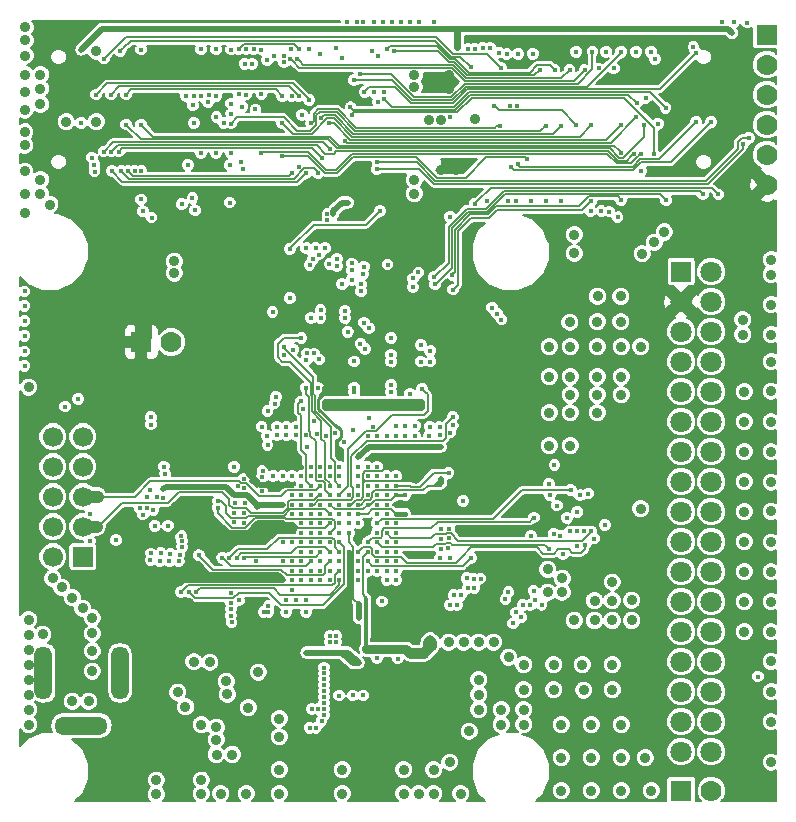
<source format=gbr>
G04 #@! TF.FileFunction,Copper,L3,Inr,Signal*
%FSLAX46Y46*%
G04 Gerber Fmt 4.6, Leading zero omitted, Abs format (unit mm)*
G04 Created by KiCad (PCBNEW 201610010949+7276~55~ubuntu14.04.1-) date Wed Oct  5 10:28:32 2016*
%MOMM*%
%LPD*%
G01*
G04 APERTURE LIST*
%ADD10C,0.100000*%
%ADD11R,1.778000X1.778000*%
%ADD12C,1.700000*%
%ADD13R,1.700000X1.700000*%
%ADD14C,1.800000*%
%ADD15R,1.750000X1.750000*%
%ADD16O,4.500000X1.500000*%
%ADD17O,1.500000X4.500000*%
%ADD18C,1.778000*%
%ADD19C,0.900000*%
%ADD20C,0.450000*%
%ADD21C,0.508000*%
%ADD22C,0.127000*%
%ADD23C,0.406400*%
%ADD24C,0.254000*%
%ADD25C,0.762000*%
%ADD26C,1.016000*%
%ADD27C,0.431800*%
%ADD28C,0.203200*%
G04 APERTURE END LIST*
D10*
D11*
X171450000Y-118618000D03*
D12*
X118237000Y-88646000D03*
X120777000Y-88646000D03*
X118237000Y-91186000D03*
X120777000Y-91186000D03*
X118237000Y-93726000D03*
X120777000Y-93726000D03*
X118237000Y-96266000D03*
X120777000Y-96266000D03*
X118237000Y-98806000D03*
D13*
X120777000Y-98806000D03*
D14*
X171450000Y-100076000D03*
X171450000Y-102616000D03*
X173990000Y-102616000D03*
X173990000Y-100076000D03*
X171450000Y-107696000D03*
X173990000Y-110236000D03*
X173990000Y-107696000D03*
X171450000Y-110236000D03*
X171450000Y-115316000D03*
X173990000Y-112776000D03*
X171450000Y-112776000D03*
X173990000Y-115316000D03*
X171450000Y-105156000D03*
X173990000Y-105156000D03*
X171450000Y-97536000D03*
X173990000Y-97536000D03*
X171450000Y-94996000D03*
X173990000Y-94996000D03*
X171450000Y-92456000D03*
X173990000Y-92456000D03*
X171450000Y-89916000D03*
X173990000Y-89916000D03*
X171450000Y-87376000D03*
X173990000Y-87376000D03*
X173990000Y-84836000D03*
X171450000Y-84836000D03*
X173990000Y-82296000D03*
X171450000Y-82296000D03*
X173990000Y-79756000D03*
X171450000Y-79756000D03*
X173990000Y-77216000D03*
X171450000Y-77216000D03*
X173990000Y-74676000D03*
D15*
X171450000Y-74676000D03*
D16*
X120652000Y-113111000D03*
D17*
X117452000Y-108661000D03*
X123952000Y-108661000D03*
D18*
X178689000Y-62230000D03*
X178689000Y-59690000D03*
X178689000Y-57150000D03*
D11*
X178689000Y-54610000D03*
D18*
X178689000Y-64770000D03*
X178689000Y-67310000D03*
X128270000Y-80645000D03*
D11*
X125730000Y-80645000D03*
D18*
X173990000Y-118618000D03*
D19*
X170027600Y-71323200D03*
X168148000Y-73177400D03*
X162407600Y-71551800D03*
X162407600Y-73126600D03*
X162026600Y-78968600D03*
X166344600Y-76784200D03*
X166344600Y-78917800D03*
X164363400Y-76758800D03*
X164338000Y-78917800D03*
X161366200Y-100660200D03*
X161366200Y-101828600D03*
X160147000Y-101828600D03*
X162407600Y-104216200D03*
X164109400Y-104216200D03*
X164109400Y-102539800D03*
X167259000Y-104216200D03*
X167259000Y-102514400D03*
X165608000Y-102539800D03*
X165608000Y-100965000D03*
X165608000Y-104216200D03*
D20*
X121420621Y-95230932D03*
D19*
X162052000Y-81026000D03*
X166370000Y-81026000D03*
X164338000Y-81026000D03*
X160274000Y-81026000D03*
X166370000Y-85090000D03*
X166370000Y-83566000D03*
X162052000Y-85090000D03*
X164338000Y-85090000D03*
X164338000Y-86614000D03*
X160274000Y-86614000D03*
X162052000Y-86614000D03*
X162052000Y-89408000D03*
X160274000Y-89408000D03*
X160274000Y-83566000D03*
X162052000Y-83566000D03*
X164338000Y-83566000D03*
X165608000Y-107950000D03*
X163068000Y-107950000D03*
X165608000Y-110083600D03*
X168402000Y-115824000D03*
X166370000Y-115824000D03*
X163830000Y-115824000D03*
X163830000Y-113030004D03*
X166370000Y-113030000D03*
X161290000Y-115824000D03*
X161290000Y-113030000D03*
D20*
X143256000Y-68834000D03*
X142000010Y-69800000D03*
D19*
X168021000Y-94742000D03*
X160147000Y-99893122D03*
X163195000Y-110109000D03*
X160655000Y-110083600D03*
X160655000Y-107950000D03*
X169164000Y-72186800D03*
X176783994Y-105156000D03*
X176784000Y-102616000D03*
X176783996Y-100076000D03*
X176784000Y-97536000D03*
X176784000Y-94996000D03*
X176784000Y-92456000D03*
X176784000Y-89916000D03*
X176784000Y-87376000D03*
X176783992Y-84836000D03*
X168021000Y-81026000D03*
X161290000Y-118618000D03*
X163830000Y-118618000D03*
X166370000Y-118618000D03*
X168910000Y-118618000D03*
X158115000Y-110083600D03*
X158115000Y-111760000D03*
X155575000Y-106045000D03*
X156845006Y-107315000D03*
X158115000Y-107950000D03*
X179082700Y-112788700D03*
X179070000Y-110236002D03*
X179069998Y-107683300D03*
X179069998Y-105168700D03*
X179070004Y-102616000D03*
X179069998Y-100101400D03*
X179070000Y-97574100D03*
X179070000Y-94983300D03*
X179070001Y-92494101D03*
X179070000Y-89941400D03*
X179070000Y-87401400D03*
X179069998Y-84810600D03*
X179070000Y-82296000D03*
D20*
X127600930Y-93100000D03*
D19*
X153949400Y-61772800D03*
D20*
X136423046Y-86497545D03*
X153365200Y-55829200D03*
X153949400Y-55829200D03*
D19*
X151116519Y-61865294D03*
D20*
X126561028Y-87630503D03*
X126539725Y-87000000D03*
D19*
X150114006Y-61861270D03*
D20*
X129123305Y-97076695D03*
X135538136Y-94567056D03*
D19*
X121920000Y-56007000D03*
X121920000Y-61976000D03*
X119380000Y-61976000D03*
D20*
X175895000Y-53550001D03*
X174879000Y-53550001D03*
X144526000Y-53550001D03*
X145415000Y-53550001D03*
X146177000Y-53550001D03*
X144018000Y-53550001D03*
X146939000Y-53550001D03*
X147701000Y-53550001D03*
X148463000Y-53550001D03*
X143129000Y-53550001D03*
X149225000Y-53550001D03*
X150495000Y-53550001D03*
X177038000Y-53594000D03*
D19*
X115889000Y-68100000D03*
X115889000Y-66200000D03*
X115899994Y-54000000D03*
X115900000Y-55100000D03*
X115900008Y-56400000D03*
X115899996Y-58000000D03*
X115900004Y-59500000D03*
X115900000Y-61000000D03*
X115888990Y-63993000D03*
X115889000Y-69708004D03*
X115889000Y-62849992D03*
D20*
X143637000Y-107823000D03*
X144145000Y-107823000D03*
D19*
X151865873Y-116205000D03*
X150495000Y-116840000D03*
X147955000Y-116840000D03*
X134620000Y-118872000D03*
X142748000Y-116840000D03*
X137414000Y-116840000D03*
X137414000Y-118872000D03*
X147955000Y-118872000D03*
X149225000Y-118872000D03*
X150495000Y-118872000D03*
X116205008Y-113029992D03*
X116205008Y-111759992D03*
X116205008Y-110489992D03*
X116205008Y-109219992D03*
X116205008Y-107949992D03*
X116205008Y-106679992D03*
X116205008Y-105409992D03*
X116205008Y-104140000D03*
X117400000Y-105400000D03*
X121600000Y-108500000D03*
X121600000Y-106800000D03*
X121600000Y-105300000D03*
X120799996Y-103200000D03*
X121600000Y-104000000D03*
X119900000Y-102300000D03*
X119000000Y-101400000D03*
X118237000Y-100637000D03*
D20*
X121400000Y-97500000D03*
X151042230Y-98958042D03*
X139784554Y-89500000D03*
X143770192Y-84900000D03*
X143770192Y-84500000D03*
D19*
X176657000Y-78740000D03*
X176657000Y-80010000D03*
X154305000Y-109220000D03*
X151765000Y-106045000D03*
X153035000Y-106045000D03*
X154305000Y-106045000D03*
X154305000Y-110490000D03*
X158115000Y-113030000D03*
X156210000Y-113030000D03*
X154305000Y-111760000D03*
X156209990Y-111760000D03*
X153487000Y-113606000D03*
X179070000Y-73660000D03*
X179070000Y-116205000D03*
X179070000Y-80010000D03*
X179070000Y-77470000D03*
X179070000Y-74929982D03*
D20*
X139470191Y-86284776D03*
X146103256Y-89500000D03*
X146900000Y-84900000D03*
X136500000Y-103500000D03*
X136099994Y-103500000D03*
X129200000Y-97500000D03*
X129200000Y-98000000D03*
X135408401Y-99202270D03*
X136426083Y-89363606D03*
X136400000Y-88600000D03*
X151100000Y-89500000D03*
X144145000Y-103504992D03*
X146100000Y-102600000D03*
X144100000Y-94400000D03*
X142500000Y-95200000D03*
X144100000Y-95200000D03*
X144100000Y-96000000D03*
X140207992Y-106934000D03*
X139700000Y-106934000D03*
X144145000Y-104013000D03*
X146900000Y-82299994D03*
X146900000Y-84300000D03*
X147300000Y-95200000D03*
X139700000Y-103500000D03*
X136500000Y-103000000D03*
D19*
X128532346Y-74800000D03*
X128532346Y-73800000D03*
D20*
X138500000Y-93600000D03*
X144100000Y-90400000D03*
X151100000Y-92600000D03*
X151100000Y-92200000D03*
X139700000Y-102500000D03*
X148100000Y-95200000D03*
X137700000Y-94400000D03*
X142500000Y-96000000D03*
X143300000Y-95200000D03*
X143300000Y-96000000D03*
X137700000Y-99200000D03*
X143300000Y-96800000D03*
X142500000Y-96800000D03*
D19*
X142748000Y-118872000D03*
X152781000Y-118872000D03*
X116205000Y-84455000D03*
D20*
X115852000Y-82649000D03*
X115852000Y-81435000D03*
X115852000Y-80109000D03*
X115852000Y-76355000D03*
X115853690Y-78879785D03*
X115852000Y-77569000D03*
D19*
X128818005Y-110293212D03*
X134783346Y-111596654D03*
D20*
X144525783Y-110564467D03*
D19*
X135636000Y-108585000D03*
X137414000Y-114046000D03*
X137414000Y-112522000D03*
X133436473Y-115566356D03*
X132080114Y-113272524D03*
X132106035Y-115570633D03*
X131548199Y-107754846D03*
X132084000Y-114300000D03*
X130198028Y-107713016D03*
X132461000Y-118872000D03*
X130810000Y-118872000D03*
X130810000Y-117729000D03*
X126993015Y-118927245D03*
X127000000Y-117729000D03*
D20*
X141499996Y-69800000D03*
X141500000Y-70300000D03*
D19*
X148844000Y-66928996D03*
X148844000Y-58052130D03*
X148844000Y-68071994D03*
X148844000Y-59055004D03*
X117200000Y-60500012D03*
X117200000Y-68100000D03*
X118000000Y-69000000D03*
X117200000Y-66900004D03*
X117200000Y-58000000D03*
X117200000Y-59200000D03*
X121285000Y-111059753D03*
X119887292Y-111059753D03*
X130810000Y-113030000D03*
X132943600Y-109372400D03*
X133017260Y-110456980D03*
X129476500Y-111506000D03*
X148844000Y-69723000D03*
X151111713Y-66073107D03*
X152400000Y-66065398D03*
X151765000Y-58052130D03*
X151765000Y-59182000D03*
X119380000Y-59944000D03*
X120471770Y-59944000D03*
D20*
X126196464Y-71628000D03*
X127745270Y-71628000D03*
D19*
X120649990Y-66167000D03*
X119380000Y-66166952D03*
D20*
X143000000Y-69800000D03*
X127828941Y-87650127D03*
X127807638Y-87067044D03*
X127659654Y-70656218D03*
X126196464Y-70639238D03*
D19*
X120395994Y-57404000D03*
X119380000Y-57404000D03*
D20*
X172466000Y-70400000D03*
X172466000Y-71400000D03*
X124700000Y-97400000D03*
X142570192Y-90420262D03*
X172466000Y-72400000D03*
X135400000Y-100400000D03*
X126000000Y-101200000D03*
X135553207Y-96080516D03*
X141300000Y-84900000D03*
X145300000Y-105900000D03*
X144900000Y-96800000D03*
X143300000Y-94400000D03*
X141700000Y-96000000D03*
X143300000Y-98400000D03*
D19*
X147955000Y-109855000D03*
X147955000Y-108839000D03*
X149000000Y-105889000D03*
D20*
X149000000Y-103013730D03*
X138811000Y-102489000D03*
X138811000Y-103505000D03*
X138322000Y-106280000D03*
X138792000Y-106280000D03*
X146900000Y-102600000D03*
X142900000Y-102600000D03*
X143256000Y-104013010D03*
X143256000Y-103505000D03*
X126587657Y-89154000D03*
X126587657Y-88646000D03*
X137700000Y-96000000D03*
X141300000Y-84500000D03*
X147300000Y-91200000D03*
X149000000Y-98800000D03*
X149000000Y-92400000D03*
X146500000Y-91200000D03*
X139300000Y-91200000D03*
X138500000Y-92800000D03*
X144900000Y-96000000D03*
X137700000Y-92800000D03*
X137700000Y-100800000D03*
X142496540Y-108419900D03*
X144522358Y-108434732D03*
D19*
X146471000Y-111379000D03*
X126025275Y-102730935D03*
X124968000Y-102743000D03*
X129791641Y-102727941D03*
X130786923Y-103999270D03*
X129855726Y-104060720D03*
X128537813Y-102731183D03*
X127254000Y-102743000D03*
X124984339Y-103992994D03*
X131720553Y-103988242D03*
D20*
X150200000Y-106200000D03*
X150200000Y-105700000D03*
X141309536Y-85697810D03*
X141319634Y-86198779D03*
X141700000Y-97600000D03*
X144800000Y-106800000D03*
X145300000Y-106800000D03*
X149500000Y-85700000D03*
X149500000Y-86199994D03*
X144900000Y-98400000D03*
X141700000Y-94400000D03*
X142239988Y-106045000D03*
X141732000Y-106045000D03*
X142240000Y-105537000D03*
X141732000Y-105537000D03*
X138000000Y-102500000D03*
X140500000Y-113300000D03*
X140000000Y-113300000D03*
X141000000Y-112700000D03*
X141182770Y-112200000D03*
X141200000Y-108200000D03*
X141200000Y-108700000D03*
X141200000Y-109200000D03*
X141200000Y-109700000D03*
X141200000Y-110200000D03*
X141200000Y-110700000D03*
X141200000Y-111200000D03*
X141182764Y-111700006D03*
X140699994Y-111700006D03*
X140200000Y-111700006D03*
X138008000Y-103500000D03*
X144900000Y-94400000D03*
X148100000Y-93600000D03*
X147300000Y-93600000D03*
X120395996Y-85471000D03*
X140900000Y-92800000D03*
X132600000Y-98900000D03*
X140100000Y-99200000D03*
X119300000Y-86100012D03*
X137017886Y-85850731D03*
X140100000Y-92000000D03*
X135926106Y-87802270D03*
X139300000Y-92000000D03*
X139649200Y-88493594D03*
X127765492Y-91818716D03*
X126875849Y-96195314D03*
X140100000Y-91200000D03*
X147447000Y-107442000D03*
X147300000Y-96000000D03*
X127635000Y-91186000D03*
X128000000Y-96199990D03*
X144990915Y-87030172D03*
X142300000Y-74200000D03*
X138023598Y-88519000D03*
X138621908Y-81290378D03*
X137228149Y-88519000D03*
X137800000Y-81700000D03*
X140360400Y-81610202D03*
X140580006Y-88399087D03*
X142976600Y-78028800D03*
X140919200Y-77927200D03*
X143769726Y-82284825D03*
X141383288Y-88616745D03*
X140817600Y-82118200D03*
X140900000Y-92000000D03*
X139750800Y-81610200D03*
X140919200Y-78587600D03*
X140111770Y-78588486D03*
X140900000Y-91200000D03*
X139674604Y-84505800D03*
X141700000Y-93600000D03*
X140328794Y-87331407D03*
X139700000Y-82194400D03*
X140789703Y-73230202D03*
X141700000Y-91200000D03*
X139708289Y-72700000D03*
X142500000Y-94400000D03*
X140706282Y-84500006D03*
X140499992Y-72700000D03*
X139300000Y-80300000D03*
X141300000Y-72700000D03*
X141700000Y-92800000D03*
X142168047Y-88334236D03*
X140266039Y-73640910D03*
X139984488Y-74124097D03*
X141700000Y-92000000D03*
X141665970Y-74030586D03*
X144100000Y-91200000D03*
X142900000Y-89100010D03*
X142300000Y-73600000D03*
X138303000Y-72770998D03*
X145948400Y-69545200D03*
X148485501Y-85004403D03*
X149529792Y-84607400D03*
X142500000Y-93600000D03*
X143540034Y-74574581D03*
X144905612Y-92000000D03*
X144576800Y-74269600D03*
X148893181Y-87726670D03*
X146583400Y-74079100D03*
X146500000Y-92000000D03*
X144500479Y-74862340D03*
X148097719Y-88600000D03*
X143560800Y-73990200D03*
X145701063Y-92000000D03*
X144364930Y-75749146D03*
X148097728Y-87731876D03*
X143535590Y-75371713D03*
X145700000Y-91200000D03*
X144364930Y-76352400D03*
X147302268Y-88600000D03*
X142753708Y-75719169D03*
X145706817Y-88600000D03*
X147297730Y-87791097D03*
X146900000Y-80300000D03*
X146888200Y-81711800D03*
X146502268Y-88600000D03*
X143210963Y-79772342D03*
X144100000Y-92800000D03*
X144287975Y-80782119D03*
X144110161Y-91999682D03*
X144671800Y-81214091D03*
X144900000Y-91200000D03*
X137800000Y-81100000D03*
X142500000Y-92800000D03*
X145008600Y-79476600D03*
X145316109Y-87802270D03*
X149402270Y-80900004D03*
X149405285Y-82291398D03*
X144602200Y-78994000D03*
X144905961Y-88616820D03*
X150197730Y-81400000D03*
X150200737Y-82291734D03*
X143002000Y-78613000D03*
X142500000Y-91200000D03*
X177927000Y-108966000D03*
X151892000Y-61620400D03*
X175768000Y-54483000D03*
X152501600Y-55753000D03*
X120650000Y-62103000D03*
X120650000Y-55880000D03*
X140900000Y-94400000D03*
X142493019Y-110567179D03*
X133608640Y-91202730D03*
X143638744Y-110566407D03*
X143672191Y-88060907D03*
X143300000Y-93600000D03*
X142500000Y-92000000D03*
X142500000Y-99200000D03*
X144100000Y-99200000D03*
X141681200Y-64261998D03*
X122555000Y-64516000D03*
X133320024Y-102693181D03*
X157910318Y-103938380D03*
X140900000Y-100800000D03*
X141039669Y-65019548D03*
X123825000Y-64516000D03*
X133347158Y-101897730D03*
X140714162Y-66321238D03*
X124049071Y-66167013D03*
X123586567Y-97416806D03*
X143535400Y-61442600D03*
X140900000Y-100000000D03*
X169138600Y-64744600D03*
X157226000Y-104470200D03*
X139682480Y-66336130D03*
X123253620Y-66167000D03*
X134013296Y-102502967D03*
X143444773Y-60767773D03*
X167665400Y-60426600D03*
X141699169Y-100798473D03*
X138455329Y-66323006D03*
X124608293Y-66163759D03*
X126509246Y-99100872D03*
X132715000Y-62103000D03*
X141700000Y-99200000D03*
X130600000Y-98700000D03*
X134349270Y-66014550D03*
X140900000Y-99200000D03*
X157454600Y-103530400D03*
X168046400Y-64693800D03*
X135873693Y-64631189D03*
X141700000Y-100000000D03*
X159621709Y-102875406D03*
X140100000Y-100800000D03*
X121776270Y-66202768D03*
X133349301Y-103810375D03*
X133266914Y-65669562D03*
X141700000Y-98400000D03*
X133800000Y-98900000D03*
X133333270Y-64643000D03*
X133200000Y-98900000D03*
X142500000Y-98400000D03*
X129667000Y-65659000D03*
X138500000Y-101624461D03*
X132065357Y-64641891D03*
X142500000Y-100800000D03*
X130400000Y-101800000D03*
X125170770Y-66163759D03*
X126556739Y-98542444D03*
X130793270Y-64643008D03*
X129800000Y-101800000D03*
X142500000Y-97600000D03*
X125730006Y-66167000D03*
X127304697Y-99176816D03*
X126602270Y-70104000D03*
X128982095Y-98643014D03*
X125857157Y-69576750D03*
X128186644Y-98609049D03*
X156565600Y-102412800D03*
X167436800Y-64693800D03*
X123189988Y-64516000D03*
X130296665Y-69492564D03*
X139300000Y-100000000D03*
X168275000Y-62230000D03*
X124460000Y-62230000D03*
X144100000Y-100800006D03*
X125730000Y-68563270D03*
X127391193Y-98507500D03*
X156819600Y-101828600D03*
X166370000Y-64607236D03*
X125730000Y-62230000D03*
X129171722Y-68977730D03*
X139300000Y-100800000D03*
X121539006Y-65024000D03*
X133385550Y-104368431D03*
X133218195Y-68827049D03*
X134400000Y-98900000D03*
X140900000Y-98400000D03*
X130175000Y-62103000D03*
X129100000Y-101800000D03*
X142500000Y-100000000D03*
X130066276Y-68436270D03*
X138500000Y-100800000D03*
X121773592Y-65623932D03*
X133356912Y-103251195D03*
X157073600Y-65836800D03*
X173990000Y-62001401D03*
X147300000Y-99998126D03*
X153974800Y-68935600D03*
X174599596Y-68148200D03*
X145700000Y-99200000D03*
X157607000Y-65557400D03*
X172720000Y-62001400D03*
X147300000Y-100797730D03*
X150545800Y-75158600D03*
X146500000Y-99200000D03*
X173304202Y-68148200D03*
X138836400Y-87807800D03*
X146306725Y-60081578D03*
X170129200Y-60807604D03*
X152476200Y-102895400D03*
X166065200Y-70078600D03*
X138023600Y-87807798D03*
X145796000Y-60350400D03*
X168427400Y-59994790D03*
X150622000Y-75742800D03*
X170180000Y-68630800D03*
X146500000Y-100000000D03*
X145440400Y-59512200D03*
X169468796Y-62153800D03*
X137700000Y-92000000D03*
X151892000Y-102895400D03*
X165328600Y-69596000D03*
X142974762Y-63603438D03*
X167640000Y-61595000D03*
X136900000Y-92000000D03*
X164693600Y-69570599D03*
X152776947Y-102086653D03*
X141668933Y-62094330D03*
X136000004Y-91540769D03*
X166370000Y-62230000D03*
X152078470Y-74956456D03*
X145700000Y-100000000D03*
X166370000Y-68605400D03*
X139076042Y-65793302D03*
X139300000Y-92800000D03*
X163779199Y-69519800D03*
X152196367Y-102082600D03*
X163844538Y-62244538D03*
X137668000Y-62103000D03*
X134423622Y-93019758D03*
X152146000Y-76200000D03*
X146500009Y-100797730D03*
X163804600Y-68713592D03*
X155600400Y-60629800D03*
X162560000Y-62230000D03*
X140100000Y-94400000D03*
X152100000Y-87000000D03*
X151890162Y-70025962D03*
X153644600Y-98925568D03*
X144900000Y-99200000D03*
X153286539Y-100644749D03*
X154990800Y-68681600D03*
X156819600Y-68732400D03*
X153872558Y-100665943D03*
X134166347Y-65405000D03*
X132207000Y-94107000D03*
X141700000Y-95200000D03*
X168071800Y-66167000D03*
X144097730Y-100023547D03*
X140131036Y-62125488D03*
X156128997Y-62373730D03*
X135984451Y-93261230D03*
X154457400Y-100665943D03*
X157480000Y-68707000D03*
X158369000Y-65151000D03*
X137668000Y-64913730D03*
X140100000Y-95200000D03*
X158750000Y-68707000D03*
X144900000Y-100000000D03*
X139344400Y-61391800D03*
X138524460Y-94400000D03*
X153924000Y-101473000D03*
X160020000Y-68707000D03*
X159987122Y-62319375D03*
X133333270Y-62137390D03*
X139300000Y-94400000D03*
X153365200Y-101498400D03*
X161290000Y-68707000D03*
X140968162Y-61643962D03*
X135982227Y-92100345D03*
X161281535Y-62319375D03*
X137795000Y-56388000D03*
X140100000Y-96800000D03*
X142240000Y-55778400D03*
X127048962Y-93753238D03*
X139928600Y-55803800D03*
X126492000Y-93167200D03*
X140895638Y-56237438D03*
X127609600Y-93827600D03*
X139065000Y-55803800D03*
X133967736Y-55833586D03*
X132207000Y-94666233D03*
X141700000Y-96800000D03*
X134239000Y-60722730D03*
X133599019Y-95902065D03*
X138430000Y-55803800D03*
X126253511Y-93720431D03*
X138463451Y-59816992D03*
X140896985Y-96002270D03*
X137007600Y-56388000D03*
X140890778Y-96800000D03*
X131402728Y-60308270D03*
X139300000Y-96800000D03*
X135885948Y-55875948D03*
X126746000Y-94869000D03*
X135906426Y-59673270D03*
X133602270Y-95102270D03*
X133985000Y-59673270D03*
X134603992Y-55808634D03*
X137700000Y-97602270D03*
X134620000Y-59690000D03*
X139300000Y-96000000D03*
X126198435Y-94670487D03*
X133350000Y-55880000D03*
X137823422Y-56946509D03*
X140100000Y-96000000D03*
X131450283Y-59751064D03*
X132080000Y-55863270D03*
X139300000Y-97600000D03*
X132080000Y-59800270D03*
X134400000Y-95102270D03*
X125641426Y-94720304D03*
X130810000Y-55863270D03*
X130792349Y-59793136D03*
X133711144Y-94254210D03*
X139954000Y-60146767D03*
X121920000Y-59690000D03*
X134423758Y-92216319D03*
X123190000Y-59690000D03*
X139048270Y-59817000D03*
X140897730Y-95202270D03*
X130175000Y-59800270D03*
X138500000Y-99200000D03*
X124460000Y-59690000D03*
X137668000Y-59817000D03*
X133886189Y-92865143D03*
X134493000Y-57076547D03*
X140897730Y-97600000D03*
X132100175Y-61576192D03*
X139300000Y-95200000D03*
X125730000Y-55880000D03*
X125857000Y-95250000D03*
X133350000Y-61341000D03*
X138500000Y-95200000D03*
X135110975Y-57076549D03*
X140100000Y-98400000D03*
X133350000Y-60452000D03*
X134394470Y-95937125D03*
X136398000Y-56769000D03*
X138500000Y-97600000D03*
X129540000Y-59800270D03*
X134506595Y-94267688D03*
X135255014Y-55808636D03*
X140100000Y-97600000D03*
X144627600Y-59461400D03*
X172720000Y-56159400D03*
X144900000Y-93600000D03*
X168910004Y-56057800D03*
X151900000Y-88300000D03*
X155448000Y-77724004D03*
X172479843Y-55654360D03*
X169214800Y-56676070D03*
X145700000Y-95200000D03*
X177165000Y-63373000D03*
X145732500Y-65405000D03*
X145700000Y-94400000D03*
X152100000Y-87700000D03*
X164465007Y-57472409D03*
X167640008Y-56057800D03*
X150997730Y-87832842D03*
X165735006Y-57472407D03*
X146500000Y-94400000D03*
X143738600Y-58470800D03*
X166370000Y-56057800D03*
X144100000Y-93600000D03*
X145669000Y-66023270D03*
X176657000Y-63881000D03*
X146500000Y-95200000D03*
X165099996Y-56057800D03*
X150997730Y-88552555D03*
X155845730Y-78232000D03*
X157556200Y-60629800D03*
X144221198Y-57962800D03*
X163931600Y-56057800D03*
X144900000Y-92800000D03*
X156226730Y-78740000D03*
X156972000Y-60629804D03*
X162560000Y-56057800D03*
X151750394Y-91711645D03*
X147300000Y-92800000D03*
X137219470Y-87808545D03*
X138303000Y-76936600D03*
X146304000Y-59486800D03*
X145262600Y-56007000D03*
X145700000Y-93600000D03*
X138328400Y-56642000D03*
X163271200Y-57607200D03*
X136848433Y-78100000D03*
X139300000Y-93600000D03*
X158876994Y-56235600D03*
X147300000Y-92000000D03*
X148735808Y-75971400D03*
X139242800Y-85674200D03*
X138912600Y-56642000D03*
X140100000Y-92800000D03*
X162001196Y-57581800D03*
X153669996Y-57378600D03*
X128900000Y-99200000D03*
X123952000Y-56007000D03*
X135401231Y-60941637D03*
X139300000Y-98400000D03*
X148742400Y-75260200D03*
X146500000Y-92800000D03*
X154635200Y-55727600D03*
X156184600Y-57429400D03*
X128100141Y-99200000D03*
X122555000Y-56642000D03*
X155270200Y-55753000D03*
X148900840Y-88600000D03*
X130102939Y-60595730D03*
X139300000Y-99200000D03*
X145796000Y-56413400D03*
X145700000Y-92800000D03*
X142722600Y-56591200D03*
X138500000Y-100000000D03*
X156057600Y-56134000D03*
X150102270Y-88602270D03*
X147116800Y-55981600D03*
X140100000Y-93600000D03*
X159461198Y-57581800D03*
X156667200Y-56261000D03*
X149199600Y-74752200D03*
X146500000Y-93600000D03*
X138836400Y-88493600D03*
X160731200Y-57581800D03*
X146558000Y-55829200D03*
X157657800Y-56261000D03*
X150161094Y-87813516D03*
X151726090Y-98043578D03*
X158724602Y-97053400D03*
X146500000Y-98400000D03*
X158038802Y-102920800D03*
X158978600Y-95504000D03*
X144900000Y-97600000D03*
X160718500Y-91059000D03*
X160237738Y-92673738D03*
X158648831Y-102920800D03*
X160320643Y-93591170D03*
X158953200Y-101701600D03*
X162102800Y-93192600D03*
X145700000Y-96000000D03*
X159105600Y-102463600D03*
X162877500Y-93599000D03*
X163576000Y-93472000D03*
X145700000Y-98400000D03*
X153000000Y-94100000D03*
X161797732Y-95519682D03*
X151800000Y-96452676D03*
X146500000Y-96000000D03*
X164973000Y-96139000D03*
X162653214Y-95046211D03*
X163220400Y-96672400D03*
X146500000Y-97600000D03*
X151753443Y-97248127D03*
X161222448Y-97044752D03*
X151100000Y-98197730D03*
X147300000Y-98400000D03*
X161443456Y-98568730D03*
X162000767Y-96672400D03*
X147300000Y-96800000D03*
X151105952Y-96502270D03*
X147300000Y-97600000D03*
X151100000Y-97300614D03*
X160652752Y-96867308D03*
X145700000Y-107400000D03*
X145700006Y-96800000D03*
X163322000Y-97790000D03*
X144100000Y-98400000D03*
X162610800Y-96672400D03*
X162661600Y-97942400D03*
X151866691Y-98898221D03*
X147300000Y-99200000D03*
X160909000Y-94487991D03*
X163829998Y-96672400D03*
X146500000Y-96800000D03*
X164084000Y-97282000D03*
X160223200Y-98145600D03*
X145700006Y-97600000D03*
X137118944Y-85297918D03*
X138500000Y-92000000D03*
X140900000Y-93600000D03*
X140100000Y-100000000D03*
D21*
X142000010Y-69581990D02*
X142748000Y-68834000D01*
X142748000Y-68834000D02*
X143256000Y-68834000D01*
X142000010Y-69800000D02*
X142000010Y-69581990D01*
X135497990Y-94400000D02*
X134705969Y-93607979D01*
X137700000Y-94400000D02*
X135497990Y-94400000D01*
X133607979Y-93607979D02*
X132873270Y-92873270D01*
X127825929Y-92875001D02*
X127600930Y-93100000D01*
X132873270Y-92873270D02*
X127827660Y-92873270D01*
X127827660Y-92873270D02*
X127825929Y-92875001D01*
X134705969Y-93607979D02*
X133607979Y-93607979D01*
X137700000Y-94400000D02*
X135705192Y-94400000D01*
X135705192Y-94400000D02*
X135538136Y-94567056D01*
X143129000Y-106934000D02*
X142748000Y-106934000D01*
X142748000Y-106934000D02*
X143637000Y-107823000D01*
X144145000Y-107823000D02*
X143637000Y-107823000D01*
X144018000Y-107823000D02*
X143637000Y-107823000D01*
X143920001Y-107598001D02*
X144145000Y-107823000D01*
X143256000Y-106934000D02*
X143920001Y-107598001D01*
X143129000Y-106934000D02*
X143256000Y-106934000D01*
D22*
X150500000Y-92800000D02*
X151100000Y-92200000D01*
X151100000Y-92200000D02*
X150749000Y-92551000D01*
X150749000Y-92551000D02*
X150500000Y-92800000D01*
D21*
X151100000Y-89500000D02*
X146103256Y-89500000D01*
X145785058Y-89500000D02*
X146103256Y-89500000D01*
X144100000Y-90400000D02*
X145000000Y-89500000D01*
X145000000Y-89500000D02*
X145785058Y-89500000D01*
D22*
X144100000Y-94400000D02*
X144300000Y-94400000D01*
X144300000Y-94400000D02*
X144700000Y-94000000D01*
X150000000Y-92800000D02*
X150300000Y-92800000D01*
X144700000Y-94000000D02*
X145100000Y-94000000D01*
X149600000Y-93200000D02*
X150000000Y-92800000D01*
X145100000Y-94000000D02*
X145300000Y-93800000D01*
X145300000Y-93800000D02*
X145300000Y-93400000D01*
X145300000Y-93400000D02*
X145500000Y-93200000D01*
X145500000Y-93200000D02*
X149600000Y-93200000D01*
D21*
X144145000Y-103504992D02*
X144145000Y-102845000D01*
D22*
X143300000Y-96800000D02*
X143300000Y-97600000D01*
X143300000Y-97600000D02*
X143700000Y-98000000D01*
X143700000Y-98000000D02*
X143700000Y-102400000D01*
X143700000Y-102400000D02*
X144145000Y-102845000D01*
D21*
X144145000Y-103504992D02*
X144145000Y-104013000D01*
X140207992Y-106934000D02*
X139700000Y-106934000D01*
X140207992Y-106934000D02*
X143129000Y-106934000D01*
D23*
X147300000Y-95200000D02*
X148100000Y-95200000D01*
D22*
X145300000Y-94800000D02*
X146900000Y-94800000D01*
X146900000Y-94800000D02*
X147300000Y-95200000D01*
X144900000Y-95200000D02*
X145300000Y-94800000D01*
X144100000Y-95200000D02*
X144900000Y-95200000D01*
X150800000Y-92800000D02*
X151000000Y-92600000D01*
X151000000Y-92600000D02*
X151100000Y-92600000D01*
X150800000Y-92800000D02*
X150700000Y-92800000D01*
X150900000Y-92800000D02*
X150800000Y-92800000D01*
X150700000Y-92800000D02*
X150900000Y-92600000D01*
X150900000Y-92600000D02*
X151100000Y-92600000D01*
X150700000Y-92800000D02*
X150300000Y-92800000D01*
X150800000Y-92600000D02*
X151100000Y-92600000D01*
X150600000Y-92800000D02*
X150800000Y-92600000D01*
X150500000Y-92800000D02*
X150600000Y-92800000D01*
X150500000Y-92800000D02*
X150300000Y-92800000D01*
X151100000Y-92800000D02*
X150900000Y-92800000D01*
X151100000Y-92600000D02*
X150900000Y-92800000D01*
X151100000Y-92600000D02*
X151100000Y-92800000D01*
D21*
X151100000Y-92200000D02*
X151100000Y-92600000D01*
D24*
X142641732Y-88703247D02*
X142345193Y-88999786D01*
X142641732Y-88112849D02*
X142641732Y-88703247D01*
X142279815Y-87873015D02*
X142401898Y-87873015D01*
X140718562Y-86311762D02*
X142279815Y-87873015D01*
X140718562Y-85481438D02*
X140718562Y-86311762D01*
X142345193Y-90195263D02*
X142570192Y-90420262D01*
X141300000Y-84900000D02*
X140718562Y-85481438D01*
X142345193Y-88999786D02*
X142345193Y-90195263D01*
X142401898Y-87873015D02*
X142641732Y-88112849D01*
D25*
X119380000Y-59944000D02*
X117576600Y-61747400D01*
X119227552Y-66319400D02*
X119380000Y-66166952D01*
X118237000Y-66319400D02*
X119227552Y-66319400D01*
X117576600Y-65659000D02*
X118237000Y-66319400D01*
X117576600Y-61747400D02*
X117576600Y-65659000D01*
X120471770Y-59944000D02*
X119380000Y-59944000D01*
X126196464Y-71628000D02*
X123545600Y-71628000D01*
X120649990Y-68732390D02*
X120649990Y-66167000D01*
X123545600Y-71628000D02*
X120649990Y-68732390D01*
X125730000Y-80645000D02*
X126196464Y-80178536D01*
X126196464Y-80178536D02*
X126196464Y-71628000D01*
X127745270Y-71628000D02*
X126196464Y-71628000D01*
X120649990Y-66167000D02*
X119380048Y-66167000D01*
X119380048Y-66167000D02*
X119380000Y-66166952D01*
D21*
X127870192Y-88000000D02*
X127860616Y-88000000D01*
X127807638Y-87628824D02*
X127828941Y-87650127D01*
X127860616Y-88000000D02*
X127828941Y-87968325D01*
X127807638Y-87067044D02*
X127807638Y-87628824D01*
X127828941Y-87968325D02*
X127828941Y-87650127D01*
X127807638Y-87385242D02*
X127807638Y-87067044D01*
X127807638Y-87426019D02*
X127807638Y-87385242D01*
X126587657Y-88646000D02*
X127807638Y-87426019D01*
X127800000Y-97400000D02*
X125018198Y-97400000D01*
X129100000Y-96100000D02*
X127800000Y-97400000D01*
X134833723Y-96800000D02*
X131200000Y-96800000D01*
X130500000Y-96100000D02*
X129100000Y-96100000D01*
X131200000Y-96800000D02*
X130500000Y-96100000D01*
X125018198Y-97400000D02*
X124700000Y-97400000D01*
D22*
X144716657Y-91600000D02*
X144507882Y-91808775D01*
X146100000Y-91600000D02*
X144716657Y-91600000D01*
X144507882Y-91808775D02*
X144507882Y-92192118D01*
X146500000Y-91200000D02*
X146100000Y-91600000D01*
X144507882Y-92192118D02*
X144500000Y-92200000D01*
X144500000Y-92200000D02*
X144500000Y-92400000D01*
X144500000Y-92400000D02*
X144500000Y-92600000D01*
X144700000Y-92400000D02*
X144500000Y-92400000D01*
X144700000Y-92400000D02*
X144500000Y-92200000D01*
D21*
X141300000Y-84900000D02*
X141300000Y-84500000D01*
X135500000Y-90100000D02*
X135050000Y-89650000D01*
X134800000Y-89650000D02*
X134800000Y-89900000D01*
X135050000Y-89650000D02*
X134800000Y-89650000D01*
X135400000Y-90000000D02*
X135100000Y-89700000D01*
X134400000Y-89700000D02*
X134400000Y-89900000D01*
X134700000Y-89700000D02*
X134400000Y-89700000D01*
X135100000Y-89700000D02*
X134700000Y-89700000D01*
X135500000Y-90100000D02*
X135400000Y-90000000D01*
X135400000Y-90000000D02*
X135900000Y-90500000D01*
X135500000Y-90100000D02*
X135000000Y-90100000D01*
X135000000Y-90100000D02*
X134800000Y-89900000D01*
X134800000Y-90500000D02*
X135300000Y-90500000D01*
X135300000Y-90500000D02*
X135900000Y-90500000D01*
X134800000Y-91000000D02*
X135300000Y-90500000D01*
D26*
X134800000Y-89900000D02*
X134400000Y-89900000D01*
X134400000Y-89900000D02*
X133800000Y-89900000D01*
D21*
X134800000Y-91000000D02*
X134800000Y-90500000D01*
X134800000Y-91750002D02*
X134800000Y-91000000D01*
X134800000Y-90900000D02*
X133800000Y-89900000D01*
D26*
X128592000Y-89900000D02*
X133800000Y-89900000D01*
D21*
X134800000Y-91000000D02*
X134800000Y-90900000D01*
X134800000Y-90500000D02*
X134800000Y-89900000D01*
X135900000Y-90500000D02*
X136600000Y-91200000D01*
D24*
X137700000Y-92800000D02*
X135700000Y-92800000D01*
X135700000Y-92800000D02*
X135600000Y-92700000D01*
X135600000Y-92700000D02*
X135600000Y-92600000D01*
X135600000Y-92600000D02*
X135624999Y-92575001D01*
X138500000Y-92800000D02*
X138300000Y-92600000D01*
X138300000Y-92600000D02*
X135649998Y-92600000D01*
X135649998Y-92600000D02*
X135624999Y-92575001D01*
D21*
X135624999Y-92575001D02*
X134800000Y-91750002D01*
D26*
X127846000Y-89154000D02*
X128592000Y-89900000D01*
D27*
X136600000Y-91200000D02*
X139300000Y-91200000D01*
D21*
X127870192Y-88800000D02*
X127870192Y-89129808D01*
X127870192Y-88000000D02*
X127870192Y-88800000D01*
X127870192Y-88800000D02*
X127054000Y-88800000D01*
X126587657Y-88646000D02*
X126900000Y-88646000D01*
X126900000Y-88646000D02*
X127224192Y-88646000D01*
X127054000Y-88800000D02*
X126900000Y-88646000D01*
X127870192Y-89129808D02*
X127846000Y-89154000D01*
X127846000Y-89154000D02*
X126587657Y-89154000D01*
X126587657Y-89154000D02*
X126587657Y-88646000D01*
D24*
X138500000Y-92800000D02*
X137700000Y-92800000D01*
D21*
X127224192Y-88646000D02*
X127870192Y-88000000D01*
X126100000Y-100400000D02*
X126000000Y-100500000D01*
X126000000Y-100500000D02*
X126000000Y-101200000D01*
X135400000Y-100400000D02*
X126100000Y-100400000D01*
X127254000Y-100854000D02*
X127308000Y-100800000D01*
X127308000Y-100800000D02*
X127800000Y-100800000D01*
X127254000Y-102743000D02*
X127254000Y-100854000D01*
X127254000Y-100854000D02*
X127200000Y-100800000D01*
X127200000Y-100800000D02*
X126400000Y-100800000D01*
X126400000Y-100800000D02*
X126000000Y-101200000D01*
X137700000Y-100800000D02*
X127800000Y-100800000D01*
X126000000Y-101200000D02*
X126000000Y-102705660D01*
X126000000Y-102705660D02*
X126025275Y-102730935D01*
X135600000Y-100600000D02*
X135800000Y-100800000D01*
X135400000Y-100400000D02*
X135600000Y-100600000D01*
X135800000Y-100800000D02*
X137700000Y-100800000D01*
X137300000Y-100400000D02*
X135400000Y-100400000D01*
X137700000Y-100800000D02*
X137300000Y-100400000D01*
D22*
X141700000Y-96000000D02*
X141300000Y-96400000D01*
X141300000Y-96400000D02*
X139000000Y-96400000D01*
X139000000Y-96400000D02*
X138600000Y-96000000D01*
X138600000Y-96000000D02*
X137700000Y-96000000D01*
D21*
X135300000Y-96333723D02*
X134833723Y-96800000D01*
X137700000Y-96000000D02*
X137400000Y-96300000D01*
X135553207Y-96080516D02*
X135300000Y-96333723D01*
X137400000Y-96300000D02*
X136900000Y-96800000D01*
X135300000Y-96333723D02*
X137366277Y-96333723D01*
X137366277Y-96333723D02*
X137400000Y-96300000D01*
X136900000Y-96800000D02*
X134833723Y-96800000D01*
X137700000Y-96000000D02*
X135633723Y-96000000D01*
X135633723Y-96000000D02*
X135553207Y-96080516D01*
D23*
X143300000Y-101600000D02*
X143300000Y-102912000D01*
X143300000Y-102912000D02*
X143256000Y-102956000D01*
D21*
X143256000Y-104013010D02*
X143256000Y-103505000D01*
X143256000Y-103505000D02*
X143256000Y-102956000D01*
D23*
X143256000Y-102956000D02*
X142900000Y-102600000D01*
X143300000Y-98400000D02*
X143300000Y-101600000D01*
X143300000Y-101600000D02*
X142900000Y-102000000D01*
X142900000Y-102000000D02*
X142900000Y-102600000D01*
D22*
X143300000Y-94400000D02*
X143500000Y-94400000D01*
X143500000Y-94400000D02*
X143900000Y-94000000D01*
X143900000Y-94000000D02*
X144300000Y-94000000D01*
X144700000Y-92400000D02*
X149000000Y-92400000D01*
X144300000Y-94000000D02*
X144500000Y-93800000D01*
X144500000Y-93800000D02*
X144500000Y-92600000D01*
X144500000Y-92600000D02*
X144700000Y-92400000D01*
D21*
X147300000Y-91200000D02*
X146500000Y-91200000D01*
X147300000Y-91200000D02*
X148400000Y-91200000D01*
X148400000Y-91200000D02*
X149000000Y-91800000D01*
X149000000Y-91800000D02*
X149000000Y-92400000D01*
X150495000Y-105995000D02*
X150495000Y-106426000D01*
X150495000Y-106426000D02*
X150200000Y-106721000D01*
X150200000Y-105700000D02*
X150495000Y-105995000D01*
X144800000Y-106800000D02*
X144700000Y-106700000D01*
X144700000Y-106700000D02*
X144700000Y-106553000D01*
X149860000Y-106040000D02*
X149860000Y-106540000D01*
X149860000Y-106540000D02*
X149600000Y-106800000D01*
X150200000Y-105700000D02*
X149860000Y-106040000D01*
X149733000Y-107188000D02*
X150200000Y-106721000D01*
X150200000Y-106721000D02*
X150200000Y-106200000D01*
X148463000Y-107188000D02*
X149733000Y-107188000D01*
X148075000Y-106800000D02*
X148463000Y-107188000D01*
X147955000Y-106800000D02*
X148463000Y-106800000D01*
X144800000Y-106800000D02*
X147955000Y-106800000D01*
X147955000Y-106800000D02*
X148075000Y-106800000D01*
D24*
X144700000Y-106553000D02*
X144700000Y-106100000D01*
D21*
X148463000Y-106800000D02*
X149600000Y-106800000D01*
X148216000Y-106553000D02*
X148463000Y-106800000D01*
X144700000Y-106553000D02*
X148216000Y-106553000D01*
X150200000Y-106200000D02*
X150200000Y-105700000D01*
X149600000Y-106800000D02*
X150200000Y-106200000D01*
D22*
X144900000Y-94400000D02*
X144500000Y-94800000D01*
X144500000Y-94800000D02*
X142100000Y-94800000D01*
X142100000Y-94800000D02*
X141700000Y-94400000D01*
D21*
X149500000Y-85700000D02*
X141311726Y-85700000D01*
X141311726Y-85700000D02*
X141309536Y-85697810D01*
X141319634Y-85707908D02*
X141309536Y-85697810D01*
X141319634Y-86198779D02*
X141319634Y-85707908D01*
X141320849Y-86199994D02*
X141319634Y-86198779D01*
X149500000Y-86199994D02*
X141320849Y-86199994D01*
D24*
X144700000Y-102200000D02*
X144800000Y-102300000D01*
D22*
X144500000Y-102000000D02*
X144700000Y-102200000D01*
D24*
X144700000Y-106100000D02*
X144700000Y-102200000D01*
X144700000Y-106100000D02*
X144800000Y-106100000D01*
X144800000Y-106300000D02*
X144800000Y-106100000D01*
X144800000Y-106100000D02*
X144800000Y-102300000D01*
X144800000Y-106800000D02*
X144800000Y-106300000D01*
X145300000Y-106800000D02*
X145075001Y-106575001D01*
X145075001Y-106575001D02*
X144800000Y-106300000D01*
D22*
X144900000Y-98400000D02*
X144500000Y-98800000D01*
X144500000Y-98800000D02*
X144500000Y-102000000D01*
X145500000Y-94000000D02*
X146900000Y-94000000D01*
X145100000Y-94400000D02*
X145500000Y-94000000D01*
X144900000Y-94400000D02*
X145100000Y-94400000D01*
D24*
X147300000Y-93600000D02*
X148100000Y-93600000D01*
D21*
X149500000Y-85700000D02*
X149500000Y-86199994D01*
D22*
X146900000Y-94000000D02*
X147300000Y-93600000D01*
X140900000Y-92800000D02*
X140500000Y-93200000D01*
X138100000Y-93200000D02*
X137600000Y-93700000D01*
X140500000Y-93200000D02*
X138100000Y-93200000D01*
X137600000Y-93700000D02*
X135672714Y-93700000D01*
X134041369Y-92437038D02*
X126510962Y-92437038D01*
X135672714Y-93700000D02*
X134586763Y-92614049D01*
X134218380Y-92614049D02*
X134041369Y-92437038D01*
X134586763Y-92614049D02*
X134218380Y-92614049D01*
X126510962Y-92437038D02*
X125222000Y-93726000D01*
X125222000Y-93726000D02*
X122047000Y-93726000D01*
D26*
X120777000Y-93726000D02*
X122047000Y-93726000D01*
D22*
X140100000Y-99200000D02*
X139700000Y-99600000D01*
X139700000Y-99600000D02*
X133300000Y-99600000D01*
X133300000Y-99600000D02*
X132824999Y-99124999D01*
X132824999Y-99124999D02*
X132600000Y-98900000D01*
X141700000Y-93600000D02*
X141300000Y-93200000D01*
X141300000Y-93200000D02*
X141300000Y-92600000D01*
X141300000Y-92600000D02*
X141100000Y-92400000D01*
X141100000Y-92400000D02*
X140600000Y-92400000D01*
X139920969Y-85285569D02*
X139674604Y-85039204D01*
X140600000Y-92400000D02*
X140500000Y-92300000D01*
X140500000Y-92300000D02*
X140500000Y-89024059D01*
X140055600Y-88579659D02*
X140055600Y-88265000D01*
X139674604Y-85039204D02*
X139674604Y-84823998D01*
X140500000Y-89024059D02*
X140055600Y-88579659D01*
X140055600Y-88265000D02*
X139920969Y-88130369D01*
X139920969Y-88130369D02*
X139920969Y-85285569D01*
X139674604Y-84823998D02*
X139674604Y-84505800D01*
X141700000Y-92800000D02*
X141700000Y-92600000D01*
X141700000Y-92600000D02*
X141300000Y-92200000D01*
X141300000Y-92200000D02*
X141300000Y-89122085D01*
X141300000Y-89122085D02*
X140985567Y-88807652D01*
X140072325Y-84072325D02*
X138296000Y-82296000D01*
X140985567Y-88807652D02*
X140985567Y-87340767D01*
X140157200Y-85187719D02*
X140072325Y-85102844D01*
X138981802Y-80300000D02*
X139300000Y-80300000D01*
X140985567Y-87340767D02*
X140157200Y-86512400D01*
X140157200Y-86512400D02*
X140157200Y-85187719D01*
X137668000Y-82296000D02*
X137300000Y-81928000D01*
X137300000Y-81928000D02*
X137300000Y-80800000D01*
X137800000Y-80300000D02*
X138981802Y-80300000D01*
X140072325Y-85102844D02*
X140072325Y-84072325D01*
X137300000Y-80800000D02*
X137800000Y-80300000D01*
X138296000Y-82296000D02*
X137668000Y-82296000D01*
X140373998Y-70700000D02*
X138527999Y-72545999D01*
X145948400Y-69545200D02*
X144793600Y-70700000D01*
X144793600Y-70700000D02*
X140373998Y-70700000D01*
X138527999Y-72545999D02*
X138303000Y-72770998D01*
X147000000Y-86800000D02*
X149700000Y-86800000D01*
X142500000Y-93600000D02*
X143273769Y-92826231D01*
X149754791Y-84832399D02*
X149529792Y-84607400D01*
X150000000Y-86500000D02*
X150000000Y-85077608D01*
X143273769Y-92826231D02*
X143273769Y-89660311D01*
X149700000Y-86800000D02*
X150000000Y-86500000D01*
X143273769Y-89660311D02*
X144734080Y-88200000D01*
X150000000Y-85077608D02*
X149754791Y-84832399D01*
X144734080Y-88200000D02*
X145600000Y-88200000D01*
X145600000Y-88200000D02*
X147000000Y-86800000D01*
X140308552Y-83608552D02*
X138024999Y-81324999D01*
X140308552Y-85004990D02*
X140308552Y-83608552D01*
X140418831Y-85115269D02*
X140308552Y-85004990D01*
X142100000Y-90800000D02*
X141782781Y-90482781D01*
X140418831Y-86439951D02*
X140418831Y-85115269D01*
X141770326Y-87791446D02*
X140418831Y-86439951D01*
X142100000Y-92400000D02*
X142100000Y-90800000D01*
X141770326Y-88525143D02*
X141770326Y-87791446D01*
X142500000Y-92800000D02*
X142100000Y-92400000D01*
X141782781Y-88537598D02*
X141770326Y-88525143D01*
X141782781Y-90482781D02*
X141782781Y-88537598D01*
X138024999Y-81324999D02*
X137800000Y-81100000D01*
D21*
X152501600Y-55753000D02*
X152501600Y-54140100D01*
X152501600Y-54140100D02*
X175425100Y-54140100D01*
X175425100Y-54140100D02*
X175514000Y-54229000D01*
X175514000Y-54229000D02*
X175768000Y-54483000D01*
X120650000Y-55880000D02*
X122391778Y-54138222D01*
X122391778Y-54138222D02*
X152436222Y-54138222D01*
X152436222Y-54138222D02*
X152527000Y-54229000D01*
X152527000Y-54229000D02*
X152527000Y-55727600D01*
X152527000Y-55727600D02*
X152501600Y-55753000D01*
D22*
X141456201Y-64036999D02*
X141681200Y-64261998D01*
X141150105Y-63730903D02*
X141456201Y-64036999D01*
X123340097Y-63730903D02*
X141150105Y-63730903D01*
X122555000Y-64516000D02*
X123340097Y-63730903D01*
X140223486Y-64203365D02*
X140814670Y-64794549D01*
X124137635Y-64203365D02*
X140223486Y-64203365D01*
X140814670Y-64794549D02*
X141039669Y-65019548D01*
X123825000Y-64516000D02*
X124137635Y-64203365D01*
X124049071Y-66167013D02*
X124684058Y-66802000D01*
X140489163Y-66096239D02*
X140714162Y-66321238D01*
X138629820Y-66802000D02*
X139493411Y-65938409D01*
X124684058Y-66802000D02*
X138629820Y-66802000D01*
X139493411Y-65938409D02*
X140331333Y-65938409D01*
X140331333Y-65938409D02*
X140489163Y-66096239D01*
X143535400Y-61442600D02*
X143778169Y-61199831D01*
X143778169Y-61199831D02*
X152464978Y-61199831D01*
X152464978Y-61199831D02*
X153711608Y-59953201D01*
X153711608Y-59953201D02*
X166607801Y-59953201D01*
X166607801Y-59953201D02*
X169138600Y-62484000D01*
X169138600Y-62484000D02*
X169138600Y-64744600D01*
X138962610Y-67056000D02*
X139457481Y-66561129D01*
X124142620Y-67056000D02*
X138962610Y-67056000D01*
X139457481Y-66561129D02*
X139682480Y-66336130D01*
X123253620Y-66167000D02*
X124142620Y-67056000D01*
X143444773Y-60767773D02*
X143640601Y-60963601D01*
X143640601Y-60963601D02*
X145161000Y-60963601D01*
X152337977Y-60963601D02*
X145161000Y-60963601D01*
X145161000Y-60963601D02*
X144827199Y-60963601D01*
X167665400Y-60426600D02*
X166955770Y-59716970D01*
X166955770Y-59716970D02*
X153584608Y-59716970D01*
X153584608Y-59716970D02*
X152337977Y-60963601D01*
X124608293Y-66163759D02*
X125009255Y-66564721D01*
X138230330Y-66548005D02*
X138455329Y-66323006D01*
X138213614Y-66564721D02*
X138230330Y-66548005D01*
X125009255Y-66564721D02*
X138213614Y-66564721D01*
X141700000Y-99200000D02*
X141300000Y-99600000D01*
X141300000Y-99600000D02*
X141300000Y-100200000D01*
X131800000Y-99900000D02*
X130824999Y-98924999D01*
X141300000Y-100200000D02*
X141100000Y-100400000D01*
X141100000Y-100400000D02*
X138100000Y-100400000D01*
X138100000Y-100400000D02*
X137600000Y-99900000D01*
X137600000Y-99900000D02*
X131800000Y-99900000D01*
X130824999Y-98924999D02*
X130600000Y-98700000D01*
X135873693Y-64631189D02*
X135876411Y-64631189D01*
X135876411Y-64631189D02*
X135991600Y-64516000D01*
X135991600Y-64516000D02*
X139822572Y-64516000D01*
X139822572Y-64516000D02*
X141364342Y-66057770D01*
X165195215Y-64716693D02*
X165989150Y-65510629D01*
X141364342Y-66057770D02*
X142214796Y-66057770D01*
X142214796Y-66057770D02*
X143555873Y-64716693D01*
X143555873Y-64716693D02*
X165195215Y-64716693D01*
X165989150Y-65510629D02*
X167229571Y-65510629D01*
X167229571Y-65510629D02*
X167821401Y-64918799D01*
X167821401Y-64918799D02*
X168046400Y-64693800D01*
X141700000Y-98400000D02*
X141300000Y-98000000D01*
X138400000Y-98500000D02*
X134200000Y-98500000D01*
X138900000Y-98000000D02*
X138400000Y-98500000D01*
X134200000Y-98500000D02*
X133800000Y-98900000D01*
X141300000Y-98000000D02*
X138900000Y-98000000D01*
X142500000Y-98400000D02*
X142100000Y-98000000D01*
X142100000Y-98000000D02*
X142100000Y-97400000D01*
X142100000Y-97400000D02*
X141900000Y-97200000D01*
X133424999Y-98675001D02*
X133200000Y-98900000D01*
X141900000Y-97200000D02*
X137400000Y-97200000D01*
X137400000Y-97200000D02*
X136400000Y-98200000D01*
X136400000Y-98200000D02*
X133900000Y-98200000D01*
X133900000Y-98200000D02*
X133424999Y-98675001D01*
X142500000Y-100800000D02*
X142500000Y-101200000D01*
X130700000Y-101500000D02*
X130624999Y-101575001D01*
X137000000Y-101500000D02*
X130700000Y-101500000D01*
X137522182Y-102022182D02*
X137000000Y-101500000D01*
X141677818Y-102022182D02*
X137522182Y-102022182D01*
X142500000Y-101200000D02*
X141677818Y-102022182D01*
X130624999Y-101575001D02*
X130400000Y-101800000D01*
X142500000Y-97600000D02*
X142897721Y-97997721D01*
X133538065Y-102295451D02*
X130295451Y-102295451D01*
X142897721Y-97997721D02*
X142897721Y-101136360D01*
X142897721Y-101136360D02*
X141134081Y-102900000D01*
X141134081Y-102900000D02*
X137600000Y-102900000D01*
X137600000Y-102900000D02*
X136554000Y-101854000D01*
X136554000Y-101854000D02*
X133979516Y-101854000D01*
X133979516Y-101854000D02*
X133538065Y-102295451D01*
X130295451Y-102295451D02*
X130024999Y-102024999D01*
X130024999Y-102024999D02*
X129800000Y-101800000D01*
X123189988Y-64516000D02*
X123738854Y-63967134D01*
X123738854Y-63967134D02*
X140577962Y-63967134D01*
X140577962Y-63967134D02*
X141330028Y-64719200D01*
X141330028Y-64719200D02*
X142011400Y-64719200D01*
X142011400Y-64719200D02*
X142250138Y-64480462D01*
X142250138Y-64480462D02*
X143586200Y-64480462D01*
X143586200Y-64480462D02*
X157988000Y-64480462D01*
X165293062Y-64480462D02*
X166086999Y-65274399D01*
X167211801Y-64918799D02*
X167436800Y-64693800D01*
X165293062Y-64480462D02*
X157988000Y-64480462D01*
X166086999Y-65274399D02*
X166856201Y-65274399D01*
X166856201Y-65274399D02*
X167211801Y-64918799D01*
X157962862Y-64480462D02*
X157988000Y-64480462D01*
X124460000Y-62230000D02*
X125713278Y-63483278D01*
X125713278Y-63483278D02*
X141537478Y-63483278D01*
X141537478Y-63483278D02*
X142298431Y-64244231D01*
X142298431Y-64244231D02*
X158115000Y-64244231D01*
X166517970Y-65024000D02*
X168275000Y-63266970D01*
X168275000Y-62548198D02*
X168275000Y-62230000D01*
X166213172Y-65024000D02*
X166517970Y-65024000D01*
X165433403Y-64244231D02*
X166213172Y-65024000D01*
X158115000Y-64244231D02*
X165433403Y-64244231D01*
X168275000Y-63266970D02*
X168275000Y-62548198D01*
X158115000Y-64244231D02*
X158079453Y-64244231D01*
X125730000Y-62230000D02*
X126747047Y-63247047D01*
X126747047Y-63247047D02*
X141682247Y-63247047D01*
X141682247Y-63247047D02*
X142443200Y-64008000D01*
X142443200Y-64008000D02*
X165770764Y-64008000D01*
X165770764Y-64008000D02*
X166145001Y-64382237D01*
X166145001Y-64382237D02*
X166370000Y-64607236D01*
X140900000Y-98400000D02*
X140500000Y-98800000D01*
X140500000Y-98800000D02*
X134500000Y-98800000D01*
X134500000Y-98800000D02*
X134400000Y-98900000D01*
X129324999Y-101575001D02*
X129100000Y-101800000D01*
X129673269Y-101226731D02*
X129324999Y-101575001D01*
X141873269Y-101226731D02*
X129673269Y-101226731D01*
X142100000Y-101000000D02*
X141873269Y-101226731D01*
X142100000Y-100400000D02*
X142100000Y-101000000D01*
X142500000Y-100000000D02*
X142100000Y-100400000D01*
X170578771Y-65412630D02*
X168042648Y-65412630D01*
X157298599Y-66061799D02*
X157073600Y-65836800D01*
X173990000Y-62001401D02*
X170578771Y-65412630D01*
X168042648Y-65412630D02*
X167393479Y-66061799D01*
X167393479Y-66061799D02*
X157298599Y-66061799D01*
X154199799Y-68710601D02*
X153974800Y-68935600D01*
X174048427Y-67597031D02*
X155313369Y-67597031D01*
X155313369Y-67597031D02*
X154199799Y-68710601D01*
X174599596Y-68148200D02*
X174048427Y-67597031D01*
X157831999Y-65782399D02*
X157607000Y-65557400D01*
X172720000Y-62001400D02*
X169545000Y-65176400D01*
X167944800Y-65176400D02*
X167338801Y-65782399D01*
X167338801Y-65782399D02*
X157831999Y-65782399D01*
X169545000Y-65176400D02*
X167944800Y-65176400D01*
X173304202Y-68148200D02*
X172999402Y-67843400D01*
X172999402Y-67843400D02*
X156417628Y-67843400D01*
X156417628Y-67843400D02*
X154919028Y-69342000D01*
X154919028Y-69342000D02*
X153289000Y-69342000D01*
X153289000Y-69342000D02*
X151765000Y-70866000D01*
X151765000Y-70866000D02*
X151765000Y-73914000D01*
X151765000Y-73914000D02*
X150545800Y-75133200D01*
X150545800Y-75133200D02*
X150545800Y-75158600D01*
X146931147Y-60706000D02*
X146531724Y-60306577D01*
X146531724Y-60306577D02*
X146306725Y-60081578D01*
X152222200Y-60706000D02*
X146931147Y-60706000D01*
X153447461Y-59480739D02*
X152222200Y-60706000D01*
X170129200Y-60807604D02*
X168802335Y-59480739D01*
X168802335Y-59480739D02*
X153447461Y-59480739D01*
X170180000Y-68630800D02*
X169628831Y-68079631D01*
X154989641Y-69605468D02*
X153406532Y-69605468D01*
X169628831Y-68079631D02*
X156515478Y-68079631D01*
X156515478Y-68079631D02*
X154989641Y-69605468D01*
X153406532Y-69605468D02*
X152019000Y-70993000D01*
X152019000Y-70993000D02*
X152019000Y-74345800D01*
X152019000Y-74345800D02*
X150846999Y-75517801D01*
X150846999Y-75517801D02*
X150622000Y-75742800D01*
X167640000Y-61595000D02*
X165484601Y-63750399D01*
X143121723Y-63750399D02*
X142974762Y-63603438D01*
X165484601Y-63750399D02*
X143121723Y-63750399D01*
X141987131Y-62094330D02*
X141668933Y-62094330D01*
X166370000Y-62230000D02*
X165100003Y-63499997D01*
X142028130Y-62094330D02*
X141987131Y-62094330D01*
X165100003Y-63499997D02*
X143433797Y-63499997D01*
X143433797Y-63499997D02*
X142028130Y-62094330D01*
X166370000Y-68605400D02*
X166080462Y-68315862D01*
X166080462Y-68315862D02*
X163613702Y-68315862D01*
X163613702Y-68315862D02*
X162790764Y-69138800D01*
X162790764Y-69138800D02*
X155790390Y-69138800D01*
X155790390Y-69138800D02*
X155087491Y-69841699D01*
X155087491Y-69841699D02*
X153551301Y-69841699D01*
X153551301Y-69841699D02*
X152273000Y-71120000D01*
X152273000Y-71120000D02*
X152273000Y-74676000D01*
X152273000Y-74676000D02*
X152078470Y-74870530D01*
X152078470Y-74870530D02*
X152078470Y-74956456D01*
X163844538Y-62244538D02*
X162845163Y-63243913D01*
X162845163Y-63243913D02*
X143558713Y-63243913D01*
X143558713Y-63243913D02*
X142011400Y-61696600D01*
X142011400Y-61696600D02*
X141478000Y-61696600D01*
X141478000Y-61696600D02*
X140163784Y-63010816D01*
X140163784Y-63010816D02*
X138575816Y-63010816D01*
X138575816Y-63010816D02*
X137892999Y-62327999D01*
X137892999Y-62327999D02*
X137668000Y-62103000D01*
X163804600Y-68713592D02*
X163074592Y-69443600D01*
X155854400Y-69443600D02*
X155194000Y-70104000D01*
X163074592Y-69443600D02*
X155854400Y-69443600D01*
X155194000Y-70104000D02*
X153670000Y-70104000D01*
X153670000Y-70104000D02*
X152527000Y-71247000D01*
X152527000Y-71247000D02*
X152527000Y-75819000D01*
X152527000Y-75819000D02*
X152146000Y-76200000D01*
X156006800Y-61036200D02*
X155825399Y-60854799D01*
X161366200Y-61036200D02*
X156006800Y-61036200D01*
X162560000Y-62230000D02*
X161366200Y-61036200D01*
X155825399Y-60854799D02*
X155600400Y-60629800D01*
X143700000Y-93800000D02*
X143700000Y-93027000D01*
X143500000Y-94000000D02*
X143700000Y-93800000D01*
X140734080Y-94000000D02*
X143500000Y-94000000D01*
X140100000Y-94400000D02*
X140334080Y-94400000D01*
X140334080Y-94400000D02*
X140734080Y-94000000D01*
X143510000Y-92837000D02*
X143510000Y-90324080D01*
X143700000Y-93027000D02*
X143510000Y-92837000D01*
X144819539Y-89014541D02*
X145108283Y-89014541D01*
X143510000Y-90324080D02*
X144819539Y-89014541D01*
X151288170Y-89011830D02*
X151500000Y-88800000D01*
X145110994Y-89011830D02*
X151288170Y-89011830D01*
X145108283Y-89014541D02*
X145110994Y-89011830D01*
X151500000Y-87600000D02*
X151875001Y-87224999D01*
X151500000Y-88800000D02*
X151500000Y-87600000D01*
X151875001Y-87224999D02*
X152100000Y-87000000D01*
X144900000Y-99200000D02*
X145300000Y-99600000D01*
X145300000Y-99600000D02*
X152970168Y-99600000D01*
X152970168Y-99600000D02*
X153419601Y-99150567D01*
X153419601Y-99150567D02*
X153644600Y-98925568D01*
X134630301Y-95500000D02*
X133300000Y-95500000D01*
X141300000Y-94800000D02*
X138334081Y-94800000D01*
X141700000Y-95200000D02*
X141300000Y-94800000D01*
X134794070Y-95336231D02*
X134630301Y-95500000D01*
X132936231Y-95136231D02*
X132936231Y-94518033D01*
X133300000Y-95500000D02*
X132936231Y-95136231D01*
X132525198Y-94107000D02*
X132207000Y-94107000D01*
X138334081Y-94800000D02*
X137797850Y-95336231D01*
X132936231Y-94518033D02*
X132525198Y-94107000D01*
X137797850Y-95336231D02*
X134794070Y-95336231D01*
X140131036Y-62125488D02*
X140331324Y-61925200D01*
X140331324Y-61925200D02*
X140331324Y-61293876D01*
X155665744Y-62518785D02*
X155810799Y-62373730D01*
X140331324Y-61293876D02*
X140690600Y-60934600D01*
X142367000Y-60934600D02*
X143951185Y-62518785D01*
X155810799Y-62373730D02*
X156128997Y-62373730D01*
X140690600Y-60934600D02*
X142367000Y-60934600D01*
X143951185Y-62518785D02*
X155665744Y-62518785D01*
X137668000Y-64913730D02*
X139869130Y-64913730D01*
X139869130Y-64913730D02*
X141249400Y-66294000D01*
X158191200Y-64973200D02*
X158369000Y-65151000D01*
X141249400Y-66294000D02*
X142312644Y-66294000D01*
X150785079Y-66725800D02*
X153187400Y-66725800D01*
X154940000Y-64973200D02*
X158191200Y-64973200D01*
X142312644Y-66294000D02*
X143637000Y-64969644D01*
X143637000Y-64969644D02*
X149028923Y-64969644D01*
X149028923Y-64969644D02*
X150785079Y-66725800D01*
X153187400Y-66725800D02*
X154940000Y-64973200D01*
X133333270Y-62137390D02*
X133875660Y-61595000D01*
X133875660Y-61595000D02*
X137795000Y-61595000D01*
X140570441Y-62248559D02*
X140570441Y-61453055D01*
X137795000Y-61595000D02*
X138955769Y-62755769D01*
X159535046Y-62771451D02*
X159762123Y-62544374D01*
X138955769Y-62755769D02*
X140063231Y-62755769D01*
X140063231Y-62755769D02*
X140570441Y-62248559D01*
X159762123Y-62544374D02*
X159987122Y-62319375D01*
X140570441Y-61453055D02*
X140834896Y-61188600D01*
X140834896Y-61188600D02*
X142265400Y-61188600D01*
X142265400Y-61188600D02*
X143848251Y-62771451D01*
X143848251Y-62771451D02*
X159535046Y-62771451D01*
X161281535Y-62319375D02*
X160593228Y-63007682D01*
X160593228Y-63007682D02*
X143703482Y-63007682D01*
X143703482Y-63007682D02*
X142138400Y-61442600D01*
X142138400Y-61442600D02*
X141169524Y-61442600D01*
X141169524Y-61442600D02*
X140968162Y-61643962D01*
X138633200Y-55372000D02*
X138840001Y-55578801D01*
X134429322Y-55372000D02*
X138633200Y-55372000D01*
X133967736Y-55833586D02*
X134429322Y-55372000D01*
X138840001Y-55578801D02*
X139065000Y-55803800D01*
X141900000Y-95600000D02*
X138027538Y-95600000D01*
X133432041Y-96373269D02*
X132207000Y-95148228D01*
X134523243Y-96373269D02*
X133432041Y-96373269D01*
X142097721Y-96402279D02*
X142097721Y-95797721D01*
X141700000Y-96800000D02*
X142097721Y-96402279D01*
X138000000Y-95572462D02*
X135324050Y-95572462D01*
X135324050Y-95572462D02*
X134523243Y-96373269D01*
X132207000Y-95148228D02*
X132207000Y-94984431D01*
X142097721Y-95797721D02*
X141900000Y-95600000D01*
X132207000Y-94984431D02*
X132207000Y-94666233D01*
X138027538Y-95600000D02*
X138000000Y-95572462D01*
X121920000Y-59690000D02*
X122859800Y-58750200D01*
X139729001Y-59921768D02*
X139954000Y-60146767D01*
X122859800Y-58750200D02*
X138557433Y-58750200D01*
X138557433Y-58750200D02*
X139729001Y-59921768D01*
X139048270Y-59817000D02*
X139048270Y-59800270D01*
X139048270Y-59800270D02*
X138252200Y-59004200D01*
X138252200Y-59004200D02*
X123875800Y-59004200D01*
X123875800Y-59004200D02*
X123190000Y-59690000D01*
X137668000Y-59817000D02*
X137109200Y-59258200D01*
X137109200Y-59258200D02*
X124891800Y-59258200D01*
X124891800Y-59258200D02*
X124460000Y-59690000D01*
X169634892Y-59244508D02*
X153328092Y-59244508D01*
X148590000Y-60426600D02*
X147252479Y-59089079D01*
X144852599Y-59236401D02*
X144627600Y-59461400D01*
X147252479Y-59089079D02*
X144999921Y-59089079D01*
X152146000Y-60426600D02*
X148590000Y-60426600D01*
X172720000Y-56159400D02*
X169634892Y-59244508D01*
X144999921Y-59089079D02*
X144852599Y-59236401D01*
X153328092Y-59244508D02*
X152146000Y-60426600D01*
X149047200Y-65405000D02*
X150622000Y-66979800D01*
X176846802Y-63373000D02*
X177165000Y-63373000D01*
X145732500Y-65405000D02*
X149047200Y-65405000D01*
X176259279Y-63690093D02*
X176576372Y-63373000D01*
X150622000Y-66979800D02*
X173558200Y-66979800D01*
X173558200Y-66979800D02*
X176259279Y-64278721D01*
X176259279Y-64278721D02*
X176259279Y-63690093D01*
X176576372Y-63373000D02*
X176846802Y-63373000D01*
X166370000Y-56057800D02*
X166370000Y-56134000D01*
X166370000Y-56134000D02*
X163495723Y-59008277D01*
X144056798Y-58470800D02*
X143738600Y-58470800D01*
X163495723Y-59008277D02*
X153204979Y-59008277D01*
X153204979Y-59008277D02*
X152066056Y-60147200D01*
X152066056Y-60147200D02*
X148666200Y-60147200D01*
X148666200Y-60147200D02*
X146989800Y-58470800D01*
X146989800Y-58470800D02*
X144056798Y-58470800D01*
X176657000Y-64262000D02*
X173685200Y-67233800D01*
X145987198Y-66023270D02*
X145669000Y-66023270D01*
X149271770Y-66023270D02*
X145987198Y-66023270D01*
X150482300Y-67233800D02*
X149271770Y-66023270D01*
X176657000Y-63881000D02*
X176657000Y-64262000D01*
X173685200Y-67233800D02*
X150482300Y-67233800D01*
X144539396Y-57962800D02*
X144221198Y-57962800D01*
X146837400Y-57962800D02*
X144539396Y-57962800D01*
X148785569Y-59910969D02*
X146837400Y-57962800D01*
X151968206Y-59910969D02*
X148785569Y-59910969D01*
X153107129Y-58772046D02*
X151968206Y-59910969D01*
X162711526Y-58772046D02*
X153107129Y-58772046D01*
X163931600Y-57551972D02*
X162711526Y-58772046D01*
X163931600Y-56057800D02*
X163931600Y-57551972D01*
X149300000Y-92900000D02*
X150488355Y-91711645D01*
X148600000Y-92900000D02*
X149300000Y-92900000D01*
X151432196Y-91711645D02*
X151750394Y-91711645D01*
X148500000Y-92800000D02*
X148600000Y-92900000D01*
X150488355Y-91711645D02*
X151432196Y-91711645D01*
X147300000Y-92800000D02*
X148500000Y-92800000D01*
X163271200Y-57607200D02*
X162342585Y-58535815D01*
X162342585Y-58535815D02*
X153150813Y-58535815D01*
X152044398Y-57429400D02*
X139115800Y-57429400D01*
X153150813Y-58535815D02*
X152044398Y-57429400D01*
X139115800Y-57429400D02*
X138553399Y-56866999D01*
X138553399Y-56866999D02*
X138328400Y-56642000D01*
X139700000Y-92400000D02*
X139700000Y-90200000D01*
X139242800Y-89742800D02*
X139242800Y-86842800D01*
X139017801Y-86617801D02*
X139017801Y-85899199D01*
X139242800Y-86842800D02*
X139017801Y-86617801D01*
X139700000Y-90200000D02*
X139242800Y-89742800D01*
X139017801Y-85899199D02*
X139242800Y-85674200D01*
X140100000Y-92800000D02*
X139700000Y-92400000D01*
X162001196Y-57581800D02*
X161283412Y-58299584D01*
X161283412Y-58299584D02*
X153248663Y-58299584D01*
X153248663Y-58299584D02*
X152142248Y-57193169D01*
X152142248Y-57193169D02*
X139463769Y-57193169D01*
X139463769Y-57193169D02*
X139137599Y-56866999D01*
X139137599Y-56866999D02*
X138912600Y-56642000D01*
X153669996Y-57378600D02*
X153669996Y-57378596D01*
X153669996Y-57378596D02*
X152763231Y-56471831D01*
X124841000Y-55118000D02*
X124176999Y-55782001D01*
X152763231Y-56471831D02*
X151983587Y-56471831D01*
X151983587Y-56471831D02*
X150629756Y-55118000D01*
X150629756Y-55118000D02*
X124841000Y-55118000D01*
X124176999Y-55782001D02*
X123952000Y-56007000D01*
X152100278Y-56235600D02*
X154990800Y-56235600D01*
X154990800Y-56235600D02*
X155959601Y-57204401D01*
X150647400Y-54782722D02*
X152100278Y-56235600D01*
X122555000Y-56642000D02*
X124414278Y-54782722D01*
X124414278Y-54782722D02*
X150647400Y-54782722D01*
X155959601Y-57204401D02*
X156184600Y-57429400D01*
X153355842Y-58063353D02*
X152236782Y-56944293D01*
X147434998Y-55981600D02*
X147116800Y-55981600D01*
X151787887Y-56944293D02*
X150825194Y-55981600D01*
X158979645Y-58063353D02*
X153355842Y-58063353D01*
X159461198Y-57581800D02*
X158979645Y-58063353D01*
X152236782Y-56944293D02*
X151787887Y-56944293D01*
X150825194Y-55981600D02*
X147434998Y-55981600D01*
X151885738Y-56708062D02*
X152334632Y-56708062D01*
X160506201Y-57356801D02*
X160731200Y-57581800D01*
X160328401Y-57179001D02*
X160506201Y-57356801D01*
X153453692Y-57827122D02*
X158606278Y-57827122D01*
X146558000Y-55829200D02*
X146803321Y-55583879D01*
X159254399Y-57179001D02*
X160328401Y-57179001D01*
X146803321Y-55583879D02*
X150761555Y-55583879D01*
X152334632Y-56708062D02*
X153453692Y-57827122D01*
X150761555Y-55583879D02*
X151885738Y-56708062D01*
X158606278Y-57827122D02*
X159254399Y-57179001D01*
X158753601Y-95728999D02*
X158978600Y-95504000D01*
X146300000Y-96400000D02*
X150300000Y-96400000D01*
X146102279Y-96597721D02*
X146300000Y-96400000D01*
X146102279Y-97097721D02*
X146102279Y-96597721D01*
X145300000Y-97200000D02*
X146000000Y-97200000D01*
X158646369Y-95836231D02*
X158753601Y-95728999D01*
X150863769Y-95836231D02*
X158646369Y-95836231D01*
X144900000Y-97600000D02*
X145300000Y-97200000D01*
X150300000Y-96400000D02*
X150863769Y-95836231D01*
X146000000Y-97200000D02*
X146102279Y-97097721D01*
X161784602Y-93192600D02*
X162102800Y-93192600D01*
X145700000Y-96000000D02*
X146100000Y-95600000D01*
X146100000Y-95600000D02*
X155541802Y-95600000D01*
X157949202Y-93192600D02*
X161784602Y-93192600D01*
X155541802Y-95600000D02*
X157949202Y-93192600D01*
X152908000Y-98806000D02*
X153688970Y-98025030D01*
X153688970Y-98025030D02*
X159239030Y-98025030D01*
X159239030Y-98025030D02*
X159766000Y-98552000D01*
X161925000Y-98171000D02*
X162243198Y-98489198D01*
X159766000Y-98552000D02*
X160655000Y-98552000D01*
X160655000Y-98552000D02*
X161036000Y-98171000D01*
X161036000Y-98171000D02*
X161925000Y-98171000D01*
X162243198Y-98489198D02*
X163003802Y-98489198D01*
X163003802Y-98489198D02*
X163322000Y-98171000D01*
X163322000Y-98171000D02*
X163322000Y-97790000D01*
X147700000Y-98800000D02*
X148263769Y-99363769D01*
X144100000Y-98400000D02*
X144500000Y-98000000D01*
X145300000Y-98600000D02*
X145500000Y-98800000D01*
X144500000Y-98000000D02*
X145100000Y-98000000D01*
X145100000Y-98000000D02*
X145300000Y-98200000D01*
X145300000Y-98200000D02*
X145300000Y-98600000D01*
X145500000Y-98800000D02*
X147700000Y-98800000D01*
X148263769Y-99363769D02*
X152350231Y-99363769D01*
X152350231Y-99363769D02*
X152908000Y-98806000D01*
X152908000Y-98806000D02*
X152914000Y-98800000D01*
X151512942Y-96900000D02*
X151562536Y-96850406D01*
X163046199Y-97456199D02*
X163604999Y-96897399D01*
X150600000Y-96900000D02*
X151512942Y-96900000D01*
X150300000Y-97200000D02*
X150600000Y-96900000D01*
X146900000Y-97200000D02*
X150300000Y-97200000D01*
X163604999Y-96897399D02*
X163829998Y-96672400D01*
X152550143Y-97456199D02*
X163046199Y-97456199D01*
X151562536Y-96850406D02*
X151944350Y-96850406D01*
X151944350Y-96850406D02*
X152550143Y-97456199D01*
X146500000Y-96800000D02*
X146900000Y-97200000D01*
X159998201Y-97920601D02*
X160223200Y-98145600D01*
X151916997Y-97645857D02*
X152059940Y-97788800D01*
X150694959Y-97705041D02*
X151475999Y-97705041D01*
X159866400Y-97788800D02*
X159998201Y-97920601D01*
X145700006Y-97600000D02*
X146100006Y-98000000D01*
X150400000Y-98000000D02*
X150694959Y-97705041D01*
X151535183Y-97645857D02*
X151916997Y-97645857D01*
X151475999Y-97705041D02*
X151535183Y-97645857D01*
X146100006Y-98000000D02*
X150400000Y-98000000D01*
X152059940Y-97788800D02*
X159866400Y-97788800D01*
X121979081Y-96266000D02*
X122047000Y-96266000D01*
X122047000Y-96266000D02*
X124079000Y-94234000D01*
X124079000Y-94234000D02*
X127969628Y-94234000D01*
X127969628Y-94234000D02*
X128903627Y-93300001D01*
X133200000Y-94438289D02*
X133461711Y-94700000D01*
X128903627Y-93300001D02*
X132600001Y-93300001D01*
X138126730Y-94673270D02*
X138126731Y-94223243D01*
X137700000Y-95100000D02*
X138126730Y-94673270D01*
X132600001Y-93300001D02*
X133200000Y-93900000D01*
X140400000Y-94000000D02*
X140800000Y-93600000D01*
X133200000Y-93900000D02*
X133200000Y-94438289D01*
X133461711Y-94700000D02*
X134600000Y-94700000D01*
X134600000Y-94700000D02*
X135000000Y-95100000D01*
X135000000Y-95100000D02*
X137700000Y-95100000D01*
X138126731Y-94223243D02*
X138349972Y-94000000D01*
X138349972Y-94000000D02*
X140400000Y-94000000D01*
X140800000Y-93600000D02*
X140900000Y-93600000D01*
D26*
X120777000Y-96266000D02*
X121979081Y-96266000D01*
D28*
G36*
X142548418Y-53528622D02*
X122391778Y-53528622D01*
X122158494Y-53575025D01*
X121960726Y-53707170D01*
X120218948Y-55448948D01*
X120086803Y-55646716D01*
X120040400Y-55880000D01*
X120086803Y-56113284D01*
X120218948Y-56311052D01*
X120416716Y-56443197D01*
X120650000Y-56489600D01*
X120883284Y-56443197D01*
X121081052Y-56311052D01*
X121146803Y-56245301D01*
X121236647Y-56462740D01*
X121463068Y-56689557D01*
X121759053Y-56812460D01*
X121997308Y-56812668D01*
X122062504Y-56970454D01*
X122225687Y-57133922D01*
X122439005Y-57222499D01*
X122669982Y-57222701D01*
X122745423Y-57191529D01*
X133912299Y-57191529D01*
X134000504Y-57405001D01*
X134163687Y-57568469D01*
X134377005Y-57657046D01*
X134607982Y-57657248D01*
X134802199Y-57576999D01*
X134994980Y-57657048D01*
X135225957Y-57657250D01*
X135439429Y-57569045D01*
X135602897Y-57405862D01*
X135691474Y-57192544D01*
X135691676Y-56961567D01*
X135603471Y-56748095D01*
X135440288Y-56584627D01*
X135226970Y-56496050D01*
X134995993Y-56495848D01*
X134801776Y-56576097D01*
X134608995Y-56496048D01*
X134378018Y-56495846D01*
X134164546Y-56584051D01*
X134001078Y-56747234D01*
X133912501Y-56960552D01*
X133912299Y-57191529D01*
X122745423Y-57191529D01*
X122883454Y-57134496D01*
X123046922Y-56971313D01*
X123135499Y-56757995D01*
X123135590Y-56654106D01*
X123457966Y-56331731D01*
X123459504Y-56335454D01*
X123622687Y-56498922D01*
X123836005Y-56587499D01*
X124066982Y-56587701D01*
X124280454Y-56499496D01*
X124443922Y-56336313D01*
X124532499Y-56122995D01*
X124532590Y-56019106D01*
X125014597Y-55537100D01*
X125251689Y-55537100D01*
X125238078Y-55550687D01*
X125149501Y-55764005D01*
X125149299Y-55994982D01*
X125237504Y-56208454D01*
X125400687Y-56371922D01*
X125614005Y-56460499D01*
X125844982Y-56460701D01*
X126058454Y-56372496D01*
X126221922Y-56209313D01*
X126310499Y-55995995D01*
X126310701Y-55765018D01*
X126222496Y-55551546D01*
X126208075Y-55537100D01*
X130316773Y-55537100D01*
X130229501Y-55747275D01*
X130229299Y-55978252D01*
X130317504Y-56191724D01*
X130480687Y-56355192D01*
X130694005Y-56443769D01*
X130924982Y-56443971D01*
X131138454Y-56355766D01*
X131301922Y-56192583D01*
X131390499Y-55979265D01*
X131390701Y-55748288D01*
X131303440Y-55537100D01*
X131586773Y-55537100D01*
X131499501Y-55747275D01*
X131499299Y-55978252D01*
X131587504Y-56191724D01*
X131750687Y-56355192D01*
X131964005Y-56443769D01*
X132194982Y-56443971D01*
X132408454Y-56355766D01*
X132571922Y-56192583D01*
X132660499Y-55979265D01*
X132660701Y-55748288D01*
X132573440Y-55537100D01*
X132871689Y-55537100D01*
X132858078Y-55550687D01*
X132769501Y-55764005D01*
X132769299Y-55994982D01*
X132857504Y-56208454D01*
X133020687Y-56371922D01*
X133234005Y-56460499D01*
X133464982Y-56460701D01*
X133678454Y-56372496D01*
X133699937Y-56351051D01*
X133851741Y-56414085D01*
X134082718Y-56414287D01*
X134296190Y-56326082D01*
X134307930Y-56314363D01*
X134487997Y-56389133D01*
X134718974Y-56389335D01*
X134929756Y-56302242D01*
X135139019Y-56389135D01*
X135369996Y-56389337D01*
X135517304Y-56328470D01*
X135556635Y-56367870D01*
X135769953Y-56456447D01*
X135899072Y-56456560D01*
X135817501Y-56653005D01*
X135817299Y-56883982D01*
X135905504Y-57097454D01*
X136068687Y-57260922D01*
X136282005Y-57349499D01*
X136512982Y-57349701D01*
X136726454Y-57261496D01*
X136889922Y-57098313D01*
X136943806Y-56968545D01*
X137122582Y-56968701D01*
X137242846Y-56919009D01*
X137242721Y-57061491D01*
X137330926Y-57274963D01*
X137494109Y-57438431D01*
X137707427Y-57527008D01*
X137938404Y-57527210D01*
X138151876Y-57439005D01*
X138315344Y-57275822D01*
X138331241Y-57237537D01*
X138819451Y-57725748D01*
X138927127Y-57797695D01*
X138955417Y-57816598D01*
X139115800Y-57848500D01*
X143640698Y-57848500D01*
X143640661Y-57890114D01*
X143623618Y-57890099D01*
X143410146Y-57978304D01*
X143246678Y-58141487D01*
X143158101Y-58354805D01*
X143157899Y-58585782D01*
X143246104Y-58799254D01*
X143409287Y-58962722D01*
X143622605Y-59051299D01*
X143853582Y-59051501D01*
X144067054Y-58963296D01*
X144140578Y-58889900D01*
X144490350Y-58889900D01*
X144299146Y-58968904D01*
X144135678Y-59132087D01*
X144047101Y-59345405D01*
X144046899Y-59576382D01*
X144135104Y-59789854D01*
X144298287Y-59953322D01*
X144511605Y-60041899D01*
X144742582Y-60042101D01*
X144956054Y-59953896D01*
X145008593Y-59901449D01*
X145111087Y-60004122D01*
X145281705Y-60074968D01*
X145215501Y-60234405D01*
X145215299Y-60465382D01*
X145247990Y-60544501D01*
X143980729Y-60544501D01*
X143937269Y-60439319D01*
X143774086Y-60275851D01*
X143560768Y-60187274D01*
X143329791Y-60187072D01*
X143116319Y-60275277D01*
X142952851Y-60438460D01*
X142864274Y-60651778D01*
X142864110Y-60839014D01*
X142663348Y-60638252D01*
X142650699Y-60629800D01*
X142527383Y-60547402D01*
X142367000Y-60515500D01*
X140690600Y-60515500D01*
X140530217Y-60547402D01*
X140406901Y-60629800D01*
X140394252Y-60638252D01*
X140034976Y-60997528D01*
X139944126Y-61133493D01*
X139918699Y-61261324D01*
X139836896Y-61063346D01*
X139673713Y-60899878D01*
X139460395Y-60811301D01*
X139229418Y-60811099D01*
X139015946Y-60899304D01*
X138852478Y-61062487D01*
X138763901Y-61275805D01*
X138763699Y-61506782D01*
X138851904Y-61720254D01*
X139015087Y-61883722D01*
X139228405Y-61972299D01*
X139459382Y-61972501D01*
X139587957Y-61919375D01*
X139550537Y-62009493D01*
X139550335Y-62240470D01*
X139590084Y-62336669D01*
X139129366Y-62336669D01*
X138091348Y-61298652D01*
X138066753Y-61282218D01*
X137955383Y-61207802D01*
X137795000Y-61175900D01*
X135932621Y-61175900D01*
X135981730Y-61057632D01*
X135981932Y-60826655D01*
X135893727Y-60613183D01*
X135730544Y-60449715D01*
X135517226Y-60361138D01*
X135286249Y-60360936D01*
X135072777Y-60449141D01*
X134909309Y-60612324D01*
X134820732Y-60825642D01*
X134820530Y-61056619D01*
X134869816Y-61175900D01*
X134606849Y-61175900D01*
X134730922Y-61052043D01*
X134819499Y-60838725D01*
X134819701Y-60607748D01*
X134731496Y-60394276D01*
X134608026Y-60270590D01*
X134734982Y-60270701D01*
X134948454Y-60182496D01*
X135111922Y-60019313D01*
X135200499Y-59805995D01*
X135200612Y-59677300D01*
X135325822Y-59677300D01*
X135325725Y-59788252D01*
X135413930Y-60001724D01*
X135577113Y-60165192D01*
X135790431Y-60253769D01*
X136021408Y-60253971D01*
X136234880Y-60165766D01*
X136398348Y-60002583D01*
X136486925Y-59789265D01*
X136487023Y-59677300D01*
X136935604Y-59677300D01*
X137087389Y-59829085D01*
X137087299Y-59931982D01*
X137175504Y-60145454D01*
X137338687Y-60308922D01*
X137552005Y-60397499D01*
X137782982Y-60397701D01*
X137996454Y-60309496D01*
X138065707Y-60240364D01*
X138134138Y-60308914D01*
X138347456Y-60397491D01*
X138578433Y-60397693D01*
X138756024Y-60324314D01*
X138932275Y-60397499D01*
X139163252Y-60397701D01*
X139376724Y-60309496D01*
X139388267Y-60297973D01*
X139461504Y-60475221D01*
X139624687Y-60638689D01*
X139838005Y-60727266D01*
X140068982Y-60727468D01*
X140282454Y-60639263D01*
X140445922Y-60476080D01*
X140534499Y-60262762D01*
X140534701Y-60031785D01*
X140446496Y-59818313D01*
X140283313Y-59654845D01*
X140069995Y-59566268D01*
X139966107Y-59566177D01*
X138853781Y-58453852D01*
X138840810Y-58445185D01*
X138717816Y-58363002D01*
X138557433Y-58331100D01*
X122859800Y-58331100D01*
X122699417Y-58363002D01*
X122666723Y-58384848D01*
X122563452Y-58453851D01*
X121907915Y-59109389D01*
X121805018Y-59109299D01*
X121591546Y-59197504D01*
X121428078Y-59360687D01*
X121339501Y-59574005D01*
X121339299Y-59804982D01*
X121427504Y-60018454D01*
X121590687Y-60181922D01*
X121804005Y-60270499D01*
X122034982Y-60270701D01*
X122248454Y-60182496D01*
X122411922Y-60019313D01*
X122500499Y-59805995D01*
X122500590Y-59702106D01*
X122609484Y-59593212D01*
X122609299Y-59804982D01*
X122697504Y-60018454D01*
X122860687Y-60181922D01*
X123074005Y-60270499D01*
X123304982Y-60270701D01*
X123518454Y-60182496D01*
X123681922Y-60019313D01*
X123770499Y-59805995D01*
X123770590Y-59702107D01*
X123879484Y-59593212D01*
X123879299Y-59804982D01*
X123967504Y-60018454D01*
X124130687Y-60181922D01*
X124344005Y-60270499D01*
X124574982Y-60270701D01*
X124788454Y-60182496D01*
X124951922Y-60019313D01*
X125040499Y-59805995D01*
X125040590Y-59702107D01*
X125065397Y-59677300D01*
X128962397Y-59677300D01*
X128959501Y-59684275D01*
X128959299Y-59915252D01*
X129047504Y-60128724D01*
X129210687Y-60292192D01*
X129424005Y-60380769D01*
X129563483Y-60380891D01*
X129522440Y-60479735D01*
X129522238Y-60710712D01*
X129610443Y-60924184D01*
X129773626Y-61087652D01*
X129986944Y-61176229D01*
X130217921Y-61176431D01*
X130431393Y-61088226D01*
X130594861Y-60925043D01*
X130683438Y-60711725D01*
X130683640Y-60480748D01*
X130631725Y-60355103D01*
X130676354Y-60373635D01*
X130822070Y-60373762D01*
X130822027Y-60423252D01*
X130910232Y-60636724D01*
X131073415Y-60800192D01*
X131286733Y-60888769D01*
X131517710Y-60888971D01*
X131731182Y-60800766D01*
X131894650Y-60637583D01*
X131983227Y-60424265D01*
X131983265Y-60380786D01*
X132194982Y-60380971D01*
X132408454Y-60292766D01*
X132571922Y-60129583D01*
X132660499Y-59916265D01*
X132660701Y-59685288D01*
X132657400Y-59677300D01*
X133404396Y-59677300D01*
X133404299Y-59788252D01*
X133438687Y-59871477D01*
X133235018Y-59871299D01*
X133021546Y-59959504D01*
X132858078Y-60122687D01*
X132769501Y-60336005D01*
X132769299Y-60566982D01*
X132857504Y-60780454D01*
X132973407Y-60896559D01*
X132858078Y-61011687D01*
X132769501Y-61225005D01*
X132769299Y-61455982D01*
X132796772Y-61522471D01*
X132680823Y-61522370D01*
X132680876Y-61461210D01*
X132592671Y-61247738D01*
X132429488Y-61084270D01*
X132216170Y-60995693D01*
X131985193Y-60995491D01*
X131771721Y-61083696D01*
X131608253Y-61246879D01*
X131519676Y-61460197D01*
X131519474Y-61691174D01*
X131607679Y-61904646D01*
X131770862Y-62068114D01*
X131984180Y-62156691D01*
X132134352Y-62156822D01*
X132134299Y-62217982D01*
X132222504Y-62431454D01*
X132385687Y-62594922D01*
X132599005Y-62683499D01*
X132829982Y-62683701D01*
X132991592Y-62616925D01*
X133003957Y-62629312D01*
X133217275Y-62717889D01*
X133448252Y-62718091D01*
X133661724Y-62629886D01*
X133825192Y-62466703D01*
X133913769Y-62253385D01*
X133913860Y-62149497D01*
X134049257Y-62014100D01*
X137087477Y-62014100D01*
X137087299Y-62217982D01*
X137175504Y-62431454D01*
X137338687Y-62594922D01*
X137552005Y-62683499D01*
X137655894Y-62683590D01*
X137800251Y-62827947D01*
X126920644Y-62827947D01*
X126310679Y-62217982D01*
X129594299Y-62217982D01*
X129682504Y-62431454D01*
X129845687Y-62594922D01*
X130059005Y-62683499D01*
X130289982Y-62683701D01*
X130503454Y-62595496D01*
X130666922Y-62432313D01*
X130755499Y-62218995D01*
X130755701Y-61988018D01*
X130667496Y-61774546D01*
X130504313Y-61611078D01*
X130290995Y-61522501D01*
X130060018Y-61522299D01*
X129846546Y-61610504D01*
X129683078Y-61773687D01*
X129594501Y-61987005D01*
X129594299Y-62217982D01*
X126310679Y-62217982D01*
X126310611Y-62217915D01*
X126310701Y-62115018D01*
X126222496Y-61901546D01*
X126059313Y-61738078D01*
X125845995Y-61649501D01*
X125615018Y-61649299D01*
X125401546Y-61737504D01*
X125238078Y-61900687D01*
X125149501Y-62114005D01*
X125149315Y-62326619D01*
X125040611Y-62217915D01*
X125040701Y-62115018D01*
X124952496Y-61901546D01*
X124789313Y-61738078D01*
X124575995Y-61649501D01*
X124345018Y-61649299D01*
X124131546Y-61737504D01*
X123968078Y-61900687D01*
X123879501Y-62114005D01*
X123879299Y-62344982D01*
X123967504Y-62558454D01*
X124130687Y-62721922D01*
X124344005Y-62810499D01*
X124447894Y-62810590D01*
X124949106Y-63311803D01*
X123340097Y-63311803D01*
X123179714Y-63343705D01*
X123125254Y-63380094D01*
X123043749Y-63434554D01*
X122542915Y-63935389D01*
X122440018Y-63935299D01*
X122226546Y-64023504D01*
X122063078Y-64186687D01*
X121974501Y-64400005D01*
X121974299Y-64630982D01*
X121979418Y-64643371D01*
X121868319Y-64532078D01*
X121655001Y-64443501D01*
X121424024Y-64443299D01*
X121210552Y-64531504D01*
X121047084Y-64694687D01*
X120958507Y-64908005D01*
X120958305Y-65138982D01*
X121046510Y-65352454D01*
X121195628Y-65501832D01*
X121193093Y-65507937D01*
X121192891Y-65738914D01*
X121266371Y-65916749D01*
X121195771Y-66086773D01*
X121195569Y-66317750D01*
X121283774Y-66531222D01*
X121446957Y-66694690D01*
X121660275Y-66783267D01*
X121891252Y-66783469D01*
X122104724Y-66695264D01*
X122268192Y-66532081D01*
X122356769Y-66318763D01*
X122356971Y-66087786D01*
X122283491Y-65909951D01*
X122354091Y-65739927D01*
X122354293Y-65508950D01*
X122266088Y-65295478D01*
X122116970Y-65146100D01*
X122119505Y-65139995D01*
X122119707Y-64909018D01*
X122114588Y-64896629D01*
X122225687Y-65007922D01*
X122439005Y-65096499D01*
X122669982Y-65096701D01*
X122872729Y-65012927D01*
X123073993Y-65096499D01*
X123304970Y-65096701D01*
X123507729Y-65012922D01*
X123709005Y-65096499D01*
X123939982Y-65096701D01*
X124153454Y-65008496D01*
X124316922Y-64845313D01*
X124405499Y-64631995D01*
X124405507Y-64622465D01*
X130212688Y-64622465D01*
X130212569Y-64757990D01*
X130300774Y-64971462D01*
X130463957Y-65134930D01*
X130677275Y-65223507D01*
X130908252Y-65223709D01*
X131121724Y-65135504D01*
X131285192Y-64972321D01*
X131373769Y-64759003D01*
X131373888Y-64622465D01*
X131484774Y-64622465D01*
X131484656Y-64756873D01*
X131572861Y-64970345D01*
X131736044Y-65133813D01*
X131949362Y-65222390D01*
X132180339Y-65222592D01*
X132393811Y-65134387D01*
X132557279Y-64971204D01*
X132645856Y-64757886D01*
X132645974Y-64622465D01*
X132752688Y-64622465D01*
X132752569Y-64757982D01*
X132840774Y-64971454D01*
X133003957Y-65134922D01*
X133022162Y-65142481D01*
X132938460Y-65177066D01*
X132774992Y-65340249D01*
X132686415Y-65553567D01*
X132686213Y-65784544D01*
X132774418Y-65998016D01*
X132921766Y-66145621D01*
X130001339Y-66145621D01*
X130158922Y-65988313D01*
X130247499Y-65774995D01*
X130247701Y-65544018D01*
X130159496Y-65330546D01*
X129996313Y-65167078D01*
X129782995Y-65078501D01*
X129552018Y-65078299D01*
X129338546Y-65166504D01*
X129175078Y-65329687D01*
X129086501Y-65543005D01*
X129086299Y-65773982D01*
X129174504Y-65987454D01*
X129332395Y-66145621D01*
X126310625Y-66145621D01*
X126310707Y-66052018D01*
X126222502Y-65838546D01*
X126059319Y-65675078D01*
X125846001Y-65586501D01*
X125615024Y-65586299D01*
X125454158Y-65652767D01*
X125286765Y-65583260D01*
X125055788Y-65583058D01*
X124889386Y-65651814D01*
X124724288Y-65583260D01*
X124493311Y-65583058D01*
X124324612Y-65652763D01*
X124165066Y-65586514D01*
X123934089Y-65586312D01*
X123720617Y-65674517D01*
X123651374Y-65743639D01*
X123582933Y-65675078D01*
X123369615Y-65586501D01*
X123138638Y-65586299D01*
X122925166Y-65674504D01*
X122761698Y-65837687D01*
X122673121Y-66051005D01*
X122672919Y-66281982D01*
X122761124Y-66495454D01*
X122924307Y-66658922D01*
X123137625Y-66747499D01*
X123241514Y-66747590D01*
X123846272Y-67352349D01*
X123915941Y-67398900D01*
X123982237Y-67443198D01*
X124142620Y-67475100D01*
X138962610Y-67475100D01*
X139122993Y-67443198D01*
X139258958Y-67352348D01*
X139694566Y-66916741D01*
X139797462Y-66916831D01*
X140010934Y-66828626D01*
X140174402Y-66665443D01*
X140201354Y-66600534D01*
X140221666Y-66649692D01*
X140384849Y-66813160D01*
X140598167Y-66901737D01*
X140829144Y-66901939D01*
X141042616Y-66813734D01*
X141161033Y-66695523D01*
X141249400Y-66713100D01*
X142312644Y-66713100D01*
X142473027Y-66681198D01*
X142608992Y-66590348D01*
X143810597Y-65388744D01*
X145151914Y-65388744D01*
X145151799Y-65519982D01*
X145210074Y-65661018D01*
X145177078Y-65693957D01*
X145088501Y-65907275D01*
X145088299Y-66138252D01*
X145176504Y-66351724D01*
X145339687Y-66515192D01*
X145553005Y-66603769D01*
X145783982Y-66603971D01*
X145997454Y-66515766D01*
X146070978Y-66442370D01*
X148191189Y-66442370D01*
X148161443Y-66472064D01*
X148038540Y-66768049D01*
X148038260Y-67088537D01*
X148160647Y-67384736D01*
X148276207Y-67500498D01*
X148161443Y-67615062D01*
X148038540Y-67911047D01*
X148038260Y-68231535D01*
X148160647Y-68527734D01*
X148387068Y-68754551D01*
X148683053Y-68877454D01*
X149003541Y-68877734D01*
X149299740Y-68755347D01*
X149526557Y-68528926D01*
X149649460Y-68232941D01*
X149649740Y-67912453D01*
X149527353Y-67616254D01*
X149411793Y-67500492D01*
X149526557Y-67385928D01*
X149649460Y-67089943D01*
X149649544Y-66993740D01*
X150185952Y-67530148D01*
X150321917Y-67620998D01*
X150482300Y-67652900D01*
X154664803Y-67652900D01*
X153962715Y-68354989D01*
X153859818Y-68354899D01*
X153646346Y-68443104D01*
X153482878Y-68606287D01*
X153394301Y-68819605D01*
X153394211Y-68922900D01*
X153289000Y-68922900D01*
X153152784Y-68949995D01*
X153128617Y-68954802D01*
X152992651Y-69045652D01*
X152361745Y-69676558D01*
X152219475Y-69534040D01*
X152006157Y-69445463D01*
X151775180Y-69445261D01*
X151561708Y-69533466D01*
X151398240Y-69696649D01*
X151309663Y-69909967D01*
X151309461Y-70140944D01*
X151397666Y-70354416D01*
X151540652Y-70497652D01*
X151468652Y-70569652D01*
X151377802Y-70705617D01*
X151345900Y-70866000D01*
X151345900Y-73740403D01*
X150508337Y-74577967D01*
X150430818Y-74577899D01*
X150217346Y-74666104D01*
X150053878Y-74829287D01*
X149965301Y-75042605D01*
X149965099Y-75273582D01*
X150053304Y-75487054D01*
X150085951Y-75519758D01*
X150041501Y-75626805D01*
X150041299Y-75857782D01*
X150129504Y-76071254D01*
X150292687Y-76234722D01*
X150506005Y-76323299D01*
X150736982Y-76323501D01*
X150950454Y-76235296D01*
X151113922Y-76072113D01*
X151202499Y-75858795D01*
X151202590Y-75754906D01*
X151629242Y-75328254D01*
X151749157Y-75448378D01*
X151962475Y-75536955D01*
X152107900Y-75537082D01*
X152107900Y-75619366D01*
X152031018Y-75619299D01*
X151817546Y-75707504D01*
X151654078Y-75870687D01*
X151565501Y-76084005D01*
X151565299Y-76314982D01*
X151653504Y-76528454D01*
X151816687Y-76691922D01*
X152030005Y-76780499D01*
X152260982Y-76780701D01*
X152474454Y-76692496D01*
X152637922Y-76529313D01*
X152726499Y-76315995D01*
X152726590Y-76212107D01*
X152823348Y-76115349D01*
X152914198Y-75979383D01*
X152916011Y-75970266D01*
X152946100Y-75819000D01*
X152946100Y-71420596D01*
X153843597Y-70523100D01*
X154807980Y-70523100D01*
X154202672Y-71127352D01*
X153698975Y-72340390D01*
X153697828Y-73653848D01*
X154199408Y-74867763D01*
X155127352Y-75797328D01*
X156340390Y-76301025D01*
X157653848Y-76302172D01*
X158867763Y-75800592D01*
X159797328Y-74872648D01*
X160301025Y-73659610D01*
X160302172Y-72346152D01*
X160039874Y-71711341D01*
X161601860Y-71711341D01*
X161724247Y-72007540D01*
X161950668Y-72234357D01*
X162203416Y-72339306D01*
X161951860Y-72443247D01*
X161725043Y-72669668D01*
X161602140Y-72965653D01*
X161601860Y-73286141D01*
X161724247Y-73582340D01*
X161950668Y-73809157D01*
X162246653Y-73932060D01*
X162567141Y-73932340D01*
X162863340Y-73809953D01*
X163090157Y-73583532D01*
X163192549Y-73336941D01*
X167342260Y-73336941D01*
X167464647Y-73633140D01*
X167691068Y-73859957D01*
X167987053Y-73982860D01*
X168307541Y-73983140D01*
X168603740Y-73860753D01*
X168663597Y-73801000D01*
X170212434Y-73801000D01*
X170212434Y-75551000D01*
X170240033Y-75689748D01*
X170318627Y-75807373D01*
X170436252Y-75885967D01*
X170575000Y-75913566D01*
X170869940Y-75913566D01*
X170840662Y-75970266D01*
X171450000Y-76579604D01*
X172059338Y-75970266D01*
X172030060Y-75913566D01*
X172325000Y-75913566D01*
X172463748Y-75885967D01*
X172581373Y-75807373D01*
X172659967Y-75689748D01*
X172687566Y-75551000D01*
X172687566Y-74924659D01*
X172734182Y-74924659D01*
X172924933Y-75386311D01*
X173277831Y-75739825D01*
X173739150Y-75931382D01*
X174238659Y-75931818D01*
X174700311Y-75741067D01*
X175053825Y-75388169D01*
X175245382Y-74926850D01*
X175245818Y-74427341D01*
X175055067Y-73965689D01*
X174702169Y-73612175D01*
X174240850Y-73420618D01*
X173741341Y-73420182D01*
X173279689Y-73610933D01*
X172926175Y-73963831D01*
X172734618Y-74425150D01*
X172734182Y-74924659D01*
X172687566Y-74924659D01*
X172687566Y-73801000D01*
X172659967Y-73662252D01*
X172581373Y-73544627D01*
X172463748Y-73466033D01*
X172325000Y-73438434D01*
X170575000Y-73438434D01*
X170436252Y-73466033D01*
X170318627Y-73544627D01*
X170240033Y-73662252D01*
X170212434Y-73801000D01*
X168663597Y-73801000D01*
X168830557Y-73634332D01*
X168953460Y-73338347D01*
X168953740Y-73017859D01*
X168930759Y-72962241D01*
X169003053Y-72992260D01*
X169323541Y-72992540D01*
X169619740Y-72870153D01*
X169846557Y-72643732D01*
X169969460Y-72347747D01*
X169969651Y-72128750D01*
X170187141Y-72128940D01*
X170483340Y-72006553D01*
X170710157Y-71780132D01*
X170833060Y-71484147D01*
X170833340Y-71163659D01*
X170710953Y-70867460D01*
X170484532Y-70640643D01*
X170188547Y-70517740D01*
X169868059Y-70517460D01*
X169571860Y-70639847D01*
X169345043Y-70866268D01*
X169222140Y-71162253D01*
X169221949Y-71381250D01*
X169004459Y-71381060D01*
X168708260Y-71503447D01*
X168481443Y-71729868D01*
X168358540Y-72025853D01*
X168358260Y-72346341D01*
X168381241Y-72401959D01*
X168308947Y-72371940D01*
X167988459Y-72371660D01*
X167692260Y-72494047D01*
X167465443Y-72720468D01*
X167342540Y-73016453D01*
X167342260Y-73336941D01*
X163192549Y-73336941D01*
X163213060Y-73287547D01*
X163213340Y-72967059D01*
X163090953Y-72670860D01*
X162864532Y-72444043D01*
X162611784Y-72339094D01*
X162863340Y-72235153D01*
X163090157Y-72008732D01*
X163213060Y-71712747D01*
X163213340Y-71392259D01*
X163090953Y-71096060D01*
X162864532Y-70869243D01*
X162568547Y-70746340D01*
X162248059Y-70746060D01*
X161951860Y-70868447D01*
X161725043Y-71094868D01*
X161602140Y-71390853D01*
X161601860Y-71711341D01*
X160039874Y-71711341D01*
X159800592Y-71132237D01*
X158872648Y-70202672D01*
X158053904Y-69862700D01*
X163074592Y-69862700D01*
X163234975Y-69830798D01*
X163269859Y-69807489D01*
X163286703Y-69848254D01*
X163449886Y-70011722D01*
X163663204Y-70100299D01*
X163894181Y-70100501D01*
X164107653Y-70012296D01*
X164211081Y-69909048D01*
X164364287Y-70062521D01*
X164577605Y-70151098D01*
X164808582Y-70151300D01*
X164988389Y-70077005D01*
X164999287Y-70087922D01*
X165212605Y-70176499D01*
X165443582Y-70176701D01*
X165484529Y-70159782D01*
X165484499Y-70193582D01*
X165572704Y-70407054D01*
X165735887Y-70570522D01*
X165949205Y-70659099D01*
X166180182Y-70659301D01*
X166393654Y-70571096D01*
X166557122Y-70407913D01*
X166645699Y-70194595D01*
X166645901Y-69963618D01*
X166557696Y-69750146D01*
X166394513Y-69586678D01*
X166181195Y-69498101D01*
X165950218Y-69497899D01*
X165909271Y-69514818D01*
X165909301Y-69481018D01*
X165821096Y-69267546D01*
X165657913Y-69104078D01*
X165444595Y-69015501D01*
X165213618Y-69015299D01*
X165033811Y-69089594D01*
X165022913Y-69078677D01*
X164809595Y-68990100D01*
X164578618Y-68989898D01*
X164365146Y-69078103D01*
X164261718Y-69181351D01*
X164209866Y-69129409D01*
X164296522Y-69042905D01*
X164385099Y-68829587D01*
X164385182Y-68734962D01*
X165795323Y-68734962D01*
X165877504Y-68933854D01*
X166040687Y-69097322D01*
X166254005Y-69185899D01*
X166484982Y-69186101D01*
X166698454Y-69097896D01*
X166861922Y-68934713D01*
X166950499Y-68721395D01*
X166950694Y-68498731D01*
X169455235Y-68498731D01*
X169599389Y-68642885D01*
X169599299Y-68745782D01*
X169687504Y-68959254D01*
X169850687Y-69122722D01*
X170064005Y-69211299D01*
X170294982Y-69211501D01*
X170508454Y-69123296D01*
X170671922Y-68960113D01*
X170760499Y-68746795D01*
X170760701Y-68515818D01*
X170672496Y-68302346D01*
X170632719Y-68262500D01*
X172723502Y-68262500D01*
X172723501Y-68263182D01*
X172811706Y-68476654D01*
X172974889Y-68640122D01*
X173188207Y-68728699D01*
X173419184Y-68728901D01*
X173632656Y-68640696D01*
X173796124Y-68477513D01*
X173884701Y-68264195D01*
X173884903Y-68033218D01*
X173879964Y-68021264D01*
X174018985Y-68160285D01*
X174018895Y-68263182D01*
X174107100Y-68476654D01*
X174270283Y-68640122D01*
X174483601Y-68728699D01*
X174714578Y-68728901D01*
X174928050Y-68640696D01*
X175091518Y-68477513D01*
X175180095Y-68264195D01*
X175180297Y-68033218D01*
X175092092Y-67819746D01*
X174928909Y-67656278D01*
X174715591Y-67567701D01*
X174611703Y-67567610D01*
X174445043Y-67400950D01*
X177163750Y-67400950D01*
X177245048Y-67809661D01*
X177454207Y-67916175D01*
X178060382Y-67310000D01*
X177454207Y-66703825D01*
X177245048Y-66810339D01*
X177163750Y-67400950D01*
X174445043Y-67400950D01*
X174344775Y-67300683D01*
X174335162Y-67294260D01*
X174264591Y-67247105D01*
X176953349Y-64558348D01*
X177025790Y-64449932D01*
X177044198Y-64422383D01*
X177070886Y-64288213D01*
X177148922Y-64210313D01*
X177237499Y-63996995D01*
X177237537Y-63953664D01*
X177279982Y-63953701D01*
X177493454Y-63865496D01*
X177656922Y-63702313D01*
X177745499Y-63488995D01*
X177745701Y-63258018D01*
X177657496Y-63044546D01*
X177494313Y-62881078D01*
X177280995Y-62792501D01*
X177050018Y-62792299D01*
X176836546Y-62880504D01*
X176763022Y-62953900D01*
X176576372Y-62953900D01*
X176415989Y-62985802D01*
X176280023Y-63076652D01*
X175962931Y-63393745D01*
X175872081Y-63529710D01*
X175840179Y-63690093D01*
X175840179Y-64105124D01*
X173384604Y-66560700D01*
X168499223Y-66560700D01*
X168563722Y-66496313D01*
X168652299Y-66282995D01*
X168652501Y-66052018D01*
X168564296Y-65838546D01*
X168557492Y-65831730D01*
X170578771Y-65831730D01*
X170739154Y-65799828D01*
X170875119Y-65708978D01*
X171039360Y-65544737D01*
X172649277Y-65544737D01*
X172756472Y-65804168D01*
X172954788Y-66002830D01*
X173214032Y-66110478D01*
X173494737Y-66110723D01*
X173754168Y-66003528D01*
X173952830Y-65805212D01*
X174060478Y-65545968D01*
X174060723Y-65265263D01*
X173953528Y-65005832D01*
X173755212Y-64807170D01*
X173495968Y-64699522D01*
X173215263Y-64699277D01*
X172955832Y-64806472D01*
X172757170Y-65004788D01*
X172649522Y-65264032D01*
X172649277Y-65544737D01*
X171039360Y-65544737D01*
X174002086Y-62582012D01*
X174104982Y-62582102D01*
X174318454Y-62493897D01*
X174481922Y-62330714D01*
X174570499Y-62117396D01*
X174570701Y-61886419D01*
X174482496Y-61672947D01*
X174319313Y-61509479D01*
X174105995Y-61420902D01*
X173875018Y-61420700D01*
X173661546Y-61508905D01*
X173498078Y-61672088D01*
X173409501Y-61885406D01*
X173409410Y-61989294D01*
X173300516Y-62098188D01*
X173300701Y-61886418D01*
X173212496Y-61672946D01*
X173049313Y-61509478D01*
X172835995Y-61420901D01*
X172605018Y-61420699D01*
X172391546Y-61508904D01*
X172228078Y-61672087D01*
X172139501Y-61885405D01*
X172139410Y-61989294D01*
X169654914Y-64473790D01*
X169631096Y-64416146D01*
X169557700Y-64342622D01*
X169557700Y-62734478D01*
X169583778Y-62734501D01*
X169797250Y-62646296D01*
X169960718Y-62483113D01*
X170049295Y-62269795D01*
X170049497Y-62038818D01*
X169961292Y-61825346D01*
X169798109Y-61661878D01*
X169584791Y-61573301D01*
X169353814Y-61573099D01*
X169140342Y-61661304D01*
X169024370Y-61777073D01*
X168080199Y-60832902D01*
X168157322Y-60755913D01*
X168243953Y-60547281D01*
X168311405Y-60575289D01*
X168542382Y-60575491D01*
X168755854Y-60487286D01*
X168919322Y-60324103D01*
X168958544Y-60229645D01*
X169548589Y-60819690D01*
X169548499Y-60922586D01*
X169636704Y-61136058D01*
X169799887Y-61299526D01*
X170013205Y-61388103D01*
X170244182Y-61388305D01*
X170457654Y-61300100D01*
X170621122Y-61136917D01*
X170709699Y-60923599D01*
X170709901Y-60692622D01*
X170621696Y-60479150D01*
X170458513Y-60315682D01*
X170245195Y-60227105D01*
X170141307Y-60227014D01*
X169577900Y-59663608D01*
X169634892Y-59663608D01*
X169795275Y-59631706D01*
X169931240Y-59540856D01*
X172698421Y-56773675D01*
X172756472Y-56914168D01*
X172954788Y-57112830D01*
X173214032Y-57220478D01*
X173494737Y-57220723D01*
X173754168Y-57113528D01*
X173952830Y-56915212D01*
X174060478Y-56655968D01*
X174060723Y-56375263D01*
X173953528Y-56115832D01*
X173755212Y-55917170D01*
X173495968Y-55809522D01*
X173215263Y-55809277D01*
X173197990Y-55816414D01*
X173060422Y-55678607D01*
X173060544Y-55539378D01*
X172972339Y-55325906D01*
X172809156Y-55162438D01*
X172595838Y-55073861D01*
X172364861Y-55073659D01*
X172151389Y-55161864D01*
X171987921Y-55325047D01*
X171899344Y-55538365D01*
X171899142Y-55769342D01*
X171987347Y-55982814D01*
X172139421Y-56135153D01*
X172139410Y-56147293D01*
X169461296Y-58825408D01*
X164271288Y-58825408D01*
X165269149Y-57827547D01*
X165405693Y-57964329D01*
X165619011Y-58052906D01*
X165849988Y-58053108D01*
X166063460Y-57964903D01*
X166226928Y-57801720D01*
X166315505Y-57588402D01*
X166315707Y-57357425D01*
X166227502Y-57143953D01*
X166090243Y-57006454D01*
X166458219Y-56638478D01*
X166484982Y-56638501D01*
X166698454Y-56550296D01*
X166861922Y-56387113D01*
X166950499Y-56173795D01*
X166950499Y-56172782D01*
X167059307Y-56172782D01*
X167147512Y-56386254D01*
X167310695Y-56549722D01*
X167524013Y-56638299D01*
X167754990Y-56638501D01*
X167968462Y-56550296D01*
X168131930Y-56387113D01*
X168220507Y-56173795D01*
X168220507Y-56172782D01*
X168329303Y-56172782D01*
X168417508Y-56386254D01*
X168580691Y-56549722D01*
X168634291Y-56571978D01*
X168634099Y-56791052D01*
X168722304Y-57004524D01*
X168885487Y-57167992D01*
X169098805Y-57256569D01*
X169329782Y-57256771D01*
X169543254Y-57168566D01*
X169706722Y-57005383D01*
X169795299Y-56792065D01*
X169795501Y-56561088D01*
X169707296Y-56347616D01*
X169544113Y-56184148D01*
X169490513Y-56161892D01*
X169490705Y-55942818D01*
X169402500Y-55729346D01*
X169239317Y-55565878D01*
X169025999Y-55477301D01*
X168795022Y-55477099D01*
X168581550Y-55565304D01*
X168418082Y-55728487D01*
X168329505Y-55941805D01*
X168329303Y-56172782D01*
X168220507Y-56172782D01*
X168220709Y-55942818D01*
X168132504Y-55729346D01*
X167969321Y-55565878D01*
X167756003Y-55477301D01*
X167525026Y-55477099D01*
X167311554Y-55565304D01*
X167148086Y-55728487D01*
X167059509Y-55941805D01*
X167059307Y-56172782D01*
X166950499Y-56172782D01*
X166950701Y-55942818D01*
X166862496Y-55729346D01*
X166699313Y-55565878D01*
X166485995Y-55477301D01*
X166255018Y-55477099D01*
X166041546Y-55565304D01*
X165878078Y-55728487D01*
X165789501Y-55941805D01*
X165789343Y-56121960D01*
X165640011Y-56271292D01*
X165680495Y-56173795D01*
X165680697Y-55942818D01*
X165592492Y-55729346D01*
X165429309Y-55565878D01*
X165215991Y-55477301D01*
X164985014Y-55477099D01*
X164771542Y-55565304D01*
X164608074Y-55728487D01*
X164519497Y-55941805D01*
X164519295Y-56172782D01*
X164607500Y-56386254D01*
X164770683Y-56549722D01*
X164984001Y-56638299D01*
X165214978Y-56638501D01*
X165313518Y-56597785D01*
X164862509Y-57048795D01*
X164794320Y-56980487D01*
X164581002Y-56891910D01*
X164350700Y-56891709D01*
X164350700Y-56459808D01*
X164423522Y-56387113D01*
X164512099Y-56173795D01*
X164512301Y-55942818D01*
X164424096Y-55729346D01*
X164260913Y-55565878D01*
X164047595Y-55477301D01*
X163816618Y-55477099D01*
X163603146Y-55565304D01*
X163439678Y-55728487D01*
X163351101Y-55941805D01*
X163350899Y-56172782D01*
X163439104Y-56386254D01*
X163512500Y-56459778D01*
X163512500Y-57078732D01*
X163387195Y-57026701D01*
X163156218Y-57026499D01*
X162942746Y-57114704D01*
X162779278Y-57277887D01*
X162690701Y-57491205D01*
X162690610Y-57595093D01*
X162577283Y-57708421D01*
X162581695Y-57697795D01*
X162581897Y-57466818D01*
X162493692Y-57253346D01*
X162330509Y-57089878D01*
X162117191Y-57001301D01*
X161886214Y-57001099D01*
X161672742Y-57089304D01*
X161509274Y-57252487D01*
X161420697Y-57465805D01*
X161420606Y-57569693D01*
X161311716Y-57678584D01*
X161311901Y-57466818D01*
X161223696Y-57253346D01*
X161060513Y-57089878D01*
X160847195Y-57001301D01*
X160743307Y-57001210D01*
X160624749Y-56882653D01*
X160601321Y-56866999D01*
X160488784Y-56791803D01*
X160328401Y-56759901D01*
X159254399Y-56759901D01*
X159094017Y-56791802D01*
X158958051Y-56882652D01*
X158432682Y-57408022D01*
X156765219Y-57408022D01*
X156765301Y-57314418D01*
X156677096Y-57100946D01*
X156513913Y-56937478D01*
X156300595Y-56848901D01*
X156196707Y-56848810D01*
X156062502Y-56714605D01*
X156172582Y-56714701D01*
X156262602Y-56677505D01*
X156337887Y-56752922D01*
X156551205Y-56841499D01*
X156782182Y-56841701D01*
X156995654Y-56753496D01*
X157159122Y-56590313D01*
X157162399Y-56582422D01*
X157165304Y-56589454D01*
X157328487Y-56752922D01*
X157541805Y-56841499D01*
X157772782Y-56841701D01*
X157986254Y-56753496D01*
X158149722Y-56590313D01*
X158238299Y-56376995D01*
X158238322Y-56350582D01*
X158296293Y-56350582D01*
X158384498Y-56564054D01*
X158547681Y-56727522D01*
X158760999Y-56816099D01*
X158991976Y-56816301D01*
X159205448Y-56728096D01*
X159368916Y-56564913D01*
X159457493Y-56351595D01*
X159457649Y-56172782D01*
X161979299Y-56172782D01*
X162067504Y-56386254D01*
X162230687Y-56549722D01*
X162444005Y-56638299D01*
X162674982Y-56638501D01*
X162888454Y-56550296D01*
X163051922Y-56387113D01*
X163140499Y-56173795D01*
X163140701Y-55942818D01*
X163052496Y-55729346D01*
X162889313Y-55565878D01*
X162675995Y-55477301D01*
X162445018Y-55477099D01*
X162231546Y-55565304D01*
X162068078Y-55728487D01*
X161979501Y-55941805D01*
X161979299Y-56172782D01*
X159457649Y-56172782D01*
X159457695Y-56120618D01*
X159369490Y-55907146D01*
X159206307Y-55743678D01*
X158992989Y-55655101D01*
X158762012Y-55654899D01*
X158548540Y-55743104D01*
X158385072Y-55906287D01*
X158296495Y-56119605D01*
X158296293Y-56350582D01*
X158238322Y-56350582D01*
X158238501Y-56146018D01*
X158150296Y-55932546D01*
X157987113Y-55769078D01*
X157773795Y-55680501D01*
X157542818Y-55680299D01*
X157329346Y-55768504D01*
X157165878Y-55931687D01*
X157162601Y-55939578D01*
X157159696Y-55932546D01*
X156996513Y-55769078D01*
X156783195Y-55680501D01*
X156552218Y-55680299D01*
X156462198Y-55717495D01*
X156386913Y-55642078D01*
X156173595Y-55553501D01*
X155942618Y-55553299D01*
X155834376Y-55598024D01*
X155762696Y-55424546D01*
X155599513Y-55261078D01*
X155386195Y-55172501D01*
X155155218Y-55172299D01*
X154975410Y-55246594D01*
X154964513Y-55235678D01*
X154751195Y-55147101D01*
X154520218Y-55146899D01*
X154306746Y-55235104D01*
X154226226Y-55315484D01*
X154065395Y-55248701D01*
X153834418Y-55248499D01*
X153657127Y-55321754D01*
X153481195Y-55248701D01*
X153250218Y-55248499D01*
X153136600Y-55295445D01*
X153136600Y-54749700D01*
X175172596Y-54749700D01*
X175336948Y-54914052D01*
X175534716Y-55046197D01*
X175768000Y-55092599D01*
X176001284Y-55046197D01*
X176199052Y-54914052D01*
X176331197Y-54716284D01*
X176377599Y-54483000D01*
X176331197Y-54249716D01*
X176199383Y-54052443D01*
X176223454Y-54042497D01*
X176386922Y-53879314D01*
X176457474Y-53709405D01*
X176545504Y-53922454D01*
X176708687Y-54085922D01*
X176922005Y-54174499D01*
X177152982Y-54174701D01*
X177366454Y-54086496D01*
X177437434Y-54015640D01*
X177437434Y-55499000D01*
X177465033Y-55637748D01*
X177543627Y-55755373D01*
X177661252Y-55833967D01*
X177800000Y-55861566D01*
X179517400Y-55861566D01*
X179517400Y-56218179D01*
X179394930Y-56095495D01*
X178937652Y-55905617D01*
X178442520Y-55905185D01*
X177984912Y-56094264D01*
X177634495Y-56444070D01*
X177444617Y-56901348D01*
X177444185Y-57396480D01*
X177633264Y-57854088D01*
X177983070Y-58204505D01*
X178440348Y-58394383D01*
X178935480Y-58394815D01*
X179393088Y-58205736D01*
X179517400Y-58081641D01*
X179517400Y-58758179D01*
X179394930Y-58635495D01*
X178937652Y-58445617D01*
X178442520Y-58445185D01*
X177984912Y-58634264D01*
X177634495Y-58984070D01*
X177444617Y-59441348D01*
X177444185Y-59936480D01*
X177633264Y-60394088D01*
X177983070Y-60744505D01*
X178440348Y-60934383D01*
X178935480Y-60934815D01*
X179393088Y-60745736D01*
X179517400Y-60621641D01*
X179517400Y-61298179D01*
X179394930Y-61175495D01*
X178937652Y-60985617D01*
X178442520Y-60985185D01*
X177984912Y-61174264D01*
X177634495Y-61524070D01*
X177444617Y-61981348D01*
X177444185Y-62476480D01*
X177633264Y-62934088D01*
X177983070Y-63284505D01*
X178440348Y-63474383D01*
X178935480Y-63474815D01*
X179393088Y-63285736D01*
X179517400Y-63161641D01*
X179517400Y-63838179D01*
X179394930Y-63715495D01*
X178937652Y-63525617D01*
X178442520Y-63525185D01*
X177984912Y-63714264D01*
X177634495Y-64064070D01*
X177444617Y-64521348D01*
X177444185Y-65016480D01*
X177633264Y-65474088D01*
X177983070Y-65824505D01*
X178170798Y-65902456D01*
X178082825Y-66075207D01*
X178689000Y-66681382D01*
X178766004Y-66604378D01*
X179394622Y-67232996D01*
X179317618Y-67310000D01*
X179394622Y-67387004D01*
X178766004Y-68015622D01*
X178689000Y-67938618D01*
X178082825Y-68544793D01*
X178189339Y-68753952D01*
X178779950Y-68835250D01*
X179188661Y-68753952D01*
X179252753Y-68628097D01*
X179390851Y-68766195D01*
X179517400Y-68639646D01*
X179517400Y-72973485D01*
X179230947Y-72854540D01*
X178910459Y-72854260D01*
X178614260Y-72976647D01*
X178387443Y-73203068D01*
X178264540Y-73499053D01*
X178264260Y-73819541D01*
X178386647Y-74115740D01*
X178565699Y-74295105D01*
X178387443Y-74473050D01*
X178264540Y-74769035D01*
X178264260Y-75089523D01*
X178386647Y-75385722D01*
X178613068Y-75612539D01*
X178909053Y-75735442D01*
X179229541Y-75735722D01*
X179517400Y-75616781D01*
X179517400Y-76783485D01*
X179230947Y-76664540D01*
X178910459Y-76664260D01*
X178614260Y-76786647D01*
X178387443Y-77013068D01*
X178264540Y-77309053D01*
X178264260Y-77629541D01*
X178386647Y-77925740D01*
X178613068Y-78152557D01*
X178909053Y-78275460D01*
X179229541Y-78275740D01*
X179517400Y-78156799D01*
X179517400Y-79323485D01*
X179230947Y-79204540D01*
X178910459Y-79204260D01*
X178614260Y-79326647D01*
X178387443Y-79553068D01*
X178264540Y-79849053D01*
X178264260Y-80169541D01*
X178386647Y-80465740D01*
X178613068Y-80692557D01*
X178909053Y-80815460D01*
X179229541Y-80815740D01*
X179517400Y-80696799D01*
X179517400Y-81609485D01*
X179230947Y-81490540D01*
X178910459Y-81490260D01*
X178614260Y-81612647D01*
X178387443Y-81839068D01*
X178264540Y-82135053D01*
X178264260Y-82455541D01*
X178386647Y-82751740D01*
X178613068Y-82978557D01*
X178909053Y-83101460D01*
X179229541Y-83101740D01*
X179517400Y-82982799D01*
X179517400Y-84124086D01*
X179230945Y-84005140D01*
X178910457Y-84004860D01*
X178614258Y-84127247D01*
X178387441Y-84353668D01*
X178264538Y-84649653D01*
X178264258Y-84970141D01*
X178386645Y-85266340D01*
X178613066Y-85493157D01*
X178909051Y-85616060D01*
X179229539Y-85616340D01*
X179517400Y-85497398D01*
X179517400Y-86714885D01*
X179230947Y-86595940D01*
X178910459Y-86595660D01*
X178614260Y-86718047D01*
X178387443Y-86944468D01*
X178264540Y-87240453D01*
X178264260Y-87560941D01*
X178386647Y-87857140D01*
X178613068Y-88083957D01*
X178909053Y-88206860D01*
X179229541Y-88207140D01*
X179517400Y-88088199D01*
X179517400Y-89254885D01*
X179230947Y-89135940D01*
X178910459Y-89135660D01*
X178614260Y-89258047D01*
X178387443Y-89484468D01*
X178264540Y-89780453D01*
X178264260Y-90100941D01*
X178386647Y-90397140D01*
X178613068Y-90623957D01*
X178909053Y-90746860D01*
X179229541Y-90747140D01*
X179517400Y-90628199D01*
X179517400Y-91807586D01*
X179230948Y-91688641D01*
X178910460Y-91688361D01*
X178614261Y-91810748D01*
X178387444Y-92037169D01*
X178264541Y-92333154D01*
X178264261Y-92653642D01*
X178386648Y-92949841D01*
X178613069Y-93176658D01*
X178909054Y-93299561D01*
X179229542Y-93299841D01*
X179517400Y-93180900D01*
X179517400Y-94296785D01*
X179230947Y-94177840D01*
X178910459Y-94177560D01*
X178614260Y-94299947D01*
X178387443Y-94526368D01*
X178264540Y-94822353D01*
X178264260Y-95142841D01*
X178386647Y-95439040D01*
X178613068Y-95665857D01*
X178909053Y-95788760D01*
X179229541Y-95789040D01*
X179517400Y-95670099D01*
X179517400Y-96887585D01*
X179230947Y-96768640D01*
X178910459Y-96768360D01*
X178614260Y-96890747D01*
X178387443Y-97117168D01*
X178264540Y-97413153D01*
X178264260Y-97733641D01*
X178386647Y-98029840D01*
X178613068Y-98256657D01*
X178909053Y-98379560D01*
X179229541Y-98379840D01*
X179517400Y-98260899D01*
X179517400Y-99414886D01*
X179230945Y-99295940D01*
X178910457Y-99295660D01*
X178614258Y-99418047D01*
X178387441Y-99644468D01*
X178264538Y-99940453D01*
X178264258Y-100260941D01*
X178386645Y-100557140D01*
X178613066Y-100783957D01*
X178909051Y-100906860D01*
X179229539Y-100907140D01*
X179517400Y-100788198D01*
X179517400Y-101929483D01*
X179230951Y-101810540D01*
X178910463Y-101810260D01*
X178614264Y-101932647D01*
X178387447Y-102159068D01*
X178264544Y-102455053D01*
X178264264Y-102775541D01*
X178386651Y-103071740D01*
X178613072Y-103298557D01*
X178909057Y-103421460D01*
X179229545Y-103421740D01*
X179517400Y-103302801D01*
X179517400Y-104482186D01*
X179230945Y-104363240D01*
X178910457Y-104362960D01*
X178614258Y-104485347D01*
X178387441Y-104711768D01*
X178264538Y-105007753D01*
X178264258Y-105328241D01*
X178386645Y-105624440D01*
X178613066Y-105851257D01*
X178909051Y-105974160D01*
X179229539Y-105974440D01*
X179517400Y-105855498D01*
X179517400Y-106996786D01*
X179230945Y-106877840D01*
X178910457Y-106877560D01*
X178614258Y-106999947D01*
X178387441Y-107226368D01*
X178264538Y-107522353D01*
X178264258Y-107842841D01*
X178386645Y-108139040D01*
X178613066Y-108365857D01*
X178909051Y-108488760D01*
X179229539Y-108489040D01*
X179517400Y-108370098D01*
X179517400Y-109549487D01*
X179230947Y-109430542D01*
X178910459Y-109430262D01*
X178614260Y-109552649D01*
X178387443Y-109779070D01*
X178264540Y-110075055D01*
X178264260Y-110395543D01*
X178386647Y-110691742D01*
X178613068Y-110918559D01*
X178909053Y-111041462D01*
X179229541Y-111041742D01*
X179517400Y-110922801D01*
X179517400Y-112096912D01*
X179243647Y-111983240D01*
X178923159Y-111982960D01*
X178626960Y-112105347D01*
X178400143Y-112331768D01*
X178277240Y-112627753D01*
X178276960Y-112948241D01*
X178399347Y-113244440D01*
X178625768Y-113471257D01*
X178921753Y-113594160D01*
X179242241Y-113594440D01*
X179517400Y-113480747D01*
X179517400Y-115518485D01*
X179230947Y-115399540D01*
X178910459Y-115399260D01*
X178614260Y-115521647D01*
X178387443Y-115748068D01*
X178264540Y-116044053D01*
X178264260Y-116364541D01*
X178386647Y-116660740D01*
X178613068Y-116887557D01*
X178909053Y-117010460D01*
X179229541Y-117010740D01*
X179517400Y-116891799D01*
X179517400Y-119517400D01*
X174850697Y-119517400D01*
X175044505Y-119323930D01*
X175234383Y-118866652D01*
X175234815Y-118371520D01*
X175045736Y-117913912D01*
X174695930Y-117563495D01*
X174238652Y-117373617D01*
X173743520Y-117373185D01*
X173285912Y-117562264D01*
X172935495Y-117912070D01*
X172745617Y-118369348D01*
X172745185Y-118864480D01*
X172934264Y-119322088D01*
X173129235Y-119517400D01*
X172699497Y-119517400D01*
X172701566Y-119507000D01*
X172701566Y-117729000D01*
X172673967Y-117590252D01*
X172595373Y-117472627D01*
X172477748Y-117394033D01*
X172339000Y-117366434D01*
X170561000Y-117366434D01*
X170422252Y-117394033D01*
X170304627Y-117472627D01*
X170226033Y-117590252D01*
X170198434Y-117729000D01*
X170198434Y-119507000D01*
X170200503Y-119517400D01*
X159151450Y-119517400D01*
X159797328Y-118872648D01*
X159836819Y-118777541D01*
X160484260Y-118777541D01*
X160606647Y-119073740D01*
X160833068Y-119300557D01*
X161129053Y-119423460D01*
X161449541Y-119423740D01*
X161745740Y-119301353D01*
X161972557Y-119074932D01*
X162095460Y-118778947D01*
X162095461Y-118777541D01*
X163024260Y-118777541D01*
X163146647Y-119073740D01*
X163373068Y-119300557D01*
X163669053Y-119423460D01*
X163989541Y-119423740D01*
X164285740Y-119301353D01*
X164512557Y-119074932D01*
X164635460Y-118778947D01*
X164635461Y-118777541D01*
X165564260Y-118777541D01*
X165686647Y-119073740D01*
X165913068Y-119300557D01*
X166209053Y-119423460D01*
X166529541Y-119423740D01*
X166825740Y-119301353D01*
X167052557Y-119074932D01*
X167175460Y-118778947D01*
X167175461Y-118777541D01*
X168104260Y-118777541D01*
X168226647Y-119073740D01*
X168453068Y-119300557D01*
X168749053Y-119423460D01*
X169069541Y-119423740D01*
X169365740Y-119301353D01*
X169592557Y-119074932D01*
X169715460Y-118778947D01*
X169715740Y-118458459D01*
X169593353Y-118162260D01*
X169366932Y-117935443D01*
X169070947Y-117812540D01*
X168750459Y-117812260D01*
X168454260Y-117934647D01*
X168227443Y-118161068D01*
X168104540Y-118457053D01*
X168104260Y-118777541D01*
X167175461Y-118777541D01*
X167175740Y-118458459D01*
X167053353Y-118162260D01*
X166826932Y-117935443D01*
X166530947Y-117812540D01*
X166210459Y-117812260D01*
X165914260Y-117934647D01*
X165687443Y-118161068D01*
X165564540Y-118457053D01*
X165564260Y-118777541D01*
X164635461Y-118777541D01*
X164635740Y-118458459D01*
X164513353Y-118162260D01*
X164286932Y-117935443D01*
X163990947Y-117812540D01*
X163670459Y-117812260D01*
X163374260Y-117934647D01*
X163147443Y-118161068D01*
X163024540Y-118457053D01*
X163024260Y-118777541D01*
X162095461Y-118777541D01*
X162095740Y-118458459D01*
X161973353Y-118162260D01*
X161746932Y-117935443D01*
X161450947Y-117812540D01*
X161130459Y-117812260D01*
X160834260Y-117934647D01*
X160607443Y-118161068D01*
X160484540Y-118457053D01*
X160484260Y-118777541D01*
X159836819Y-118777541D01*
X160301025Y-117659610D01*
X160302172Y-116346152D01*
X160152345Y-115983541D01*
X160484260Y-115983541D01*
X160606647Y-116279740D01*
X160833068Y-116506557D01*
X161129053Y-116629460D01*
X161449541Y-116629740D01*
X161745740Y-116507353D01*
X161972557Y-116280932D01*
X162095460Y-115984947D01*
X162095461Y-115983541D01*
X163024260Y-115983541D01*
X163146647Y-116279740D01*
X163373068Y-116506557D01*
X163669053Y-116629460D01*
X163989541Y-116629740D01*
X164285740Y-116507353D01*
X164512557Y-116280932D01*
X164635460Y-115984947D01*
X164635461Y-115983541D01*
X165564260Y-115983541D01*
X165686647Y-116279740D01*
X165913068Y-116506557D01*
X166209053Y-116629460D01*
X166529541Y-116629740D01*
X166825740Y-116507353D01*
X167052557Y-116280932D01*
X167175460Y-115984947D01*
X167175461Y-115983541D01*
X167596260Y-115983541D01*
X167718647Y-116279740D01*
X167945068Y-116506557D01*
X168241053Y-116629460D01*
X168561541Y-116629740D01*
X168857740Y-116507353D01*
X169084557Y-116280932D01*
X169207460Y-115984947D01*
X169207740Y-115664459D01*
X169166504Y-115564659D01*
X170194182Y-115564659D01*
X170384933Y-116026311D01*
X170737831Y-116379825D01*
X171199150Y-116571382D01*
X171698659Y-116571818D01*
X172160311Y-116381067D01*
X172513825Y-116028169D01*
X172705382Y-115566850D01*
X172705383Y-115564659D01*
X172734182Y-115564659D01*
X172924933Y-116026311D01*
X173277831Y-116379825D01*
X173739150Y-116571382D01*
X174238659Y-116571818D01*
X174700311Y-116381067D01*
X175053825Y-116028169D01*
X175245382Y-115566850D01*
X175245818Y-115067341D01*
X175055067Y-114605689D01*
X174702169Y-114252175D01*
X174240850Y-114060618D01*
X173741341Y-114060182D01*
X173279689Y-114250933D01*
X172926175Y-114603831D01*
X172734618Y-115065150D01*
X172734182Y-115564659D01*
X172705383Y-115564659D01*
X172705818Y-115067341D01*
X172515067Y-114605689D01*
X172162169Y-114252175D01*
X171700850Y-114060618D01*
X171201341Y-114060182D01*
X170739689Y-114250933D01*
X170386175Y-114603831D01*
X170194618Y-115065150D01*
X170194182Y-115564659D01*
X169166504Y-115564659D01*
X169085353Y-115368260D01*
X168858932Y-115141443D01*
X168562947Y-115018540D01*
X168242459Y-115018260D01*
X167946260Y-115140647D01*
X167719443Y-115367068D01*
X167596540Y-115663053D01*
X167596260Y-115983541D01*
X167175461Y-115983541D01*
X167175740Y-115664459D01*
X167053353Y-115368260D01*
X166826932Y-115141443D01*
X166530947Y-115018540D01*
X166210459Y-115018260D01*
X165914260Y-115140647D01*
X165687443Y-115367068D01*
X165564540Y-115663053D01*
X165564260Y-115983541D01*
X164635461Y-115983541D01*
X164635740Y-115664459D01*
X164513353Y-115368260D01*
X164286932Y-115141443D01*
X163990947Y-115018540D01*
X163670459Y-115018260D01*
X163374260Y-115140647D01*
X163147443Y-115367068D01*
X163024540Y-115663053D01*
X163024260Y-115983541D01*
X162095461Y-115983541D01*
X162095740Y-115664459D01*
X161973353Y-115368260D01*
X161746932Y-115141443D01*
X161450947Y-115018540D01*
X161130459Y-115018260D01*
X160834260Y-115140647D01*
X160607443Y-115367068D01*
X160484540Y-115663053D01*
X160484260Y-115983541D01*
X160152345Y-115983541D01*
X159800592Y-115132237D01*
X158872648Y-114202672D01*
X157988375Y-113835490D01*
X158274541Y-113835740D01*
X158570740Y-113713353D01*
X158797557Y-113486932D01*
X158920460Y-113190947D01*
X158920461Y-113189541D01*
X160484260Y-113189541D01*
X160606647Y-113485740D01*
X160833068Y-113712557D01*
X161129053Y-113835460D01*
X161449541Y-113835740D01*
X161745740Y-113713353D01*
X161972557Y-113486932D01*
X162095460Y-113190947D01*
X162095461Y-113189545D01*
X163024260Y-113189545D01*
X163146647Y-113485744D01*
X163373068Y-113712561D01*
X163669053Y-113835464D01*
X163989541Y-113835744D01*
X164285740Y-113713357D01*
X164512557Y-113486936D01*
X164635460Y-113190951D01*
X164635461Y-113189541D01*
X165564260Y-113189541D01*
X165686647Y-113485740D01*
X165913068Y-113712557D01*
X166209053Y-113835460D01*
X166529541Y-113835740D01*
X166825740Y-113713353D01*
X167052557Y-113486932D01*
X167175460Y-113190947D01*
X167175605Y-113024659D01*
X170194182Y-113024659D01*
X170384933Y-113486311D01*
X170737831Y-113839825D01*
X171199150Y-114031382D01*
X171698659Y-114031818D01*
X172160311Y-113841067D01*
X172513825Y-113488169D01*
X172705382Y-113026850D01*
X172705383Y-113024659D01*
X172734182Y-113024659D01*
X172924933Y-113486311D01*
X173277831Y-113839825D01*
X173739150Y-114031382D01*
X174238659Y-114031818D01*
X174700311Y-113841067D01*
X175053825Y-113488169D01*
X175245382Y-113026850D01*
X175245818Y-112527341D01*
X175055067Y-112065689D01*
X174702169Y-111712175D01*
X174240850Y-111520618D01*
X173741341Y-111520182D01*
X173279689Y-111710933D01*
X172926175Y-112063831D01*
X172734618Y-112525150D01*
X172734182Y-113024659D01*
X172705383Y-113024659D01*
X172705818Y-112527341D01*
X172515067Y-112065689D01*
X172162169Y-111712175D01*
X171700850Y-111520618D01*
X171201341Y-111520182D01*
X170739689Y-111710933D01*
X170386175Y-112063831D01*
X170194618Y-112525150D01*
X170194182Y-113024659D01*
X167175605Y-113024659D01*
X167175740Y-112870459D01*
X167053353Y-112574260D01*
X166826932Y-112347443D01*
X166530947Y-112224540D01*
X166210459Y-112224260D01*
X165914260Y-112346647D01*
X165687443Y-112573068D01*
X165564540Y-112869053D01*
X165564260Y-113189541D01*
X164635461Y-113189541D01*
X164635740Y-112870463D01*
X164513353Y-112574264D01*
X164286932Y-112347447D01*
X163990947Y-112224544D01*
X163670459Y-112224264D01*
X163374260Y-112346651D01*
X163147443Y-112573072D01*
X163024540Y-112869057D01*
X163024260Y-113189545D01*
X162095461Y-113189545D01*
X162095740Y-112870459D01*
X161973353Y-112574260D01*
X161746932Y-112347443D01*
X161450947Y-112224540D01*
X161130459Y-112224260D01*
X160834260Y-112346647D01*
X160607443Y-112573068D01*
X160484540Y-112869053D01*
X160484260Y-113189541D01*
X158920461Y-113189541D01*
X158920740Y-112870459D01*
X158798353Y-112574260D01*
X158619292Y-112394886D01*
X158797557Y-112216932D01*
X158920460Y-111920947D01*
X158920740Y-111600459D01*
X158798353Y-111304260D01*
X158571932Y-111077443D01*
X158275947Y-110954540D01*
X157955459Y-110954260D01*
X157659260Y-111076647D01*
X157432443Y-111303068D01*
X157309540Y-111599053D01*
X157309260Y-111919541D01*
X157431647Y-112215740D01*
X157610708Y-112395114D01*
X157432443Y-112573068D01*
X157309540Y-112869053D01*
X157309260Y-113189541D01*
X157431647Y-113485740D01*
X157644497Y-113698962D01*
X156680999Y-113698120D01*
X156892557Y-113486932D01*
X157015460Y-113190947D01*
X157015740Y-112870459D01*
X156893353Y-112574260D01*
X156714287Y-112394881D01*
X156892547Y-112216932D01*
X157015450Y-111920947D01*
X157015730Y-111600459D01*
X156893343Y-111304260D01*
X156666922Y-111077443D01*
X156370937Y-110954540D01*
X156050449Y-110954260D01*
X155754250Y-111076647D01*
X155527433Y-111303068D01*
X155404530Y-111599053D01*
X155404250Y-111919541D01*
X155526637Y-112215740D01*
X155705703Y-112395119D01*
X155527443Y-112573068D01*
X155404540Y-112869053D01*
X155404260Y-113189541D01*
X155526647Y-113485740D01*
X155753068Y-113712557D01*
X156031100Y-113828005D01*
X155132237Y-114199408D01*
X154202672Y-115127352D01*
X153698975Y-116340390D01*
X153697828Y-117653848D01*
X154199408Y-118867763D01*
X154847912Y-119517400D01*
X153274759Y-119517400D01*
X153463557Y-119328932D01*
X153586460Y-119032947D01*
X153586740Y-118712459D01*
X153464353Y-118416260D01*
X153237932Y-118189443D01*
X152941947Y-118066540D01*
X152621459Y-118066260D01*
X152325260Y-118188647D01*
X152098443Y-118415068D01*
X151975540Y-118711053D01*
X151975260Y-119031541D01*
X152097647Y-119327740D01*
X152286976Y-119517400D01*
X150988759Y-119517400D01*
X151177557Y-119328932D01*
X151300460Y-119032947D01*
X151300740Y-118712459D01*
X151178353Y-118416260D01*
X150951932Y-118189443D01*
X150655947Y-118066540D01*
X150335459Y-118066260D01*
X150039260Y-118188647D01*
X149859886Y-118367708D01*
X149681932Y-118189443D01*
X149385947Y-118066540D01*
X149065459Y-118066260D01*
X148769260Y-118188647D01*
X148589886Y-118367708D01*
X148411932Y-118189443D01*
X148115947Y-118066540D01*
X147795459Y-118066260D01*
X147499260Y-118188647D01*
X147272443Y-118415068D01*
X147149540Y-118711053D01*
X147149260Y-119031541D01*
X147271647Y-119327740D01*
X147460976Y-119517400D01*
X143241759Y-119517400D01*
X143430557Y-119328932D01*
X143553460Y-119032947D01*
X143553740Y-118712459D01*
X143431353Y-118416260D01*
X143204932Y-118189443D01*
X142908947Y-118066540D01*
X142588459Y-118066260D01*
X142292260Y-118188647D01*
X142065443Y-118415068D01*
X141942540Y-118711053D01*
X141942260Y-119031541D01*
X142064647Y-119327740D01*
X142253976Y-119517400D01*
X137907759Y-119517400D01*
X138096557Y-119328932D01*
X138219460Y-119032947D01*
X138219740Y-118712459D01*
X138097353Y-118416260D01*
X137870932Y-118189443D01*
X137574947Y-118066540D01*
X137254459Y-118066260D01*
X136958260Y-118188647D01*
X136731443Y-118415068D01*
X136608540Y-118711053D01*
X136608260Y-119031541D01*
X136730647Y-119327740D01*
X136919976Y-119517400D01*
X135113759Y-119517400D01*
X135302557Y-119328932D01*
X135425460Y-119032947D01*
X135425740Y-118712459D01*
X135303353Y-118416260D01*
X135076932Y-118189443D01*
X134780947Y-118066540D01*
X134460459Y-118066260D01*
X134164260Y-118188647D01*
X133937443Y-118415068D01*
X133814540Y-118711053D01*
X133814260Y-119031541D01*
X133936647Y-119327740D01*
X134125976Y-119517400D01*
X132954759Y-119517400D01*
X133143557Y-119328932D01*
X133266460Y-119032947D01*
X133266740Y-118712459D01*
X133144353Y-118416260D01*
X132917932Y-118189443D01*
X132621947Y-118066540D01*
X132301459Y-118066260D01*
X132005260Y-118188647D01*
X131778443Y-118415068D01*
X131655540Y-118711053D01*
X131655260Y-119031541D01*
X131777647Y-119327740D01*
X131966976Y-119517400D01*
X131303759Y-119517400D01*
X131492557Y-119328932D01*
X131615460Y-119032947D01*
X131615740Y-118712459D01*
X131493353Y-118416260D01*
X131377792Y-118300497D01*
X131492557Y-118185932D01*
X131615460Y-117889947D01*
X131615740Y-117569459D01*
X131493353Y-117273260D01*
X131266932Y-117046443D01*
X131153979Y-116999541D01*
X136608260Y-116999541D01*
X136730647Y-117295740D01*
X136957068Y-117522557D01*
X137253053Y-117645460D01*
X137573541Y-117645740D01*
X137869740Y-117523353D01*
X138096557Y-117296932D01*
X138219460Y-117000947D01*
X138219461Y-116999541D01*
X141942260Y-116999541D01*
X142064647Y-117295740D01*
X142291068Y-117522557D01*
X142587053Y-117645460D01*
X142907541Y-117645740D01*
X143203740Y-117523353D01*
X143430557Y-117296932D01*
X143553460Y-117000947D01*
X143553461Y-116999541D01*
X147149260Y-116999541D01*
X147271647Y-117295740D01*
X147498068Y-117522557D01*
X147794053Y-117645460D01*
X148114541Y-117645740D01*
X148410740Y-117523353D01*
X148637557Y-117296932D01*
X148760460Y-117000947D01*
X148760461Y-116999541D01*
X149689260Y-116999541D01*
X149811647Y-117295740D01*
X150038068Y-117522557D01*
X150334053Y-117645460D01*
X150654541Y-117645740D01*
X150950740Y-117523353D01*
X151177557Y-117296932D01*
X151300460Y-117000947D01*
X151300654Y-116779080D01*
X151408941Y-116887557D01*
X151704926Y-117010460D01*
X152025414Y-117010740D01*
X152321613Y-116888353D01*
X152548430Y-116661932D01*
X152671333Y-116365947D01*
X152671613Y-116045459D01*
X152549226Y-115749260D01*
X152322805Y-115522443D01*
X152026820Y-115399540D01*
X151706332Y-115399260D01*
X151410133Y-115521647D01*
X151183316Y-115748068D01*
X151060413Y-116044053D01*
X151060219Y-116265920D01*
X150951932Y-116157443D01*
X150655947Y-116034540D01*
X150335459Y-116034260D01*
X150039260Y-116156647D01*
X149812443Y-116383068D01*
X149689540Y-116679053D01*
X149689260Y-116999541D01*
X148760461Y-116999541D01*
X148760740Y-116680459D01*
X148638353Y-116384260D01*
X148411932Y-116157443D01*
X148115947Y-116034540D01*
X147795459Y-116034260D01*
X147499260Y-116156647D01*
X147272443Y-116383068D01*
X147149540Y-116679053D01*
X147149260Y-116999541D01*
X143553461Y-116999541D01*
X143553740Y-116680459D01*
X143431353Y-116384260D01*
X143204932Y-116157443D01*
X142908947Y-116034540D01*
X142588459Y-116034260D01*
X142292260Y-116156647D01*
X142065443Y-116383068D01*
X141942540Y-116679053D01*
X141942260Y-116999541D01*
X138219461Y-116999541D01*
X138219740Y-116680459D01*
X138097353Y-116384260D01*
X137870932Y-116157443D01*
X137574947Y-116034540D01*
X137254459Y-116034260D01*
X136958260Y-116156647D01*
X136731443Y-116383068D01*
X136608540Y-116679053D01*
X136608260Y-116999541D01*
X131153979Y-116999541D01*
X130970947Y-116923540D01*
X130650459Y-116923260D01*
X130354260Y-117045647D01*
X130127443Y-117272068D01*
X130004540Y-117568053D01*
X130004260Y-117888541D01*
X130126647Y-118184740D01*
X130242208Y-118300503D01*
X130127443Y-118415068D01*
X130004540Y-118711053D01*
X130004260Y-119031541D01*
X130126647Y-119327740D01*
X130315976Y-119517400D01*
X127542116Y-119517400D01*
X127675572Y-119384177D01*
X127798475Y-119088192D01*
X127798755Y-118767704D01*
X127676368Y-118471505D01*
X127536671Y-118331563D01*
X127682557Y-118185932D01*
X127805460Y-117889947D01*
X127805740Y-117569459D01*
X127683353Y-117273260D01*
X127456932Y-117046443D01*
X127160947Y-116923540D01*
X126840459Y-116923260D01*
X126544260Y-117045647D01*
X126317443Y-117272068D01*
X126194540Y-117568053D01*
X126194260Y-117888541D01*
X126316647Y-118184740D01*
X126456344Y-118324682D01*
X126310458Y-118470313D01*
X126187555Y-118766298D01*
X126187275Y-119086786D01*
X126309662Y-119382985D01*
X126443842Y-119517400D01*
X120151450Y-119517400D01*
X120797328Y-118872648D01*
X121301025Y-117659610D01*
X121302172Y-116346152D01*
X120800592Y-115132237D01*
X119886552Y-114216600D01*
X122203047Y-114216600D01*
X122626142Y-114132441D01*
X122984824Y-113892777D01*
X123224488Y-113534095D01*
X123293024Y-113189541D01*
X130004260Y-113189541D01*
X130126647Y-113485740D01*
X130353068Y-113712557D01*
X130649053Y-113835460D01*
X130969541Y-113835740D01*
X131265740Y-113713353D01*
X131354138Y-113625109D01*
X131396761Y-113728264D01*
X131456500Y-113788107D01*
X131401443Y-113843068D01*
X131278540Y-114139053D01*
X131278260Y-114459541D01*
X131400647Y-114755740D01*
X131591023Y-114946449D01*
X131423478Y-115113701D01*
X131300575Y-115409686D01*
X131300295Y-115730174D01*
X131422682Y-116026373D01*
X131649103Y-116253190D01*
X131945088Y-116376093D01*
X132265576Y-116376373D01*
X132561775Y-116253986D01*
X132773560Y-116042571D01*
X132979541Y-116248913D01*
X133275526Y-116371816D01*
X133596014Y-116372096D01*
X133892213Y-116249709D01*
X134119030Y-116023288D01*
X134241933Y-115727303D01*
X134242213Y-115406815D01*
X134119826Y-115110616D01*
X133893405Y-114883799D01*
X133597420Y-114760896D01*
X133276932Y-114760616D01*
X132980733Y-114883003D01*
X132768948Y-115094418D01*
X132599012Y-114924184D01*
X132766557Y-114756932D01*
X132889460Y-114460947D01*
X132889740Y-114140459D01*
X132767353Y-113844260D01*
X132707614Y-113784417D01*
X132762671Y-113729456D01*
X132885574Y-113433471D01*
X132885854Y-113112983D01*
X132763467Y-112816784D01*
X132628461Y-112681541D01*
X136608260Y-112681541D01*
X136730647Y-112977740D01*
X136957068Y-113204557D01*
X137148494Y-113284044D01*
X136958260Y-113362647D01*
X136731443Y-113589068D01*
X136608540Y-113885053D01*
X136608260Y-114205541D01*
X136730647Y-114501740D01*
X136957068Y-114728557D01*
X137253053Y-114851460D01*
X137573541Y-114851740D01*
X137869740Y-114729353D01*
X138096557Y-114502932D01*
X138219460Y-114206947D01*
X138219740Y-113886459D01*
X138097353Y-113590260D01*
X137922382Y-113414982D01*
X139419299Y-113414982D01*
X139507504Y-113628454D01*
X139670687Y-113791922D01*
X139884005Y-113880499D01*
X140114982Y-113880701D01*
X140250069Y-113824884D01*
X140384005Y-113880499D01*
X140614982Y-113880701D01*
X140828454Y-113792496D01*
X140855456Y-113765541D01*
X152681260Y-113765541D01*
X152803647Y-114061740D01*
X153030068Y-114288557D01*
X153326053Y-114411460D01*
X153646541Y-114411740D01*
X153942740Y-114289353D01*
X154169557Y-114062932D01*
X154292460Y-113766947D01*
X154292740Y-113446459D01*
X154170353Y-113150260D01*
X153943932Y-112923443D01*
X153647947Y-112800540D01*
X153327459Y-112800260D01*
X153031260Y-112922647D01*
X152804443Y-113149068D01*
X152681540Y-113445053D01*
X152681260Y-113765541D01*
X140855456Y-113765541D01*
X140991922Y-113629313D01*
X141080499Y-113415995D01*
X141080617Y-113280671D01*
X141114982Y-113280701D01*
X141328454Y-113192496D01*
X141491922Y-113029313D01*
X141580499Y-112815995D01*
X141580668Y-112623173D01*
X141674692Y-112529313D01*
X141763269Y-112315995D01*
X141763471Y-112085018D01*
X141707652Y-111949927D01*
X141763263Y-111816001D01*
X141763465Y-111585024D01*
X141716244Y-111470740D01*
X141780499Y-111315995D01*
X141780701Y-111085018D01*
X141724884Y-110949931D01*
X141780499Y-110815995D01*
X141780616Y-110682161D01*
X141912318Y-110682161D01*
X142000523Y-110895633D01*
X142163706Y-111059101D01*
X142377024Y-111147678D01*
X142608001Y-111147880D01*
X142821473Y-111059675D01*
X142984941Y-110896492D01*
X143066131Y-110700964D01*
X143146248Y-110894861D01*
X143309431Y-111058329D01*
X143522749Y-111146906D01*
X143753726Y-111147108D01*
X143967198Y-111058903D01*
X144083291Y-110943012D01*
X144196470Y-111056389D01*
X144409788Y-111144966D01*
X144640765Y-111145168D01*
X144854237Y-111056963D01*
X145017705Y-110893780D01*
X145106282Y-110680462D01*
X145106484Y-110449485D01*
X145018279Y-110236013D01*
X144855096Y-110072545D01*
X144641778Y-109983968D01*
X144410801Y-109983766D01*
X144197329Y-110071971D01*
X144081236Y-110187862D01*
X143968057Y-110074485D01*
X143754739Y-109985908D01*
X143523762Y-109985706D01*
X143310290Y-110073911D01*
X143146822Y-110237094D01*
X143065632Y-110432622D01*
X142985515Y-110238725D01*
X142822332Y-110075257D01*
X142609014Y-109986680D01*
X142378037Y-109986478D01*
X142164565Y-110074683D01*
X142001097Y-110237866D01*
X141912520Y-110451184D01*
X141912318Y-110682161D01*
X141780616Y-110682161D01*
X141780701Y-110585018D01*
X141724884Y-110449931D01*
X141780499Y-110315995D01*
X141780701Y-110085018D01*
X141724884Y-109949931D01*
X141780499Y-109815995D01*
X141780701Y-109585018D01*
X141724884Y-109449931D01*
X141754112Y-109379541D01*
X153499260Y-109379541D01*
X153621647Y-109675740D01*
X153800708Y-109855114D01*
X153622443Y-110033068D01*
X153499540Y-110329053D01*
X153499260Y-110649541D01*
X153621647Y-110945740D01*
X153800708Y-111125114D01*
X153622443Y-111303068D01*
X153499540Y-111599053D01*
X153499260Y-111919541D01*
X153621647Y-112215740D01*
X153848068Y-112442557D01*
X154144053Y-112565460D01*
X154464541Y-112565740D01*
X154760740Y-112443353D01*
X154987557Y-112216932D01*
X155110460Y-111920947D01*
X155110740Y-111600459D01*
X154988353Y-111304260D01*
X154809292Y-111124886D01*
X154987557Y-110946932D01*
X155110460Y-110650947D01*
X155110740Y-110330459D01*
X155074661Y-110243141D01*
X157309260Y-110243141D01*
X157431647Y-110539340D01*
X157658068Y-110766157D01*
X157954053Y-110889060D01*
X158274541Y-110889340D01*
X158570740Y-110766953D01*
X158797557Y-110540532D01*
X158920460Y-110244547D01*
X158920461Y-110243141D01*
X159849260Y-110243141D01*
X159971647Y-110539340D01*
X160198068Y-110766157D01*
X160494053Y-110889060D01*
X160814541Y-110889340D01*
X161110740Y-110766953D01*
X161337557Y-110540532D01*
X161450496Y-110268541D01*
X162389260Y-110268541D01*
X162511647Y-110564740D01*
X162738068Y-110791557D01*
X163034053Y-110914460D01*
X163354541Y-110914740D01*
X163650740Y-110792353D01*
X163877557Y-110565932D01*
X164000460Y-110269947D01*
X164000483Y-110243141D01*
X164802260Y-110243141D01*
X164924647Y-110539340D01*
X165151068Y-110766157D01*
X165447053Y-110889060D01*
X165767541Y-110889340D01*
X166063740Y-110766953D01*
X166290557Y-110540532D01*
X166313757Y-110484659D01*
X170194182Y-110484659D01*
X170384933Y-110946311D01*
X170737831Y-111299825D01*
X171199150Y-111491382D01*
X171698659Y-111491818D01*
X172160311Y-111301067D01*
X172513825Y-110948169D01*
X172705382Y-110486850D01*
X172705383Y-110484659D01*
X172734182Y-110484659D01*
X172924933Y-110946311D01*
X173277831Y-111299825D01*
X173739150Y-111491382D01*
X174238659Y-111491818D01*
X174700311Y-111301067D01*
X175053825Y-110948169D01*
X175245382Y-110486850D01*
X175245818Y-109987341D01*
X175055067Y-109525689D01*
X174702169Y-109172175D01*
X174482553Y-109080982D01*
X177346299Y-109080982D01*
X177434504Y-109294454D01*
X177597687Y-109457922D01*
X177811005Y-109546499D01*
X178041982Y-109546701D01*
X178255454Y-109458496D01*
X178418922Y-109295313D01*
X178507499Y-109081995D01*
X178507701Y-108851018D01*
X178419496Y-108637546D01*
X178256313Y-108474078D01*
X178042995Y-108385501D01*
X177812018Y-108385299D01*
X177598546Y-108473504D01*
X177435078Y-108636687D01*
X177346501Y-108850005D01*
X177346299Y-109080982D01*
X174482553Y-109080982D01*
X174240850Y-108980618D01*
X173741341Y-108980182D01*
X173279689Y-109170933D01*
X172926175Y-109523831D01*
X172734618Y-109985150D01*
X172734182Y-110484659D01*
X172705383Y-110484659D01*
X172705818Y-109987341D01*
X172515067Y-109525689D01*
X172162169Y-109172175D01*
X171700850Y-108980618D01*
X171201341Y-108980182D01*
X170739689Y-109170933D01*
X170386175Y-109523831D01*
X170194618Y-109985150D01*
X170194182Y-110484659D01*
X166313757Y-110484659D01*
X166413460Y-110244547D01*
X166413740Y-109924059D01*
X166291353Y-109627860D01*
X166064932Y-109401043D01*
X165768947Y-109278140D01*
X165448459Y-109277860D01*
X165152260Y-109400247D01*
X164925443Y-109626668D01*
X164802540Y-109922653D01*
X164802260Y-110243141D01*
X164000483Y-110243141D01*
X164000740Y-109949459D01*
X163878353Y-109653260D01*
X163651932Y-109426443D01*
X163355947Y-109303540D01*
X163035459Y-109303260D01*
X162739260Y-109425647D01*
X162512443Y-109652068D01*
X162389540Y-109948053D01*
X162389260Y-110268541D01*
X161450496Y-110268541D01*
X161460460Y-110244547D01*
X161460740Y-109924059D01*
X161338353Y-109627860D01*
X161111932Y-109401043D01*
X160815947Y-109278140D01*
X160495459Y-109277860D01*
X160199260Y-109400247D01*
X159972443Y-109626668D01*
X159849540Y-109922653D01*
X159849260Y-110243141D01*
X158920461Y-110243141D01*
X158920740Y-109924059D01*
X158798353Y-109627860D01*
X158571932Y-109401043D01*
X158275947Y-109278140D01*
X157955459Y-109277860D01*
X157659260Y-109400247D01*
X157432443Y-109626668D01*
X157309540Y-109922653D01*
X157309260Y-110243141D01*
X155074661Y-110243141D01*
X154988353Y-110034260D01*
X154809292Y-109854886D01*
X154987557Y-109676932D01*
X155110460Y-109380947D01*
X155110740Y-109060459D01*
X154988353Y-108764260D01*
X154761932Y-108537443D01*
X154465947Y-108414540D01*
X154145459Y-108414260D01*
X153849260Y-108536647D01*
X153622443Y-108763068D01*
X153499540Y-109059053D01*
X153499260Y-109379541D01*
X141754112Y-109379541D01*
X141780499Y-109315995D01*
X141780701Y-109085018D01*
X141724884Y-108949931D01*
X141780499Y-108815995D01*
X141780701Y-108585018D01*
X141724884Y-108449931D01*
X141780499Y-108315995D01*
X141780701Y-108085018D01*
X141692496Y-107871546D01*
X141529313Y-107708078D01*
X141315995Y-107619501D01*
X141085018Y-107619299D01*
X140871546Y-107707504D01*
X140708078Y-107870687D01*
X140619501Y-108084005D01*
X140619299Y-108314982D01*
X140675116Y-108450069D01*
X140619501Y-108584005D01*
X140619299Y-108814982D01*
X140675116Y-108950069D01*
X140619501Y-109084005D01*
X140619299Y-109314982D01*
X140675116Y-109450069D01*
X140619501Y-109584005D01*
X140619299Y-109814982D01*
X140675116Y-109950069D01*
X140619501Y-110084005D01*
X140619299Y-110314982D01*
X140675116Y-110450069D01*
X140619501Y-110584005D01*
X140619299Y-110814982D01*
X140675116Y-110950069D01*
X140619501Y-111084005D01*
X140619470Y-111119335D01*
X140585012Y-111119305D01*
X140449928Y-111175121D01*
X140315995Y-111119507D01*
X140085018Y-111119305D01*
X139871546Y-111207510D01*
X139708078Y-111370693D01*
X139619501Y-111584011D01*
X139619299Y-111814988D01*
X139707504Y-112028460D01*
X139870687Y-112191928D01*
X140084005Y-112280505D01*
X140314982Y-112280707D01*
X140450066Y-112224891D01*
X140583999Y-112280505D01*
X140598405Y-112280518D01*
X140508078Y-112370687D01*
X140419501Y-112584005D01*
X140419383Y-112719329D01*
X140385018Y-112719299D01*
X140249931Y-112775116D01*
X140115995Y-112719501D01*
X139885018Y-112719299D01*
X139671546Y-112807504D01*
X139508078Y-112970687D01*
X139419501Y-113184005D01*
X139419299Y-113414982D01*
X137922382Y-113414982D01*
X137870932Y-113363443D01*
X137679506Y-113283956D01*
X137869740Y-113205353D01*
X138096557Y-112978932D01*
X138219460Y-112682947D01*
X138219740Y-112362459D01*
X138097353Y-112066260D01*
X137870932Y-111839443D01*
X137574947Y-111716540D01*
X137254459Y-111716260D01*
X136958260Y-111838647D01*
X136731443Y-112065068D01*
X136608540Y-112361053D01*
X136608260Y-112681541D01*
X132628461Y-112681541D01*
X132537046Y-112589967D01*
X132241061Y-112467064D01*
X131920573Y-112466784D01*
X131624374Y-112589171D01*
X131535976Y-112677415D01*
X131493353Y-112574260D01*
X131266932Y-112347443D01*
X130970947Y-112224540D01*
X130650459Y-112224260D01*
X130354260Y-112346647D01*
X130127443Y-112573068D01*
X130004540Y-112869053D01*
X130004260Y-113189541D01*
X123293024Y-113189541D01*
X123308647Y-113111000D01*
X123224488Y-112687905D01*
X122984824Y-112329223D01*
X122626142Y-112089559D01*
X122203047Y-112005400D01*
X119100953Y-112005400D01*
X118677858Y-112089559D01*
X118319176Y-112329223D01*
X118079512Y-112687905D01*
X117995353Y-113111000D01*
X118079512Y-113534095D01*
X118189407Y-113698564D01*
X117346152Y-113697828D01*
X116132237Y-114199408D01*
X115482600Y-114847912D01*
X115482600Y-113391212D01*
X115521655Y-113485732D01*
X115748076Y-113712549D01*
X116044061Y-113835452D01*
X116364549Y-113835732D01*
X116660748Y-113713345D01*
X116887565Y-113486924D01*
X117010468Y-113190939D01*
X117010748Y-112870451D01*
X116888361Y-112574252D01*
X116709300Y-112394878D01*
X116887565Y-112216924D01*
X117010468Y-111920939D01*
X117010748Y-111600451D01*
X116888361Y-111304252D01*
X116709300Y-111124878D01*
X116772275Y-111062013D01*
X117028905Y-111233488D01*
X117452000Y-111317647D01*
X117875095Y-111233488D01*
X117896337Y-111219294D01*
X119081552Y-111219294D01*
X119203939Y-111515493D01*
X119430360Y-111742310D01*
X119726345Y-111865213D01*
X120046833Y-111865493D01*
X120343032Y-111743106D01*
X120569849Y-111516685D01*
X120586034Y-111477707D01*
X120601647Y-111515493D01*
X120828068Y-111742310D01*
X121124053Y-111865213D01*
X121444541Y-111865493D01*
X121740740Y-111743106D01*
X121967557Y-111516685D01*
X122090460Y-111220700D01*
X122090740Y-110900212D01*
X121968353Y-110604013D01*
X121741932Y-110377196D01*
X121445947Y-110254293D01*
X121125459Y-110254013D01*
X120829260Y-110376400D01*
X120602443Y-110602821D01*
X120586258Y-110641799D01*
X120570645Y-110604013D01*
X120344224Y-110377196D01*
X120048239Y-110254293D01*
X119727751Y-110254013D01*
X119431552Y-110376400D01*
X119204735Y-110602821D01*
X119081832Y-110898806D01*
X119081552Y-111219294D01*
X117896337Y-111219294D01*
X118233777Y-110993824D01*
X118473441Y-110635142D01*
X118557600Y-110212047D01*
X118557600Y-108659541D01*
X120794260Y-108659541D01*
X120916647Y-108955740D01*
X121143068Y-109182557D01*
X121439053Y-109305460D01*
X121759541Y-109305740D01*
X122055740Y-109183353D01*
X122282557Y-108956932D01*
X122405460Y-108660947D01*
X122405740Y-108340459D01*
X122283353Y-108044260D01*
X122056932Y-107817443D01*
X121760947Y-107694540D01*
X121440459Y-107694260D01*
X121144260Y-107816647D01*
X120917443Y-108043068D01*
X120794540Y-108339053D01*
X120794260Y-108659541D01*
X118557600Y-108659541D01*
X118557600Y-107109953D01*
X118473441Y-106686858D01*
X118233777Y-106328176D01*
X117875095Y-106088512D01*
X117853601Y-106084237D01*
X117855740Y-106083353D01*
X118082557Y-105856932D01*
X118205460Y-105560947D01*
X118205740Y-105240459D01*
X118083353Y-104944260D01*
X117856932Y-104717443D01*
X117560947Y-104594540D01*
X117240459Y-104594260D01*
X116944260Y-104716647D01*
X116797459Y-104863191D01*
X116709304Y-104774882D01*
X116887565Y-104596932D01*
X117010468Y-104300947D01*
X117010748Y-103980459D01*
X116888361Y-103684260D01*
X116661940Y-103457443D01*
X116365955Y-103334540D01*
X116045467Y-103334260D01*
X115749268Y-103456647D01*
X115522451Y-103683068D01*
X115482600Y-103779040D01*
X115482600Y-99044757D01*
X117031191Y-99044757D01*
X117214346Y-99488025D01*
X117553191Y-99827462D01*
X117819263Y-99937945D01*
X117781260Y-99953647D01*
X117554443Y-100180068D01*
X117431540Y-100476053D01*
X117431260Y-100796541D01*
X117553647Y-101092740D01*
X117780068Y-101319557D01*
X118076053Y-101442460D01*
X118194362Y-101442563D01*
X118194260Y-101559541D01*
X118316647Y-101855740D01*
X118543068Y-102082557D01*
X118839053Y-102205460D01*
X119094482Y-102205683D01*
X119094260Y-102459541D01*
X119216647Y-102755740D01*
X119443068Y-102982557D01*
X119739053Y-103105460D01*
X119994478Y-103105683D01*
X119994256Y-103359541D01*
X120116643Y-103655740D01*
X120343064Y-103882557D01*
X120639049Y-104005460D01*
X120794394Y-104005596D01*
X120794260Y-104159541D01*
X120916647Y-104455740D01*
X121110708Y-104650140D01*
X120917443Y-104843068D01*
X120794540Y-105139053D01*
X120794260Y-105459541D01*
X120916647Y-105755740D01*
X121143068Y-105982557D01*
X121305524Y-106050014D01*
X121144260Y-106116647D01*
X120917443Y-106343068D01*
X120794540Y-106639053D01*
X120794260Y-106959541D01*
X120916647Y-107255740D01*
X121143068Y-107482557D01*
X121439053Y-107605460D01*
X121759541Y-107605740D01*
X122055740Y-107483353D01*
X122282557Y-107256932D01*
X122343587Y-107109953D01*
X122846400Y-107109953D01*
X122846400Y-110212047D01*
X122930559Y-110635142D01*
X123170223Y-110993824D01*
X123528905Y-111233488D01*
X123952000Y-111317647D01*
X124375095Y-111233488D01*
X124733777Y-110993824D01*
X124973441Y-110635142D01*
X125009720Y-110452753D01*
X128012265Y-110452753D01*
X128134652Y-110748952D01*
X128361073Y-110975769D01*
X128657058Y-111098672D01*
X128773304Y-111098774D01*
X128671040Y-111345053D01*
X128670760Y-111665541D01*
X128793147Y-111961740D01*
X129019568Y-112188557D01*
X129315553Y-112311460D01*
X129636041Y-112311740D01*
X129932240Y-112189353D01*
X130159057Y-111962932D01*
X130244901Y-111756195D01*
X133977606Y-111756195D01*
X134099993Y-112052394D01*
X134326414Y-112279211D01*
X134622399Y-112402114D01*
X134942887Y-112402394D01*
X135239086Y-112280007D01*
X135465903Y-112053586D01*
X135588806Y-111757601D01*
X135589086Y-111437113D01*
X135466699Y-111140914D01*
X135240278Y-110914097D01*
X134944293Y-110791194D01*
X134623805Y-110790914D01*
X134327606Y-110913301D01*
X134100789Y-111139722D01*
X133977886Y-111435707D01*
X133977606Y-111756195D01*
X130244901Y-111756195D01*
X130281960Y-111666947D01*
X130282240Y-111346459D01*
X130159853Y-111050260D01*
X129933432Y-110823443D01*
X129637447Y-110700540D01*
X129521201Y-110700438D01*
X129623465Y-110454159D01*
X129623745Y-110133671D01*
X129501358Y-109837472D01*
X129274937Y-109610655D01*
X129085372Y-109531941D01*
X132137860Y-109531941D01*
X132260247Y-109828140D01*
X132383364Y-109951472D01*
X132334703Y-110000048D01*
X132211800Y-110296033D01*
X132211520Y-110616521D01*
X132333907Y-110912720D01*
X132560328Y-111139537D01*
X132856313Y-111262440D01*
X133176801Y-111262720D01*
X133473000Y-111140333D01*
X133699817Y-110913912D01*
X133822720Y-110617927D01*
X133823000Y-110297439D01*
X133700613Y-110001240D01*
X133577496Y-109877908D01*
X133626157Y-109829332D01*
X133749060Y-109533347D01*
X133749340Y-109212859D01*
X133626953Y-108916660D01*
X133455135Y-108744541D01*
X134830260Y-108744541D01*
X134952647Y-109040740D01*
X135179068Y-109267557D01*
X135475053Y-109390460D01*
X135795541Y-109390740D01*
X136091740Y-109268353D01*
X136318557Y-109041932D01*
X136441460Y-108745947D01*
X136441740Y-108425459D01*
X136319353Y-108129260D01*
X136092932Y-107902443D01*
X135796947Y-107779540D01*
X135476459Y-107779260D01*
X135180260Y-107901647D01*
X134953443Y-108128068D01*
X134830540Y-108424053D01*
X134830260Y-108744541D01*
X133455135Y-108744541D01*
X133400532Y-108689843D01*
X133104547Y-108566940D01*
X132784059Y-108566660D01*
X132487860Y-108689047D01*
X132261043Y-108915468D01*
X132138140Y-109211453D01*
X132137860Y-109531941D01*
X129085372Y-109531941D01*
X128978952Y-109487752D01*
X128658464Y-109487472D01*
X128362265Y-109609859D01*
X128135448Y-109836280D01*
X128012545Y-110132265D01*
X128012265Y-110452753D01*
X125009720Y-110452753D01*
X125057600Y-110212047D01*
X125057600Y-107872557D01*
X129392288Y-107872557D01*
X129514675Y-108168756D01*
X129741096Y-108395573D01*
X130037081Y-108518476D01*
X130357569Y-108518756D01*
X130653768Y-108396369D01*
X130857554Y-108192939D01*
X130864846Y-108210586D01*
X131091267Y-108437403D01*
X131387252Y-108560306D01*
X131707740Y-108560586D01*
X132003939Y-108438199D01*
X132230756Y-108211778D01*
X132353659Y-107915793D01*
X132353939Y-107595305D01*
X132231552Y-107299106D01*
X132005131Y-107072289D01*
X131709146Y-106949386D01*
X131388658Y-106949106D01*
X131092459Y-107071493D01*
X130888673Y-107274923D01*
X130881381Y-107257276D01*
X130654960Y-107030459D01*
X130358975Y-106907556D01*
X130038487Y-106907276D01*
X129742288Y-107029663D01*
X129515471Y-107256084D01*
X129392568Y-107552069D01*
X129392288Y-107872557D01*
X125057600Y-107872557D01*
X125057600Y-107109953D01*
X124973441Y-106686858D01*
X124733777Y-106328176D01*
X124375095Y-106088512D01*
X123952000Y-106004353D01*
X123528905Y-106088512D01*
X123170223Y-106328176D01*
X122930559Y-106686858D01*
X122846400Y-107109953D01*
X122343587Y-107109953D01*
X122405460Y-106960947D01*
X122405740Y-106640459D01*
X122283353Y-106344260D01*
X122056932Y-106117443D01*
X121894476Y-106049986D01*
X122055740Y-105983353D01*
X122282557Y-105756932D01*
X122405460Y-105460947D01*
X122405740Y-105140459D01*
X122283353Y-104844260D01*
X122089292Y-104649860D01*
X122282557Y-104456932D01*
X122405460Y-104160947D01*
X122405740Y-103840459D01*
X122283353Y-103544260D01*
X122056932Y-103317443D01*
X121760947Y-103194540D01*
X121605602Y-103194404D01*
X121605736Y-103040459D01*
X121483349Y-102744260D01*
X121256928Y-102517443D01*
X120960943Y-102394540D01*
X120705518Y-102394317D01*
X120705740Y-102140459D01*
X120583353Y-101844260D01*
X120356932Y-101617443D01*
X120060947Y-101494540D01*
X119805518Y-101494317D01*
X119805740Y-101240459D01*
X119683353Y-100944260D01*
X119456932Y-100717443D01*
X119160947Y-100594540D01*
X119042638Y-100594437D01*
X119042740Y-100477459D01*
X118920353Y-100181260D01*
X118693932Y-99954443D01*
X118654360Y-99938011D01*
X118919025Y-99828654D01*
X119258462Y-99489809D01*
X119442390Y-99046861D01*
X119442809Y-98567243D01*
X119259654Y-98123975D01*
X119091972Y-97956000D01*
X119564434Y-97956000D01*
X119564434Y-99656000D01*
X119592033Y-99794748D01*
X119670627Y-99912373D01*
X119788252Y-99990967D01*
X119927000Y-100018566D01*
X121627000Y-100018566D01*
X121765748Y-99990967D01*
X121883373Y-99912373D01*
X121961967Y-99794748D01*
X121989566Y-99656000D01*
X121989566Y-99215854D01*
X125928545Y-99215854D01*
X126016750Y-99429326D01*
X126179933Y-99592794D01*
X126393251Y-99681371D01*
X126624228Y-99681573D01*
X126837700Y-99593368D01*
X126868977Y-99562145D01*
X126975384Y-99668738D01*
X127188702Y-99757315D01*
X127419679Y-99757517D01*
X127633151Y-99669312D01*
X127690805Y-99611759D01*
X127770828Y-99691922D01*
X127984146Y-99780499D01*
X128215123Y-99780701D01*
X128428595Y-99692496D01*
X128500052Y-99621164D01*
X128570687Y-99691922D01*
X128784005Y-99780499D01*
X129014982Y-99780701D01*
X129228454Y-99692496D01*
X129391922Y-99529313D01*
X129480499Y-99315995D01*
X129480701Y-99085018D01*
X129445783Y-99000511D01*
X129474017Y-98972327D01*
X129562594Y-98759009D01*
X129562796Y-98528032D01*
X129542372Y-98478602D01*
X129691922Y-98329313D01*
X129780499Y-98115995D01*
X129780701Y-97885018D01*
X129724884Y-97749931D01*
X129780499Y-97615995D01*
X129780701Y-97385018D01*
X129702515Y-97195794D01*
X129703804Y-97192690D01*
X129704006Y-96961713D01*
X129615801Y-96748241D01*
X129452618Y-96584773D01*
X129239300Y-96496196D01*
X129008323Y-96495994D01*
X128794851Y-96584199D01*
X128631383Y-96747382D01*
X128542806Y-96960700D01*
X128542604Y-97191677D01*
X128620790Y-97380901D01*
X128619501Y-97384005D01*
X128619299Y-97614982D01*
X128675116Y-97750069D01*
X128619501Y-97884005D01*
X128619299Y-98114982D01*
X128639723Y-98164412D01*
X128601374Y-98202694D01*
X128515957Y-98117127D01*
X128302639Y-98028550D01*
X128071662Y-98028348D01*
X127858190Y-98116553D01*
X127839715Y-98134995D01*
X127720506Y-98015578D01*
X127507188Y-97927001D01*
X127276211Y-97926799D01*
X127062739Y-98015004D01*
X126956482Y-98121075D01*
X126886052Y-98050522D01*
X126672734Y-97961945D01*
X126441757Y-97961743D01*
X126228285Y-98049948D01*
X126064817Y-98213131D01*
X125976240Y-98426449D01*
X125976038Y-98657426D01*
X126021482Y-98767408D01*
X126017324Y-98771559D01*
X125928747Y-98984877D01*
X125928545Y-99215854D01*
X121989566Y-99215854D01*
X121989566Y-97956000D01*
X121961967Y-97817252D01*
X121921857Y-97757222D01*
X121980499Y-97615995D01*
X121980572Y-97531788D01*
X123005866Y-97531788D01*
X123094071Y-97745260D01*
X123257254Y-97908728D01*
X123470572Y-97997305D01*
X123701549Y-97997507D01*
X123915021Y-97909302D01*
X124078489Y-97746119D01*
X124167066Y-97532801D01*
X124167268Y-97301824D01*
X124079063Y-97088352D01*
X123915880Y-96924884D01*
X123702562Y-96836307D01*
X123471585Y-96836105D01*
X123258113Y-96924310D01*
X123094645Y-97087493D01*
X123006068Y-97300811D01*
X123005866Y-97531788D01*
X121980572Y-97531788D01*
X121980701Y-97385018D01*
X121892496Y-97171546D01*
X121850623Y-97129600D01*
X121979081Y-97129600D01*
X122309566Y-97063862D01*
X122589738Y-96876657D01*
X122776943Y-96596485D01*
X122833869Y-96310296D01*
X126295148Y-96310296D01*
X126383353Y-96523768D01*
X126546536Y-96687236D01*
X126759854Y-96775813D01*
X126990831Y-96776015D01*
X127204303Y-96687810D01*
X127367771Y-96524627D01*
X127437019Y-96357858D01*
X127507504Y-96528444D01*
X127670687Y-96691912D01*
X127884005Y-96780489D01*
X128114982Y-96780691D01*
X128328454Y-96692486D01*
X128491922Y-96529303D01*
X128580499Y-96315985D01*
X128580701Y-96085008D01*
X128492496Y-95871536D01*
X128329313Y-95708068D01*
X128115995Y-95619491D01*
X127885018Y-95619289D01*
X127671546Y-95707494D01*
X127508078Y-95870677D01*
X127438830Y-96037446D01*
X127368345Y-95866860D01*
X127205162Y-95703392D01*
X126991844Y-95614815D01*
X126760867Y-95614613D01*
X126547395Y-95702818D01*
X126383927Y-95866001D01*
X126295350Y-96079319D01*
X126295148Y-96310296D01*
X122833869Y-96310296D01*
X122842681Y-96266000D01*
X122809003Y-96096693D01*
X124252596Y-94653100D01*
X125060884Y-94653100D01*
X125060725Y-94835286D01*
X125148930Y-95048758D01*
X125276464Y-95176515D01*
X125276299Y-95364982D01*
X125364504Y-95578454D01*
X125527687Y-95741922D01*
X125741005Y-95830499D01*
X125971982Y-95830701D01*
X126185454Y-95742496D01*
X126348922Y-95579313D01*
X126436235Y-95369039D01*
X126630005Y-95449499D01*
X126860982Y-95449701D01*
X127074454Y-95361496D01*
X127237922Y-95198313D01*
X127326499Y-94984995D01*
X127326701Y-94754018D01*
X127285002Y-94653100D01*
X127969628Y-94653100D01*
X128130011Y-94621198D01*
X128265976Y-94530348D01*
X129077223Y-93719101D01*
X131773766Y-93719101D01*
X131715078Y-93777687D01*
X131626501Y-93991005D01*
X131626299Y-94221982D01*
X131694383Y-94386758D01*
X131626501Y-94550238D01*
X131626299Y-94781215D01*
X131714504Y-94994687D01*
X131787900Y-95068211D01*
X131787900Y-95148228D01*
X131819802Y-95308611D01*
X131901396Y-95430724D01*
X131910652Y-95444576D01*
X133135693Y-96669618D01*
X133271659Y-96760468D01*
X133432041Y-96792369D01*
X134523243Y-96792369D01*
X134683626Y-96760467D01*
X134819591Y-96669617D01*
X135497647Y-95991562D01*
X137889091Y-95991562D01*
X138027538Y-96019100D01*
X138719383Y-96019100D01*
X138719299Y-96114982D01*
X138807504Y-96328454D01*
X138878907Y-96399982D01*
X138808078Y-96470687D01*
X138719501Y-96684005D01*
X138719416Y-96780900D01*
X137400000Y-96780900D01*
X137239618Y-96812801D01*
X137103652Y-96903651D01*
X136226404Y-97780900D01*
X133900000Y-97780900D01*
X133739617Y-97812802D01*
X133715633Y-97828828D01*
X133603652Y-97903651D01*
X133187915Y-98319389D01*
X133085018Y-98319299D01*
X132899808Y-98395826D01*
X132715995Y-98319501D01*
X132485018Y-98319299D01*
X132271546Y-98407504D01*
X132108078Y-98570687D01*
X132019501Y-98784005D01*
X132019299Y-99014982D01*
X132107504Y-99228454D01*
X132270687Y-99391922D01*
X132484005Y-99480499D01*
X132587894Y-99480590D01*
X132588204Y-99480900D01*
X131973597Y-99480900D01*
X131180611Y-98687915D01*
X131180701Y-98585018D01*
X131092496Y-98371546D01*
X130929313Y-98208078D01*
X130715995Y-98119501D01*
X130485018Y-98119299D01*
X130271546Y-98207504D01*
X130108078Y-98370687D01*
X130019501Y-98584005D01*
X130019299Y-98814982D01*
X130107504Y-99028454D01*
X130270687Y-99191922D01*
X130484005Y-99280499D01*
X130587894Y-99280590D01*
X131503652Y-100196349D01*
X131564412Y-100236947D01*
X131639617Y-100287198D01*
X131800000Y-100319100D01*
X137426404Y-100319100D01*
X137803652Y-100696349D01*
X137882691Y-100749161D01*
X137919423Y-100773704D01*
X137919393Y-100807631D01*
X129673269Y-100807631D01*
X129512886Y-100839533D01*
X129376920Y-100930383D01*
X129087915Y-101219389D01*
X128985018Y-101219299D01*
X128771546Y-101307504D01*
X128608078Y-101470687D01*
X128519501Y-101684005D01*
X128519299Y-101914982D01*
X128607504Y-102128454D01*
X128770687Y-102291922D01*
X128984005Y-102380499D01*
X129214982Y-102380701D01*
X129428454Y-102292496D01*
X129449894Y-102271093D01*
X129470687Y-102291922D01*
X129684005Y-102380499D01*
X129787894Y-102380590D01*
X129999103Y-102591800D01*
X130039961Y-102619100D01*
X130135068Y-102682649D01*
X130295451Y-102714551D01*
X132739405Y-102714551D01*
X132739323Y-102808163D01*
X132825553Y-103016856D01*
X132776413Y-103135200D01*
X132776211Y-103366177D01*
X132840488Y-103521740D01*
X132768802Y-103694380D01*
X132768600Y-103925357D01*
X132854520Y-104133300D01*
X132805051Y-104252436D01*
X132804849Y-104483413D01*
X132893054Y-104696885D01*
X133056237Y-104860353D01*
X133269555Y-104948930D01*
X133500532Y-104949132D01*
X133714004Y-104860927D01*
X133877472Y-104697744D01*
X133966049Y-104484426D01*
X133966251Y-104253449D01*
X133880331Y-104045506D01*
X133929800Y-103926370D01*
X133930002Y-103695393D01*
X133865725Y-103539830D01*
X133937411Y-103367190D01*
X133937613Y-103136213D01*
X133915825Y-103083482D01*
X134128278Y-103083668D01*
X134341750Y-102995463D01*
X134505218Y-102832280D01*
X134593795Y-102618962D01*
X134593997Y-102387985D01*
X134546527Y-102273100D01*
X136380404Y-102273100D01*
X136526727Y-102419423D01*
X136385018Y-102419299D01*
X136171546Y-102507504D01*
X136008078Y-102670687D01*
X135919501Y-102884005D01*
X135919446Y-102946390D01*
X135771540Y-103007504D01*
X135608072Y-103170687D01*
X135519495Y-103384005D01*
X135519293Y-103614982D01*
X135607498Y-103828454D01*
X135770681Y-103991922D01*
X135983999Y-104080499D01*
X136214976Y-104080701D01*
X136299943Y-104045593D01*
X136384005Y-104080499D01*
X136614982Y-104080701D01*
X136828454Y-103992496D01*
X136991922Y-103829313D01*
X137080499Y-103615995D01*
X137080701Y-103385018D01*
X137024884Y-103249931D01*
X137080499Y-103115995D01*
X137080624Y-102973321D01*
X137303651Y-103196348D01*
X137382830Y-103249254D01*
X137439617Y-103287198D01*
X137465556Y-103292358D01*
X137427501Y-103384005D01*
X137427299Y-103614982D01*
X137515504Y-103828454D01*
X137678687Y-103991922D01*
X137892005Y-104080499D01*
X138122982Y-104080701D01*
X138336454Y-103992496D01*
X138499922Y-103829313D01*
X138588499Y-103615995D01*
X138588701Y-103385018D01*
X138561464Y-103319100D01*
X139146452Y-103319100D01*
X139119501Y-103384005D01*
X139119299Y-103614982D01*
X139207504Y-103828454D01*
X139370687Y-103991922D01*
X139584005Y-104080499D01*
X139814982Y-104080701D01*
X140028454Y-103992496D01*
X140191922Y-103829313D01*
X140280499Y-103615995D01*
X140280701Y-103385018D01*
X140253464Y-103319100D01*
X141134081Y-103319100D01*
X141294464Y-103287198D01*
X141430429Y-103196348D01*
X143194070Y-101432708D01*
X143280900Y-101302758D01*
X143280900Y-102400000D01*
X143312802Y-102560383D01*
X143394499Y-102682649D01*
X143403652Y-102696348D01*
X143538205Y-102830901D01*
X143535400Y-102845000D01*
X143535400Y-104013000D01*
X143581803Y-104246284D01*
X143713948Y-104444052D01*
X143911716Y-104576197D01*
X144145000Y-104622600D01*
X144217400Y-104608199D01*
X144217400Y-106199095D01*
X144136803Y-106319716D01*
X144090400Y-106553000D01*
X144090400Y-106700000D01*
X144136803Y-106933284D01*
X144175899Y-106991795D01*
X143687052Y-106502948D01*
X143489284Y-106370803D01*
X143256000Y-106324400D01*
X142752636Y-106324400D01*
X142820487Y-106160995D01*
X142820689Y-105930018D01*
X142763221Y-105790936D01*
X142820499Y-105652995D01*
X142820701Y-105422018D01*
X142732496Y-105208546D01*
X142569313Y-105045078D01*
X142355995Y-104956501D01*
X142125018Y-104956299D01*
X141985921Y-105013773D01*
X141847995Y-104956501D01*
X141617018Y-104956299D01*
X141403546Y-105044504D01*
X141240078Y-105207687D01*
X141151501Y-105421005D01*
X141151299Y-105651982D01*
X141208773Y-105791079D01*
X141151501Y-105929005D01*
X141151299Y-106159982D01*
X141219235Y-106324400D01*
X139700000Y-106324400D01*
X139466716Y-106370803D01*
X139268948Y-106502948D01*
X139136803Y-106700716D01*
X139090400Y-106934000D01*
X139136803Y-107167284D01*
X139268948Y-107365052D01*
X139466716Y-107497197D01*
X139700000Y-107543600D01*
X142495496Y-107543600D01*
X143205948Y-108254052D01*
X143403716Y-108386197D01*
X143637000Y-108432600D01*
X144145000Y-108432600D01*
X144378284Y-108386197D01*
X144400211Y-108371546D01*
X144576053Y-108254053D01*
X144708197Y-108056284D01*
X144754600Y-107823000D01*
X144744148Y-107770454D01*
X144708197Y-107589716D01*
X144655267Y-107510502D01*
X144576053Y-107391948D01*
X144508208Y-107324103D01*
X144517931Y-107330600D01*
X144566716Y-107363197D01*
X144800000Y-107409600D01*
X145119391Y-107409600D01*
X145119299Y-107514982D01*
X145207504Y-107728454D01*
X145370687Y-107891922D01*
X145584005Y-107980499D01*
X145814982Y-107980701D01*
X146028454Y-107892496D01*
X146191922Y-107729313D01*
X146280499Y-107515995D01*
X146280592Y-107409600D01*
X146866428Y-107409600D01*
X146866299Y-107556982D01*
X146954504Y-107770454D01*
X147117687Y-107933922D01*
X147331005Y-108022499D01*
X147561982Y-108022701D01*
X147775454Y-107934496D01*
X147938922Y-107771313D01*
X148010890Y-107597994D01*
X148031948Y-107619052D01*
X148229716Y-107751197D01*
X148463000Y-107797600D01*
X149733000Y-107797600D01*
X149966284Y-107751197D01*
X150164052Y-107619052D01*
X150308563Y-107474541D01*
X156039266Y-107474541D01*
X156161653Y-107770740D01*
X156388074Y-107997557D01*
X156684059Y-108120460D01*
X157004547Y-108120740D01*
X157300746Y-107998353D01*
X157309365Y-107989749D01*
X157309260Y-108109541D01*
X157431647Y-108405740D01*
X157658068Y-108632557D01*
X157954053Y-108755460D01*
X158274541Y-108755740D01*
X158570740Y-108633353D01*
X158797557Y-108406932D01*
X158920460Y-108110947D01*
X158920461Y-108109541D01*
X159849260Y-108109541D01*
X159971647Y-108405740D01*
X160198068Y-108632557D01*
X160494053Y-108755460D01*
X160814541Y-108755740D01*
X161110740Y-108633353D01*
X161337557Y-108406932D01*
X161460460Y-108110947D01*
X161460461Y-108109541D01*
X162262260Y-108109541D01*
X162384647Y-108405740D01*
X162611068Y-108632557D01*
X162907053Y-108755460D01*
X163227541Y-108755740D01*
X163523740Y-108633353D01*
X163750557Y-108406932D01*
X163873460Y-108110947D01*
X163873461Y-108109541D01*
X164802260Y-108109541D01*
X164924647Y-108405740D01*
X165151068Y-108632557D01*
X165447053Y-108755460D01*
X165767541Y-108755740D01*
X166063740Y-108633353D01*
X166290557Y-108406932D01*
X166413460Y-108110947D01*
X166413605Y-107944659D01*
X170194182Y-107944659D01*
X170384933Y-108406311D01*
X170737831Y-108759825D01*
X171199150Y-108951382D01*
X171698659Y-108951818D01*
X172160311Y-108761067D01*
X172513825Y-108408169D01*
X172705382Y-107946850D01*
X172705383Y-107944659D01*
X172734182Y-107944659D01*
X172924933Y-108406311D01*
X173277831Y-108759825D01*
X173739150Y-108951382D01*
X174238659Y-108951818D01*
X174700311Y-108761067D01*
X175053825Y-108408169D01*
X175245382Y-107946850D01*
X175245818Y-107447341D01*
X175055067Y-106985689D01*
X174702169Y-106632175D01*
X174240850Y-106440618D01*
X173741341Y-106440182D01*
X173279689Y-106630933D01*
X172926175Y-106983831D01*
X172734618Y-107445150D01*
X172734182Y-107944659D01*
X172705383Y-107944659D01*
X172705818Y-107447341D01*
X172515067Y-106985689D01*
X172162169Y-106632175D01*
X171700850Y-106440618D01*
X171201341Y-106440182D01*
X170739689Y-106630933D01*
X170386175Y-106983831D01*
X170194618Y-107445150D01*
X170194182Y-107944659D01*
X166413605Y-107944659D01*
X166413740Y-107790459D01*
X166291353Y-107494260D01*
X166064932Y-107267443D01*
X165768947Y-107144540D01*
X165448459Y-107144260D01*
X165152260Y-107266647D01*
X164925443Y-107493068D01*
X164802540Y-107789053D01*
X164802260Y-108109541D01*
X163873461Y-108109541D01*
X163873740Y-107790459D01*
X163751353Y-107494260D01*
X163524932Y-107267443D01*
X163228947Y-107144540D01*
X162908459Y-107144260D01*
X162612260Y-107266647D01*
X162385443Y-107493068D01*
X162262540Y-107789053D01*
X162262260Y-108109541D01*
X161460461Y-108109541D01*
X161460740Y-107790459D01*
X161338353Y-107494260D01*
X161111932Y-107267443D01*
X160815947Y-107144540D01*
X160495459Y-107144260D01*
X160199260Y-107266647D01*
X159972443Y-107493068D01*
X159849540Y-107789053D01*
X159849260Y-108109541D01*
X158920461Y-108109541D01*
X158920740Y-107790459D01*
X158798353Y-107494260D01*
X158571932Y-107267443D01*
X158275947Y-107144540D01*
X157955459Y-107144260D01*
X157659260Y-107266647D01*
X157650641Y-107275251D01*
X157650746Y-107155459D01*
X157528359Y-106859260D01*
X157301938Y-106632443D01*
X157005953Y-106509540D01*
X156685465Y-106509260D01*
X156389266Y-106631647D01*
X156162449Y-106858068D01*
X156039546Y-107154053D01*
X156039266Y-107474541D01*
X150308563Y-107474541D01*
X150926052Y-106857052D01*
X151058197Y-106659284D01*
X151088390Y-106507495D01*
X151308068Y-106727557D01*
X151604053Y-106850460D01*
X151924541Y-106850740D01*
X152220740Y-106728353D01*
X152400114Y-106549292D01*
X152578068Y-106727557D01*
X152874053Y-106850460D01*
X153194541Y-106850740D01*
X153490740Y-106728353D01*
X153670114Y-106549292D01*
X153848068Y-106727557D01*
X154144053Y-106850460D01*
X154464541Y-106850740D01*
X154760740Y-106728353D01*
X154940114Y-106549292D01*
X155118068Y-106727557D01*
X155414053Y-106850460D01*
X155734541Y-106850740D01*
X156030740Y-106728353D01*
X156257557Y-106501932D01*
X156380460Y-106205947D01*
X156380740Y-105885459D01*
X156258353Y-105589260D01*
X156074075Y-105404659D01*
X170194182Y-105404659D01*
X170384933Y-105866311D01*
X170737831Y-106219825D01*
X171199150Y-106411382D01*
X171698659Y-106411818D01*
X172160311Y-106221067D01*
X172513825Y-105868169D01*
X172705382Y-105406850D01*
X172705383Y-105404659D01*
X172734182Y-105404659D01*
X172924933Y-105866311D01*
X173277831Y-106219825D01*
X173739150Y-106411382D01*
X174238659Y-106411818D01*
X174700311Y-106221067D01*
X175053825Y-105868169D01*
X175245382Y-105406850D01*
X175245461Y-105315541D01*
X175978254Y-105315541D01*
X176100641Y-105611740D01*
X176327062Y-105838557D01*
X176623047Y-105961460D01*
X176943535Y-105961740D01*
X177239734Y-105839353D01*
X177466551Y-105612932D01*
X177589454Y-105316947D01*
X177589734Y-104996459D01*
X177467347Y-104700260D01*
X177240926Y-104473443D01*
X176944941Y-104350540D01*
X176624453Y-104350260D01*
X176328254Y-104472647D01*
X176101437Y-104699068D01*
X175978534Y-104995053D01*
X175978254Y-105315541D01*
X175245461Y-105315541D01*
X175245818Y-104907341D01*
X175055067Y-104445689D01*
X174702169Y-104092175D01*
X174240850Y-103900618D01*
X173741341Y-103900182D01*
X173279689Y-104090933D01*
X172926175Y-104443831D01*
X172734618Y-104905150D01*
X172734182Y-105404659D01*
X172705383Y-105404659D01*
X172705818Y-104907341D01*
X172515067Y-104445689D01*
X172162169Y-104092175D01*
X171700850Y-103900618D01*
X171201341Y-103900182D01*
X170739689Y-104090933D01*
X170386175Y-104443831D01*
X170194618Y-104905150D01*
X170194182Y-105404659D01*
X156074075Y-105404659D01*
X156031932Y-105362443D01*
X155735947Y-105239540D01*
X155415459Y-105239260D01*
X155119260Y-105361647D01*
X154939886Y-105540708D01*
X154761932Y-105362443D01*
X154465947Y-105239540D01*
X154145459Y-105239260D01*
X153849260Y-105361647D01*
X153669886Y-105540708D01*
X153491932Y-105362443D01*
X153195947Y-105239540D01*
X152875459Y-105239260D01*
X152579260Y-105361647D01*
X152399886Y-105540708D01*
X152221932Y-105362443D01*
X151925947Y-105239540D01*
X151605459Y-105239260D01*
X151309260Y-105361647D01*
X151082443Y-105588068D01*
X151028681Y-105717542D01*
X150926052Y-105563948D01*
X150631057Y-105268953D01*
X150631053Y-105268947D01*
X150433284Y-105136803D01*
X150200000Y-105090400D01*
X149966716Y-105136803D01*
X149887502Y-105189733D01*
X149768948Y-105268947D01*
X149428948Y-105608948D01*
X149296803Y-105806716D01*
X149250400Y-106040000D01*
X149250400Y-106190400D01*
X148715504Y-106190400D01*
X148647052Y-106121948D01*
X148449284Y-105989803D01*
X148216000Y-105943400D01*
X145282600Y-105943400D01*
X145282600Y-104585182D01*
X156645299Y-104585182D01*
X156733504Y-104798654D01*
X156896687Y-104962122D01*
X157110005Y-105050699D01*
X157340982Y-105050901D01*
X157554454Y-104962696D01*
X157717922Y-104799513D01*
X157806499Y-104586195D01*
X157806558Y-104518890D01*
X158025300Y-104519081D01*
X158238772Y-104430876D01*
X158294003Y-104375741D01*
X161601860Y-104375741D01*
X161724247Y-104671940D01*
X161950668Y-104898757D01*
X162246653Y-105021660D01*
X162567141Y-105021940D01*
X162863340Y-104899553D01*
X163090157Y-104673132D01*
X163213060Y-104377147D01*
X163213061Y-104375741D01*
X163303660Y-104375741D01*
X163426047Y-104671940D01*
X163652468Y-104898757D01*
X163948453Y-105021660D01*
X164268941Y-105021940D01*
X164565140Y-104899553D01*
X164791957Y-104673132D01*
X164858712Y-104512366D01*
X164924647Y-104671940D01*
X165151068Y-104898757D01*
X165447053Y-105021660D01*
X165767541Y-105021940D01*
X166063740Y-104899553D01*
X166290557Y-104673132D01*
X166413460Y-104377147D01*
X166413461Y-104375741D01*
X166453260Y-104375741D01*
X166575647Y-104671940D01*
X166802068Y-104898757D01*
X167098053Y-105021660D01*
X167418541Y-105021940D01*
X167714740Y-104899553D01*
X167941557Y-104673132D01*
X168064460Y-104377147D01*
X168064740Y-104056659D01*
X167942353Y-103760460D01*
X167715932Y-103533643D01*
X167419947Y-103410740D01*
X167099459Y-103410460D01*
X166803260Y-103532847D01*
X166576443Y-103759268D01*
X166453540Y-104055253D01*
X166453260Y-104375741D01*
X166413461Y-104375741D01*
X166413740Y-104056659D01*
X166291353Y-103760460D01*
X166064932Y-103533643D01*
X165768947Y-103410740D01*
X165448459Y-103410460D01*
X165152260Y-103532847D01*
X164925443Y-103759268D01*
X164858688Y-103920034D01*
X164792753Y-103760460D01*
X164566332Y-103533643D01*
X164270347Y-103410740D01*
X163949859Y-103410460D01*
X163653660Y-103532847D01*
X163426843Y-103759268D01*
X163303940Y-104055253D01*
X163303660Y-104375741D01*
X163213061Y-104375741D01*
X163213340Y-104056659D01*
X163090953Y-103760460D01*
X162864532Y-103533643D01*
X162568547Y-103410740D01*
X162248059Y-103410460D01*
X161951860Y-103532847D01*
X161725043Y-103759268D01*
X161602140Y-104055253D01*
X161601860Y-104375741D01*
X158294003Y-104375741D01*
X158402240Y-104267693D01*
X158490817Y-104054375D01*
X158491019Y-103823398D01*
X158402814Y-103609926D01*
X158253463Y-103460314D01*
X158344021Y-103422897D01*
X158532836Y-103501299D01*
X158763813Y-103501501D01*
X158977285Y-103413296D01*
X159140753Y-103250113D01*
X159150927Y-103225612D01*
X159292396Y-103367328D01*
X159505714Y-103455905D01*
X159736691Y-103456107D01*
X159950163Y-103367902D01*
X160113631Y-103204719D01*
X160202208Y-102991401D01*
X160202410Y-102760424D01*
X160177172Y-102699341D01*
X163303660Y-102699341D01*
X163426047Y-102995540D01*
X163652468Y-103222357D01*
X163948453Y-103345260D01*
X164268941Y-103345540D01*
X164565140Y-103223153D01*
X164791957Y-102996732D01*
X164858712Y-102835966D01*
X164924647Y-102995540D01*
X165151068Y-103222357D01*
X165447053Y-103345260D01*
X165767541Y-103345540D01*
X166063740Y-103223153D01*
X166290557Y-102996732D01*
X166413460Y-102700747D01*
X166413483Y-102673941D01*
X166453260Y-102673941D01*
X166575647Y-102970140D01*
X166802068Y-103196957D01*
X167098053Y-103319860D01*
X167418541Y-103320140D01*
X167714740Y-103197753D01*
X167941557Y-102971332D01*
X167985851Y-102864659D01*
X170194182Y-102864659D01*
X170384933Y-103326311D01*
X170737831Y-103679825D01*
X171199150Y-103871382D01*
X171698659Y-103871818D01*
X172160311Y-103681067D01*
X172513825Y-103328169D01*
X172705382Y-102866850D01*
X172705383Y-102864659D01*
X172734182Y-102864659D01*
X172924933Y-103326311D01*
X173277831Y-103679825D01*
X173739150Y-103871382D01*
X174238659Y-103871818D01*
X174700311Y-103681067D01*
X175053825Y-103328169D01*
X175245382Y-102866850D01*
X175245461Y-102775541D01*
X175978260Y-102775541D01*
X176100647Y-103071740D01*
X176327068Y-103298557D01*
X176623053Y-103421460D01*
X176943541Y-103421740D01*
X177239740Y-103299353D01*
X177466557Y-103072932D01*
X177589460Y-102776947D01*
X177589740Y-102456459D01*
X177467353Y-102160260D01*
X177240932Y-101933443D01*
X176944947Y-101810540D01*
X176624459Y-101810260D01*
X176328260Y-101932647D01*
X176101443Y-102159068D01*
X175978540Y-102455053D01*
X175978260Y-102775541D01*
X175245461Y-102775541D01*
X175245818Y-102367341D01*
X175055067Y-101905689D01*
X174702169Y-101552175D01*
X174240850Y-101360618D01*
X173741341Y-101360182D01*
X173279689Y-101550933D01*
X172926175Y-101903831D01*
X172734618Y-102365150D01*
X172734182Y-102864659D01*
X172705383Y-102864659D01*
X172705818Y-102367341D01*
X172515067Y-101905689D01*
X172162169Y-101552175D01*
X171700850Y-101360618D01*
X171201341Y-101360182D01*
X170739689Y-101550933D01*
X170386175Y-101903831D01*
X170194618Y-102365150D01*
X170194182Y-102864659D01*
X167985851Y-102864659D01*
X168064460Y-102675347D01*
X168064740Y-102354859D01*
X167942353Y-102058660D01*
X167715932Y-101831843D01*
X167419947Y-101708940D01*
X167099459Y-101708660D01*
X166803260Y-101831047D01*
X166576443Y-102057468D01*
X166453540Y-102353453D01*
X166453260Y-102673941D01*
X166413483Y-102673941D01*
X166413740Y-102380259D01*
X166291353Y-102084060D01*
X166064932Y-101857243D01*
X165812184Y-101752294D01*
X166063740Y-101648353D01*
X166290557Y-101421932D01*
X166413460Y-101125947D01*
X166413740Y-100805459D01*
X166291353Y-100509260D01*
X166107075Y-100324659D01*
X170194182Y-100324659D01*
X170384933Y-100786311D01*
X170737831Y-101139825D01*
X171199150Y-101331382D01*
X171698659Y-101331818D01*
X172160311Y-101141067D01*
X172513825Y-100788169D01*
X172705382Y-100326850D01*
X172705383Y-100324659D01*
X172734182Y-100324659D01*
X172924933Y-100786311D01*
X173277831Y-101139825D01*
X173739150Y-101331382D01*
X174238659Y-101331818D01*
X174700311Y-101141067D01*
X175053825Y-100788169D01*
X175245382Y-100326850D01*
X175245461Y-100235541D01*
X175978256Y-100235541D01*
X176100643Y-100531740D01*
X176327064Y-100758557D01*
X176623049Y-100881460D01*
X176943537Y-100881740D01*
X177239736Y-100759353D01*
X177466553Y-100532932D01*
X177589456Y-100236947D01*
X177589736Y-99916459D01*
X177467349Y-99620260D01*
X177240928Y-99393443D01*
X176944943Y-99270540D01*
X176624455Y-99270260D01*
X176328256Y-99392647D01*
X176101439Y-99619068D01*
X175978536Y-99915053D01*
X175978256Y-100235541D01*
X175245461Y-100235541D01*
X175245818Y-99827341D01*
X175055067Y-99365689D01*
X174702169Y-99012175D01*
X174240850Y-98820618D01*
X173741341Y-98820182D01*
X173279689Y-99010933D01*
X172926175Y-99363831D01*
X172734618Y-99825150D01*
X172734182Y-100324659D01*
X172705383Y-100324659D01*
X172705818Y-99827341D01*
X172515067Y-99365689D01*
X172162169Y-99012175D01*
X171700850Y-98820618D01*
X171201341Y-98820182D01*
X170739689Y-99010933D01*
X170386175Y-99363831D01*
X170194618Y-99825150D01*
X170194182Y-100324659D01*
X166107075Y-100324659D01*
X166064932Y-100282443D01*
X165768947Y-100159540D01*
X165448459Y-100159260D01*
X165152260Y-100281647D01*
X164925443Y-100508068D01*
X164802540Y-100804053D01*
X164802260Y-101124541D01*
X164924647Y-101420740D01*
X165151068Y-101647557D01*
X165403816Y-101752506D01*
X165152260Y-101856447D01*
X164925443Y-102082868D01*
X164858688Y-102243634D01*
X164792753Y-102084060D01*
X164566332Y-101857243D01*
X164270347Y-101734340D01*
X163949859Y-101734060D01*
X163653660Y-101856447D01*
X163426843Y-102082868D01*
X163303940Y-102378853D01*
X163303660Y-102699341D01*
X160177172Y-102699341D01*
X160150257Y-102634203D01*
X160306541Y-102634340D01*
X160602740Y-102511953D01*
X160756670Y-102358292D01*
X160909268Y-102511157D01*
X161205253Y-102634060D01*
X161525741Y-102634340D01*
X161821940Y-102511953D01*
X162048757Y-102285532D01*
X162171660Y-101989547D01*
X162171940Y-101669059D01*
X162049553Y-101372860D01*
X161921292Y-101244375D01*
X162048757Y-101117132D01*
X162171660Y-100821147D01*
X162171940Y-100500659D01*
X162049553Y-100204460D01*
X161823132Y-99977643D01*
X161527147Y-99854740D01*
X161206659Y-99854460D01*
X160952543Y-99959459D01*
X160952740Y-99733581D01*
X160830353Y-99437382D01*
X160603932Y-99210565D01*
X160307947Y-99087662D01*
X159987459Y-99087382D01*
X159691260Y-99209769D01*
X159464443Y-99436190D01*
X159341540Y-99732175D01*
X159341260Y-100052663D01*
X159463647Y-100348862D01*
X159690068Y-100575679D01*
X159986053Y-100698582D01*
X160306541Y-100698862D01*
X160560657Y-100593863D01*
X160560460Y-100819741D01*
X160682847Y-101115940D01*
X160811108Y-101244425D01*
X160756530Y-101298908D01*
X160603932Y-101146043D01*
X160307947Y-101023140D01*
X159987459Y-101022860D01*
X159691260Y-101145247D01*
X159464443Y-101371668D01*
X159454740Y-101395035D01*
X159445696Y-101373146D01*
X159282513Y-101209678D01*
X159069195Y-101121101D01*
X158838218Y-101120899D01*
X158624746Y-101209104D01*
X158461278Y-101372287D01*
X158372701Y-101585605D01*
X158372499Y-101816582D01*
X158460704Y-102030054D01*
X158599306Y-102168898D01*
X158527051Y-102342908D01*
X158343612Y-102418703D01*
X158154797Y-102340301D01*
X157923820Y-102340099D01*
X157710348Y-102428304D01*
X157546880Y-102591487D01*
X157458303Y-102804805D01*
X157458176Y-102949803D01*
X157339618Y-102949699D01*
X157126146Y-103037904D01*
X156962678Y-103201087D01*
X156874101Y-103414405D01*
X156873899Y-103645382D01*
X156962104Y-103858854D01*
X157027248Y-103924112D01*
X156897546Y-103977704D01*
X156734078Y-104140887D01*
X156645501Y-104354205D01*
X156645299Y-104585182D01*
X145282600Y-104585182D01*
X145282600Y-102714982D01*
X145519299Y-102714982D01*
X145607504Y-102928454D01*
X145770687Y-103091922D01*
X145984005Y-103180499D01*
X146214982Y-103180701D01*
X146428454Y-103092496D01*
X146510711Y-103010382D01*
X151311299Y-103010382D01*
X151399504Y-103223854D01*
X151562687Y-103387322D01*
X151776005Y-103475899D01*
X152006982Y-103476101D01*
X152184273Y-103402846D01*
X152360205Y-103475899D01*
X152591182Y-103476101D01*
X152804654Y-103387896D01*
X152968122Y-103224713D01*
X153056699Y-103011395D01*
X153056901Y-102780418D01*
X152992939Y-102625618D01*
X153105401Y-102579149D01*
X153156857Y-102527782D01*
X155984899Y-102527782D01*
X156073104Y-102741254D01*
X156236287Y-102904722D01*
X156449605Y-102993299D01*
X156680582Y-102993501D01*
X156894054Y-102905296D01*
X157057522Y-102742113D01*
X157146099Y-102528795D01*
X157146280Y-102321829D01*
X157148054Y-102321096D01*
X157311522Y-102157913D01*
X157400099Y-101944595D01*
X157400301Y-101713618D01*
X157312096Y-101500146D01*
X157148913Y-101336678D01*
X156935595Y-101248101D01*
X156704618Y-101247899D01*
X156491146Y-101336104D01*
X156327678Y-101499287D01*
X156239101Y-101712605D01*
X156238920Y-101919571D01*
X156237146Y-101920304D01*
X156073678Y-102083487D01*
X155985101Y-102296805D01*
X155984899Y-102527782D01*
X153156857Y-102527782D01*
X153268869Y-102415966D01*
X153357446Y-102202648D01*
X153357554Y-102078994D01*
X153480182Y-102079101D01*
X153675402Y-101998438D01*
X153808005Y-102053499D01*
X154038982Y-102053701D01*
X154252454Y-101965496D01*
X154415922Y-101802313D01*
X154504499Y-101588995D01*
X154504701Y-101358018D01*
X154458641Y-101246545D01*
X154572382Y-101246644D01*
X154785854Y-101158439D01*
X154949322Y-100995256D01*
X155037899Y-100781938D01*
X155038101Y-100550961D01*
X154949896Y-100337489D01*
X154786713Y-100174021D01*
X154573395Y-100085444D01*
X154342418Y-100085242D01*
X154164806Y-100158630D01*
X153988553Y-100085444D01*
X153757576Y-100085242D01*
X153604957Y-100148303D01*
X153402534Y-100064250D01*
X153171557Y-100064048D01*
X152958085Y-100152253D01*
X152794617Y-100315436D01*
X152706040Y-100528754D01*
X152705838Y-100759731D01*
X152794043Y-100973203D01*
X152931533Y-101110933D01*
X152873278Y-101169087D01*
X152784701Y-101382405D01*
X152784593Y-101506059D01*
X152661965Y-101505952D01*
X152491381Y-101576436D01*
X152312362Y-101502101D01*
X152081385Y-101501899D01*
X151867913Y-101590104D01*
X151704445Y-101753287D01*
X151615868Y-101966605D01*
X151615666Y-102197582D01*
X151680531Y-102354567D01*
X151563546Y-102402904D01*
X151400078Y-102566087D01*
X151311501Y-102779405D01*
X151311299Y-103010382D01*
X146510711Y-103010382D01*
X146591922Y-102929313D01*
X146680499Y-102715995D01*
X146680701Y-102485018D01*
X146592496Y-102271546D01*
X146429313Y-102108078D01*
X146215995Y-102019501D01*
X145985018Y-102019299D01*
X145771546Y-102107504D01*
X145608078Y-102270687D01*
X145519501Y-102484005D01*
X145519299Y-102714982D01*
X145282600Y-102714982D01*
X145282600Y-102300000D01*
X145245864Y-102115317D01*
X145141250Y-101958750D01*
X145141247Y-101958748D01*
X145041250Y-101858750D01*
X144919100Y-101777133D01*
X144919100Y-100580617D01*
X145014982Y-100580701D01*
X145228454Y-100492496D01*
X145299982Y-100421093D01*
X145370687Y-100491922D01*
X145584005Y-100580499D01*
X145814982Y-100580701D01*
X145991800Y-100507641D01*
X145919510Y-100681735D01*
X145919308Y-100912712D01*
X146007513Y-101126184D01*
X146170696Y-101289652D01*
X146384014Y-101378229D01*
X146614991Y-101378431D01*
X146828463Y-101290226D01*
X146899986Y-101218828D01*
X146970687Y-101289652D01*
X147184005Y-101378229D01*
X147414982Y-101378431D01*
X147628454Y-101290226D01*
X147791922Y-101127043D01*
X147880499Y-100913725D01*
X147880701Y-100682748D01*
X147792496Y-100469276D01*
X147721291Y-100397947D01*
X147791922Y-100327439D01*
X147880499Y-100114121D01*
X147880582Y-100019100D01*
X152970168Y-100019100D01*
X153130551Y-99987198D01*
X153266516Y-99896348D01*
X153656686Y-99506179D01*
X153759582Y-99506269D01*
X153973054Y-99418064D01*
X154136522Y-99254881D01*
X154225099Y-99041563D01*
X154225301Y-98810586D01*
X154137096Y-98597114D01*
X153984379Y-98444130D01*
X159065434Y-98444130D01*
X159469651Y-98848348D01*
X159603080Y-98937503D01*
X159605617Y-98939198D01*
X159766000Y-98971100D01*
X160655000Y-98971100D01*
X160815383Y-98939198D01*
X160935231Y-98859117D01*
X160950960Y-98897184D01*
X161114143Y-99060652D01*
X161327461Y-99149229D01*
X161558438Y-99149431D01*
X161771910Y-99061226D01*
X161935378Y-98898043D01*
X161974436Y-98803980D01*
X162028355Y-98840007D01*
X162082815Y-98876396D01*
X162243198Y-98908298D01*
X163003802Y-98908298D01*
X163164185Y-98876396D01*
X163300150Y-98785546D01*
X163618349Y-98467348D01*
X163677613Y-98378652D01*
X163709198Y-98331383D01*
X163735886Y-98197213D01*
X163813922Y-98119313D01*
X163902499Y-97905995D01*
X163902561Y-97835324D01*
X163968005Y-97862499D01*
X164198982Y-97862701D01*
X164387857Y-97784659D01*
X170194182Y-97784659D01*
X170384933Y-98246311D01*
X170737831Y-98599825D01*
X171199150Y-98791382D01*
X171698659Y-98791818D01*
X172160311Y-98601067D01*
X172513825Y-98248169D01*
X172705382Y-97786850D01*
X172705383Y-97784659D01*
X172734182Y-97784659D01*
X172924933Y-98246311D01*
X173277831Y-98599825D01*
X173739150Y-98791382D01*
X174238659Y-98791818D01*
X174700311Y-98601067D01*
X175053825Y-98248169D01*
X175245382Y-97786850D01*
X175245461Y-97695541D01*
X175978260Y-97695541D01*
X176100647Y-97991740D01*
X176327068Y-98218557D01*
X176623053Y-98341460D01*
X176943541Y-98341740D01*
X177239740Y-98219353D01*
X177466557Y-97992932D01*
X177589460Y-97696947D01*
X177589740Y-97376459D01*
X177467353Y-97080260D01*
X177240932Y-96853443D01*
X176944947Y-96730540D01*
X176624459Y-96730260D01*
X176328260Y-96852647D01*
X176101443Y-97079068D01*
X175978540Y-97375053D01*
X175978260Y-97695541D01*
X175245461Y-97695541D01*
X175245818Y-97287341D01*
X175055067Y-96825689D01*
X174702169Y-96472175D01*
X174240850Y-96280618D01*
X173741341Y-96280182D01*
X173279689Y-96470933D01*
X172926175Y-96823831D01*
X172734618Y-97285150D01*
X172734182Y-97784659D01*
X172705383Y-97784659D01*
X172705818Y-97287341D01*
X172515067Y-96825689D01*
X172162169Y-96472175D01*
X171700850Y-96280618D01*
X171201341Y-96280182D01*
X170739689Y-96470933D01*
X170386175Y-96823831D01*
X170194618Y-97285150D01*
X170194182Y-97784659D01*
X164387857Y-97784659D01*
X164412454Y-97774496D01*
X164575922Y-97611313D01*
X164664499Y-97397995D01*
X164664701Y-97167018D01*
X164576496Y-96953546D01*
X164413313Y-96790078D01*
X164410315Y-96788833D01*
X164410497Y-96788395D01*
X164410699Y-96557418D01*
X164322494Y-96343946D01*
X164232687Y-96253982D01*
X164392299Y-96253982D01*
X164480504Y-96467454D01*
X164643687Y-96630922D01*
X164857005Y-96719499D01*
X165087982Y-96719701D01*
X165301454Y-96631496D01*
X165464922Y-96468313D01*
X165553499Y-96254995D01*
X165553701Y-96024018D01*
X165465496Y-95810546D01*
X165302313Y-95647078D01*
X165088995Y-95558501D01*
X164858018Y-95558299D01*
X164644546Y-95646504D01*
X164481078Y-95809687D01*
X164392501Y-96023005D01*
X164392299Y-96253982D01*
X164232687Y-96253982D01*
X164159311Y-96180478D01*
X163945993Y-96091901D01*
X163715016Y-96091699D01*
X163524995Y-96170214D01*
X163336395Y-96091901D01*
X163105418Y-96091699D01*
X162915396Y-96170215D01*
X162726795Y-96091901D01*
X162495818Y-96091699D01*
X162305579Y-96170304D01*
X162116762Y-96091901D01*
X161933630Y-96091741D01*
X162126186Y-96012178D01*
X162289654Y-95848995D01*
X162378231Y-95635677D01*
X162378297Y-95560720D01*
X162537219Y-95626710D01*
X162768196Y-95626912D01*
X162981668Y-95538707D01*
X163145136Y-95375524D01*
X163233713Y-95162206D01*
X163233915Y-94931229D01*
X163221649Y-94901541D01*
X167215260Y-94901541D01*
X167337647Y-95197740D01*
X167564068Y-95424557D01*
X167860053Y-95547460D01*
X168180541Y-95547740D01*
X168476740Y-95425353D01*
X168657750Y-95244659D01*
X170194182Y-95244659D01*
X170384933Y-95706311D01*
X170737831Y-96059825D01*
X171199150Y-96251382D01*
X171698659Y-96251818D01*
X172160311Y-96061067D01*
X172513825Y-95708169D01*
X172705382Y-95246850D01*
X172705383Y-95244659D01*
X172734182Y-95244659D01*
X172924933Y-95706311D01*
X173277831Y-96059825D01*
X173739150Y-96251382D01*
X174238659Y-96251818D01*
X174700311Y-96061067D01*
X175053825Y-95708169D01*
X175245382Y-95246850D01*
X175245461Y-95155541D01*
X175978260Y-95155541D01*
X176100647Y-95451740D01*
X176327068Y-95678557D01*
X176623053Y-95801460D01*
X176943541Y-95801740D01*
X177239740Y-95679353D01*
X177466557Y-95452932D01*
X177589460Y-95156947D01*
X177589740Y-94836459D01*
X177467353Y-94540260D01*
X177240932Y-94313443D01*
X176944947Y-94190540D01*
X176624459Y-94190260D01*
X176328260Y-94312647D01*
X176101443Y-94539068D01*
X175978540Y-94835053D01*
X175978260Y-95155541D01*
X175245461Y-95155541D01*
X175245818Y-94747341D01*
X175055067Y-94285689D01*
X174702169Y-93932175D01*
X174240850Y-93740618D01*
X173741341Y-93740182D01*
X173279689Y-93930933D01*
X172926175Y-94283831D01*
X172734618Y-94745150D01*
X172734182Y-95244659D01*
X172705383Y-95244659D01*
X172705818Y-94747341D01*
X172515067Y-94285689D01*
X172162169Y-93932175D01*
X171700850Y-93740618D01*
X171201341Y-93740182D01*
X170739689Y-93930933D01*
X170386175Y-94283831D01*
X170194618Y-94745150D01*
X170194182Y-95244659D01*
X168657750Y-95244659D01*
X168703557Y-95198932D01*
X168826460Y-94902947D01*
X168826740Y-94582459D01*
X168704353Y-94286260D01*
X168477932Y-94059443D01*
X168181947Y-93936540D01*
X167861459Y-93936260D01*
X167565260Y-94058647D01*
X167338443Y-94285068D01*
X167215540Y-94581053D01*
X167215260Y-94901541D01*
X163221649Y-94901541D01*
X163145710Y-94717757D01*
X162982527Y-94554289D01*
X162769209Y-94465712D01*
X162538232Y-94465510D01*
X162324760Y-94553715D01*
X162161292Y-94716898D01*
X162072715Y-94930216D01*
X162072649Y-95005173D01*
X161913727Y-94939183D01*
X161682750Y-94938981D01*
X161469278Y-95027186D01*
X161305810Y-95190369D01*
X161217233Y-95403687D01*
X161217031Y-95634664D01*
X161305236Y-95848136D01*
X161468419Y-96011604D01*
X161681737Y-96100181D01*
X161864869Y-96100341D01*
X161672313Y-96179904D01*
X161508845Y-96343087D01*
X161440872Y-96506785D01*
X161338443Y-96464253D01*
X161107466Y-96464051D01*
X161081348Y-96474843D01*
X160982065Y-96375386D01*
X160768747Y-96286809D01*
X160537770Y-96286607D01*
X160324298Y-96374812D01*
X160160830Y-96537995D01*
X160072253Y-96751313D01*
X160072051Y-96982290D01*
X160094698Y-97037099D01*
X159305217Y-97037099D01*
X159305303Y-96938418D01*
X159217098Y-96724946D01*
X159053915Y-96561478D01*
X158840597Y-96472901D01*
X158609620Y-96472699D01*
X158396148Y-96560904D01*
X158232680Y-96724087D01*
X158144103Y-96937405D01*
X158144016Y-97037099D01*
X152723740Y-97037099D01*
X152343768Y-96657128D01*
X152380499Y-96568671D01*
X152380701Y-96337694D01*
X152346669Y-96255331D01*
X158646369Y-96255331D01*
X158806752Y-96223429D01*
X158942717Y-96132579D01*
X158990685Y-96084611D01*
X159093582Y-96084701D01*
X159307054Y-95996496D01*
X159470522Y-95833313D01*
X159559099Y-95619995D01*
X159559301Y-95389018D01*
X159471096Y-95175546D01*
X159307913Y-95012078D01*
X159094595Y-94923501D01*
X158863618Y-94923299D01*
X158650146Y-95011504D01*
X158486678Y-95174687D01*
X158398101Y-95388005D01*
X158398076Y-95417131D01*
X156317367Y-95417131D01*
X158122799Y-93611700D01*
X159740025Y-93611700D01*
X159739942Y-93706152D01*
X159828147Y-93919624D01*
X159991330Y-94083092D01*
X160204648Y-94171669D01*
X160411609Y-94171850D01*
X160328501Y-94371996D01*
X160328299Y-94602973D01*
X160416504Y-94816445D01*
X160579687Y-94979913D01*
X160793005Y-95068490D01*
X161023982Y-95068692D01*
X161237454Y-94980487D01*
X161400922Y-94817304D01*
X161489499Y-94603986D01*
X161489701Y-94373009D01*
X161401496Y-94159537D01*
X161238313Y-93996069D01*
X161024995Y-93907492D01*
X160818034Y-93907311D01*
X160901142Y-93707165D01*
X160901225Y-93611700D01*
X161700792Y-93611700D01*
X161773487Y-93684522D01*
X161986805Y-93773099D01*
X162217782Y-93773301D01*
X162306212Y-93736763D01*
X162385004Y-93927454D01*
X162548187Y-94090922D01*
X162761505Y-94179499D01*
X162992482Y-94179701D01*
X163205954Y-94091496D01*
X163308174Y-93989454D01*
X163460005Y-94052499D01*
X163690982Y-94052701D01*
X163904454Y-93964496D01*
X164067922Y-93801313D01*
X164156499Y-93587995D01*
X164156701Y-93357018D01*
X164068496Y-93143546D01*
X163905313Y-92980078D01*
X163691995Y-92891501D01*
X163461018Y-92891299D01*
X163247546Y-92979504D01*
X163145326Y-93081546D01*
X162993495Y-93018501D01*
X162762518Y-93018299D01*
X162674088Y-93054837D01*
X162595296Y-92864146D01*
X162436088Y-92704659D01*
X170194182Y-92704659D01*
X170384933Y-93166311D01*
X170737831Y-93519825D01*
X171199150Y-93711382D01*
X171698659Y-93711818D01*
X172160311Y-93521067D01*
X172513825Y-93168169D01*
X172705382Y-92706850D01*
X172705383Y-92704659D01*
X172734182Y-92704659D01*
X172924933Y-93166311D01*
X173277831Y-93519825D01*
X173739150Y-93711382D01*
X174238659Y-93711818D01*
X174700311Y-93521067D01*
X175053825Y-93168169D01*
X175245382Y-92706850D01*
X175245461Y-92615541D01*
X175978260Y-92615541D01*
X176100647Y-92911740D01*
X176327068Y-93138557D01*
X176623053Y-93261460D01*
X176943541Y-93261740D01*
X177239740Y-93139353D01*
X177466557Y-92912932D01*
X177589460Y-92616947D01*
X177589740Y-92296459D01*
X177467353Y-92000260D01*
X177240932Y-91773443D01*
X176944947Y-91650540D01*
X176624459Y-91650260D01*
X176328260Y-91772647D01*
X176101443Y-91999068D01*
X175978540Y-92295053D01*
X175978260Y-92615541D01*
X175245461Y-92615541D01*
X175245818Y-92207341D01*
X175055067Y-91745689D01*
X174702169Y-91392175D01*
X174240850Y-91200618D01*
X173741341Y-91200182D01*
X173279689Y-91390933D01*
X172926175Y-91743831D01*
X172734618Y-92205150D01*
X172734182Y-92704659D01*
X172705383Y-92704659D01*
X172705818Y-92207341D01*
X172515067Y-91745689D01*
X172162169Y-91392175D01*
X171700850Y-91200618D01*
X171201341Y-91200182D01*
X170739689Y-91390933D01*
X170386175Y-91743831D01*
X170194618Y-92205150D01*
X170194182Y-92704659D01*
X162436088Y-92704659D01*
X162432113Y-92700678D01*
X162218795Y-92612101D01*
X161987818Y-92611899D01*
X161774346Y-92700104D01*
X161700822Y-92773500D01*
X160818251Y-92773500D01*
X160818439Y-92558756D01*
X160730234Y-92345284D01*
X160567051Y-92181816D01*
X160353733Y-92093239D01*
X160122756Y-92093037D01*
X159909284Y-92181242D01*
X159745816Y-92344425D01*
X159657239Y-92557743D01*
X159657050Y-92773500D01*
X157949202Y-92773500D01*
X157788819Y-92805402D01*
X157757647Y-92826231D01*
X157652854Y-92896251D01*
X155368206Y-95180900D01*
X148680617Y-95180900D01*
X148680701Y-95085018D01*
X148592496Y-94871546D01*
X148429313Y-94708078D01*
X148215995Y-94619501D01*
X147985018Y-94619299D01*
X147932014Y-94641200D01*
X147468252Y-94641200D01*
X147415995Y-94619501D01*
X147312106Y-94619410D01*
X147196348Y-94503652D01*
X147139265Y-94465510D01*
X147080577Y-94426296D01*
X147080623Y-94373674D01*
X147196348Y-94296348D01*
X147277714Y-94214982D01*
X152419299Y-94214982D01*
X152507504Y-94428454D01*
X152670687Y-94591922D01*
X152884005Y-94680499D01*
X153114982Y-94680701D01*
X153328454Y-94592496D01*
X153491922Y-94429313D01*
X153580499Y-94215995D01*
X153580701Y-93985018D01*
X153492496Y-93771546D01*
X153329313Y-93608078D01*
X153115995Y-93519501D01*
X152885018Y-93519299D01*
X152671546Y-93607504D01*
X152508078Y-93770687D01*
X152419501Y-93984005D01*
X152419299Y-94214982D01*
X147277714Y-94214982D01*
X147312085Y-94180611D01*
X147414982Y-94180701D01*
X147628454Y-94092496D01*
X147638367Y-94082600D01*
X147761381Y-94082600D01*
X147770687Y-94091922D01*
X147984005Y-94180499D01*
X148214982Y-94180701D01*
X148428454Y-94092496D01*
X148591922Y-93929313D01*
X148680499Y-93715995D01*
X148680584Y-93619100D01*
X149600000Y-93619100D01*
X149760383Y-93587198D01*
X149896348Y-93496348D01*
X150173597Y-93219100D01*
X151100000Y-93219100D01*
X151260383Y-93187198D01*
X151280627Y-93173671D01*
X151333284Y-93163197D01*
X151531052Y-93031052D01*
X151663197Y-92833284D01*
X151709600Y-92600000D01*
X151709600Y-92292210D01*
X151865376Y-92292346D01*
X152078848Y-92204141D01*
X152242316Y-92040958D01*
X152330893Y-91827640D01*
X152331095Y-91596663D01*
X152242890Y-91383191D01*
X152079707Y-91219723D01*
X151969550Y-91173982D01*
X160137799Y-91173982D01*
X160226004Y-91387454D01*
X160389187Y-91550922D01*
X160602505Y-91639499D01*
X160833482Y-91639701D01*
X161046954Y-91551496D01*
X161210422Y-91388313D01*
X161298999Y-91174995D01*
X161299201Y-90944018D01*
X161210996Y-90730546D01*
X161047813Y-90567078D01*
X160834495Y-90478501D01*
X160603518Y-90478299D01*
X160390046Y-90566504D01*
X160226578Y-90729687D01*
X160138001Y-90943005D01*
X160137799Y-91173982D01*
X151969550Y-91173982D01*
X151866389Y-91131146D01*
X151635412Y-91130944D01*
X151421940Y-91219149D01*
X151348416Y-91292545D01*
X150488355Y-91292545D01*
X150327972Y-91324447D01*
X150324460Y-91326794D01*
X150192007Y-91415296D01*
X149126404Y-92480900D01*
X148762298Y-92480900D01*
X148660383Y-92412802D01*
X148500000Y-92380900D01*
X147740245Y-92380900D01*
X147791922Y-92329313D01*
X147880499Y-92115995D01*
X147880701Y-91885018D01*
X147792496Y-91671546D01*
X147629313Y-91508078D01*
X147415995Y-91419501D01*
X147185018Y-91419299D01*
X146971546Y-91507504D01*
X146900018Y-91578907D01*
X146829313Y-91508078D01*
X146615995Y-91419501D01*
X146385018Y-91419299D01*
X146207073Y-91492824D01*
X146280499Y-91315995D01*
X146280701Y-91085018D01*
X146192496Y-90871546D01*
X146029313Y-90708078D01*
X145815995Y-90619501D01*
X145585018Y-90619299D01*
X145371546Y-90707504D01*
X145300018Y-90778907D01*
X145229313Y-90708078D01*
X145015995Y-90619501D01*
X144785018Y-90619299D01*
X144713081Y-90649023D01*
X145252504Y-90109600D01*
X151100000Y-90109600D01*
X151333284Y-90063197D01*
X151531052Y-89931052D01*
X151663197Y-89733284D01*
X151696165Y-89567541D01*
X159468260Y-89567541D01*
X159590647Y-89863740D01*
X159817068Y-90090557D01*
X160113053Y-90213460D01*
X160433541Y-90213740D01*
X160729740Y-90091353D01*
X160956557Y-89864932D01*
X161079460Y-89568947D01*
X161079461Y-89567541D01*
X161246260Y-89567541D01*
X161368647Y-89863740D01*
X161595068Y-90090557D01*
X161891053Y-90213460D01*
X162211541Y-90213740D01*
X162330326Y-90164659D01*
X170194182Y-90164659D01*
X170384933Y-90626311D01*
X170737831Y-90979825D01*
X171199150Y-91171382D01*
X171698659Y-91171818D01*
X172160311Y-90981067D01*
X172513825Y-90628169D01*
X172705382Y-90166850D01*
X172705383Y-90164659D01*
X172734182Y-90164659D01*
X172924933Y-90626311D01*
X173277831Y-90979825D01*
X173739150Y-91171382D01*
X174238659Y-91171818D01*
X174700311Y-90981067D01*
X175053825Y-90628169D01*
X175245382Y-90166850D01*
X175245461Y-90075541D01*
X175978260Y-90075541D01*
X176100647Y-90371740D01*
X176327068Y-90598557D01*
X176623053Y-90721460D01*
X176943541Y-90721740D01*
X177239740Y-90599353D01*
X177466557Y-90372932D01*
X177589460Y-90076947D01*
X177589740Y-89756459D01*
X177467353Y-89460260D01*
X177240932Y-89233443D01*
X176944947Y-89110540D01*
X176624459Y-89110260D01*
X176328260Y-89232647D01*
X176101443Y-89459068D01*
X175978540Y-89755053D01*
X175978260Y-90075541D01*
X175245461Y-90075541D01*
X175245818Y-89667341D01*
X175055067Y-89205689D01*
X174702169Y-88852175D01*
X174240850Y-88660618D01*
X173741341Y-88660182D01*
X173279689Y-88850933D01*
X172926175Y-89203831D01*
X172734618Y-89665150D01*
X172734182Y-90164659D01*
X172705383Y-90164659D01*
X172705818Y-89667341D01*
X172515067Y-89205689D01*
X172162169Y-88852175D01*
X171700850Y-88660618D01*
X171201341Y-88660182D01*
X170739689Y-88850933D01*
X170386175Y-89203831D01*
X170194618Y-89665150D01*
X170194182Y-90164659D01*
X162330326Y-90164659D01*
X162507740Y-90091353D01*
X162734557Y-89864932D01*
X162857460Y-89568947D01*
X162857740Y-89248459D01*
X162735353Y-88952260D01*
X162508932Y-88725443D01*
X162212947Y-88602540D01*
X161892459Y-88602260D01*
X161596260Y-88724647D01*
X161369443Y-88951068D01*
X161246540Y-89247053D01*
X161246260Y-89567541D01*
X161079461Y-89567541D01*
X161079740Y-89248459D01*
X160957353Y-88952260D01*
X160730932Y-88725443D01*
X160434947Y-88602540D01*
X160114459Y-88602260D01*
X159818260Y-88724647D01*
X159591443Y-88951068D01*
X159468540Y-89247053D01*
X159468260Y-89567541D01*
X151696165Y-89567541D01*
X151709600Y-89500000D01*
X151663197Y-89266716D01*
X151648290Y-89244406D01*
X151796349Y-89096348D01*
X151853045Y-89011496D01*
X151887198Y-88960383D01*
X151903067Y-88880603D01*
X152014982Y-88880701D01*
X152228454Y-88792496D01*
X152391922Y-88629313D01*
X152480499Y-88415995D01*
X152480701Y-88185018D01*
X152467631Y-88153387D01*
X152591922Y-88029313D01*
X152680499Y-87815995D01*
X152680666Y-87624659D01*
X170194182Y-87624659D01*
X170384933Y-88086311D01*
X170737831Y-88439825D01*
X171199150Y-88631382D01*
X171698659Y-88631818D01*
X172160311Y-88441067D01*
X172513825Y-88088169D01*
X172705382Y-87626850D01*
X172705383Y-87624659D01*
X172734182Y-87624659D01*
X172924933Y-88086311D01*
X173277831Y-88439825D01*
X173739150Y-88631382D01*
X174238659Y-88631818D01*
X174700311Y-88441067D01*
X175053825Y-88088169D01*
X175245382Y-87626850D01*
X175245461Y-87535541D01*
X175978260Y-87535541D01*
X176100647Y-87831740D01*
X176327068Y-88058557D01*
X176623053Y-88181460D01*
X176943541Y-88181740D01*
X177239740Y-88059353D01*
X177466557Y-87832932D01*
X177589460Y-87536947D01*
X177589740Y-87216459D01*
X177467353Y-86920260D01*
X177240932Y-86693443D01*
X176944947Y-86570540D01*
X176624459Y-86570260D01*
X176328260Y-86692647D01*
X176101443Y-86919068D01*
X175978540Y-87215053D01*
X175978260Y-87535541D01*
X175245461Y-87535541D01*
X175245818Y-87127341D01*
X175055067Y-86665689D01*
X174702169Y-86312175D01*
X174240850Y-86120618D01*
X173741341Y-86120182D01*
X173279689Y-86310933D01*
X172926175Y-86663831D01*
X172734618Y-87125150D01*
X172734182Y-87624659D01*
X172705383Y-87624659D01*
X172705818Y-87127341D01*
X172515067Y-86665689D01*
X172162169Y-86312175D01*
X171700850Y-86120618D01*
X171201341Y-86120182D01*
X170739689Y-86310933D01*
X170386175Y-86663831D01*
X170194618Y-87125150D01*
X170194182Y-87624659D01*
X152680666Y-87624659D01*
X152680701Y-87585018D01*
X152592496Y-87371546D01*
X152571093Y-87350106D01*
X152591922Y-87329313D01*
X152680499Y-87115995D01*
X152680701Y-86885018D01*
X152634640Y-86773541D01*
X159468260Y-86773541D01*
X159590647Y-87069740D01*
X159817068Y-87296557D01*
X160113053Y-87419460D01*
X160433541Y-87419740D01*
X160729740Y-87297353D01*
X160956557Y-87070932D01*
X161079460Y-86774947D01*
X161079740Y-86454459D01*
X160957353Y-86158260D01*
X160730932Y-85931443D01*
X160434947Y-85808540D01*
X160114459Y-85808260D01*
X159818260Y-85930647D01*
X159591443Y-86157068D01*
X159468540Y-86453053D01*
X159468260Y-86773541D01*
X152634640Y-86773541D01*
X152592496Y-86671546D01*
X152429313Y-86508078D01*
X152215995Y-86419501D01*
X151985018Y-86419299D01*
X151771546Y-86507504D01*
X151608078Y-86670687D01*
X151519501Y-86884005D01*
X151519410Y-86987893D01*
X151213522Y-87293782D01*
X151113725Y-87252343D01*
X150882748Y-87252141D01*
X150669276Y-87340346D01*
X150589061Y-87420421D01*
X150490407Y-87321594D01*
X150277089Y-87233017D01*
X150046112Y-87232815D01*
X149832640Y-87321020D01*
X149669172Y-87484203D01*
X149580595Y-87697521D01*
X149580393Y-87928498D01*
X149668598Y-88141970D01*
X149705017Y-88178453D01*
X149610348Y-88272957D01*
X149521771Y-88486275D01*
X149521678Y-88592730D01*
X149481447Y-88592730D01*
X149481541Y-88485018D01*
X149393336Y-88271546D01*
X149281445Y-88159460D01*
X149385103Y-88055983D01*
X149473680Y-87842665D01*
X149473882Y-87611688D01*
X149385677Y-87398216D01*
X149222494Y-87234748D01*
X149184809Y-87219100D01*
X149700000Y-87219100D01*
X149860383Y-87187198D01*
X149996348Y-87096348D01*
X150296348Y-86796349D01*
X150358287Y-86703651D01*
X150387198Y-86660383D01*
X150419100Y-86500000D01*
X150419100Y-85077608D01*
X150387198Y-84917225D01*
X150350809Y-84862765D01*
X150296349Y-84781260D01*
X150110403Y-84595315D01*
X150110493Y-84492418D01*
X150022288Y-84278946D01*
X149859105Y-84115478D01*
X149645787Y-84026901D01*
X149414810Y-84026699D01*
X149201338Y-84114904D01*
X149037870Y-84278087D01*
X148949293Y-84491405D01*
X148949157Y-84647059D01*
X148814814Y-84512481D01*
X148601496Y-84423904D01*
X148370519Y-84423702D01*
X148157047Y-84511907D01*
X147993579Y-84675090D01*
X147905002Y-84888408D01*
X147904825Y-85090400D01*
X147449603Y-85090400D01*
X147480499Y-85015995D01*
X147480701Y-84785018D01*
X147404174Y-84599808D01*
X147480499Y-84415995D01*
X147480701Y-84185018D01*
X147392496Y-83971546D01*
X147229313Y-83808078D01*
X147030541Y-83725541D01*
X159468260Y-83725541D01*
X159590647Y-84021740D01*
X159817068Y-84248557D01*
X160113053Y-84371460D01*
X160433541Y-84371740D01*
X160729740Y-84249353D01*
X160956557Y-84022932D01*
X161079460Y-83726947D01*
X161079461Y-83725541D01*
X161246260Y-83725541D01*
X161368647Y-84021740D01*
X161595068Y-84248557D01*
X161786494Y-84328044D01*
X161596260Y-84406647D01*
X161369443Y-84633068D01*
X161246540Y-84929053D01*
X161246260Y-85249541D01*
X161368647Y-85545740D01*
X161595068Y-85772557D01*
X161786494Y-85852044D01*
X161596260Y-85930647D01*
X161369443Y-86157068D01*
X161246540Y-86453053D01*
X161246260Y-86773541D01*
X161368647Y-87069740D01*
X161595068Y-87296557D01*
X161891053Y-87419460D01*
X162211541Y-87419740D01*
X162507740Y-87297353D01*
X162734557Y-87070932D01*
X162857460Y-86774947D01*
X162857740Y-86454459D01*
X162735353Y-86158260D01*
X162508932Y-85931443D01*
X162317506Y-85851956D01*
X162507740Y-85773353D01*
X162734557Y-85546932D01*
X162857460Y-85250947D01*
X162857740Y-84930459D01*
X162735353Y-84634260D01*
X162508932Y-84407443D01*
X162317506Y-84327956D01*
X162507740Y-84249353D01*
X162734557Y-84022932D01*
X162857460Y-83726947D01*
X162857461Y-83725541D01*
X163532260Y-83725541D01*
X163654647Y-84021740D01*
X163881068Y-84248557D01*
X164072494Y-84328044D01*
X163882260Y-84406647D01*
X163655443Y-84633068D01*
X163532540Y-84929053D01*
X163532260Y-85249541D01*
X163654647Y-85545740D01*
X163881068Y-85772557D01*
X164072494Y-85852044D01*
X163882260Y-85930647D01*
X163655443Y-86157068D01*
X163532540Y-86453053D01*
X163532260Y-86773541D01*
X163654647Y-87069740D01*
X163881068Y-87296557D01*
X164177053Y-87419460D01*
X164497541Y-87419740D01*
X164793740Y-87297353D01*
X165020557Y-87070932D01*
X165143460Y-86774947D01*
X165143740Y-86454459D01*
X165021353Y-86158260D01*
X164794932Y-85931443D01*
X164603506Y-85851956D01*
X164793740Y-85773353D01*
X165020557Y-85546932D01*
X165143460Y-85250947D01*
X165143740Y-84930459D01*
X165021353Y-84634260D01*
X164794932Y-84407443D01*
X164603506Y-84327956D01*
X164793740Y-84249353D01*
X165020557Y-84022932D01*
X165143460Y-83726947D01*
X165143461Y-83725541D01*
X165564260Y-83725541D01*
X165686647Y-84021740D01*
X165913068Y-84248557D01*
X166104494Y-84328044D01*
X165914260Y-84406647D01*
X165687443Y-84633068D01*
X165564540Y-84929053D01*
X165564260Y-85249541D01*
X165686647Y-85545740D01*
X165913068Y-85772557D01*
X166209053Y-85895460D01*
X166529541Y-85895740D01*
X166825740Y-85773353D01*
X167052557Y-85546932D01*
X167175460Y-85250947D01*
X167175605Y-85084659D01*
X170194182Y-85084659D01*
X170384933Y-85546311D01*
X170737831Y-85899825D01*
X171199150Y-86091382D01*
X171698659Y-86091818D01*
X172160311Y-85901067D01*
X172513825Y-85548169D01*
X172705382Y-85086850D01*
X172705383Y-85084659D01*
X172734182Y-85084659D01*
X172924933Y-85546311D01*
X173277831Y-85899825D01*
X173739150Y-86091382D01*
X174238659Y-86091818D01*
X174700311Y-85901067D01*
X175053825Y-85548169D01*
X175245382Y-85086850D01*
X175245461Y-84995541D01*
X175978252Y-84995541D01*
X176100639Y-85291740D01*
X176327060Y-85518557D01*
X176623045Y-85641460D01*
X176943533Y-85641740D01*
X177239732Y-85519353D01*
X177466549Y-85292932D01*
X177589452Y-84996947D01*
X177589732Y-84676459D01*
X177467345Y-84380260D01*
X177240924Y-84153443D01*
X176944939Y-84030540D01*
X176624451Y-84030260D01*
X176328252Y-84152647D01*
X176101435Y-84379068D01*
X175978532Y-84675053D01*
X175978252Y-84995541D01*
X175245461Y-84995541D01*
X175245818Y-84587341D01*
X175055067Y-84125689D01*
X174702169Y-83772175D01*
X174240850Y-83580618D01*
X173741341Y-83580182D01*
X173279689Y-83770933D01*
X172926175Y-84123831D01*
X172734618Y-84585150D01*
X172734182Y-85084659D01*
X172705383Y-85084659D01*
X172705818Y-84587341D01*
X172515067Y-84125689D01*
X172162169Y-83772175D01*
X171700850Y-83580618D01*
X171201341Y-83580182D01*
X170739689Y-83770933D01*
X170386175Y-84123831D01*
X170194618Y-84585150D01*
X170194182Y-85084659D01*
X167175605Y-85084659D01*
X167175740Y-84930459D01*
X167053353Y-84634260D01*
X166826932Y-84407443D01*
X166635506Y-84327956D01*
X166825740Y-84249353D01*
X167052557Y-84022932D01*
X167175460Y-83726947D01*
X167175740Y-83406459D01*
X167053353Y-83110260D01*
X166826932Y-82883443D01*
X166530947Y-82760540D01*
X166210459Y-82760260D01*
X165914260Y-82882647D01*
X165687443Y-83109068D01*
X165564540Y-83405053D01*
X165564260Y-83725541D01*
X165143461Y-83725541D01*
X165143740Y-83406459D01*
X165021353Y-83110260D01*
X164794932Y-82883443D01*
X164498947Y-82760540D01*
X164178459Y-82760260D01*
X163882260Y-82882647D01*
X163655443Y-83109068D01*
X163532540Y-83405053D01*
X163532260Y-83725541D01*
X162857461Y-83725541D01*
X162857740Y-83406459D01*
X162735353Y-83110260D01*
X162508932Y-82883443D01*
X162212947Y-82760540D01*
X161892459Y-82760260D01*
X161596260Y-82882647D01*
X161369443Y-83109068D01*
X161246540Y-83405053D01*
X161246260Y-83725541D01*
X161079461Y-83725541D01*
X161079740Y-83406459D01*
X160957353Y-83110260D01*
X160730932Y-82883443D01*
X160434947Y-82760540D01*
X160114459Y-82760260D01*
X159818260Y-82882647D01*
X159591443Y-83109068D01*
X159468540Y-83405053D01*
X159468260Y-83725541D01*
X147030541Y-83725541D01*
X147015995Y-83719501D01*
X146785018Y-83719299D01*
X146571546Y-83807504D01*
X146408078Y-83970687D01*
X146319501Y-84184005D01*
X146319299Y-84414982D01*
X146395826Y-84600192D01*
X146319501Y-84784005D01*
X146319299Y-85014982D01*
X146350461Y-85090400D01*
X144319795Y-85090400D01*
X144350691Y-85015995D01*
X144350893Y-84785018D01*
X144315787Y-84700054D01*
X144350691Y-84615995D01*
X144350893Y-84385018D01*
X144262688Y-84171546D01*
X144099505Y-84008078D01*
X143886187Y-83919501D01*
X143655210Y-83919299D01*
X143441738Y-84007504D01*
X143278270Y-84170687D01*
X143189693Y-84384005D01*
X143189491Y-84614982D01*
X143224597Y-84699946D01*
X143189693Y-84784005D01*
X143189491Y-85014982D01*
X143220653Y-85090400D01*
X141320546Y-85090400D01*
X141309536Y-85088210D01*
X141076252Y-85134613D01*
X140878484Y-85266758D01*
X140837931Y-85327450D01*
X140837931Y-85115269D01*
X140830313Y-85076968D01*
X141034736Y-84992502D01*
X141198204Y-84829319D01*
X141286781Y-84616001D01*
X141286983Y-84385024D01*
X141198778Y-84171552D01*
X141035595Y-84008084D01*
X140822277Y-83919507D01*
X140727652Y-83919424D01*
X140727652Y-83608552D01*
X140716367Y-83551818D01*
X140695751Y-83448170D01*
X140604901Y-83312204D01*
X139993879Y-82701182D01*
X140028454Y-82686896D01*
X140191922Y-82523713D01*
X140274636Y-82324514D01*
X140325104Y-82446654D01*
X140488287Y-82610122D01*
X140701605Y-82698699D01*
X140932582Y-82698901D01*
X141146054Y-82610696D01*
X141309522Y-82447513D01*
X141329331Y-82399807D01*
X143189025Y-82399807D01*
X143277230Y-82613279D01*
X143440413Y-82776747D01*
X143653731Y-82865324D01*
X143884708Y-82865526D01*
X144098180Y-82777321D01*
X144261648Y-82614138D01*
X144350225Y-82400820D01*
X144350427Y-82169843D01*
X144262222Y-81956371D01*
X144132859Y-81826782D01*
X146307499Y-81826782D01*
X146387467Y-82020318D01*
X146319501Y-82183999D01*
X146319299Y-82414976D01*
X146407504Y-82628448D01*
X146570687Y-82791916D01*
X146784005Y-82880493D01*
X147014982Y-82880695D01*
X147228454Y-82792490D01*
X147391922Y-82629307D01*
X147480499Y-82415989D01*
X147480701Y-82185012D01*
X147400733Y-81991476D01*
X147468699Y-81827795D01*
X147468901Y-81596818D01*
X147380696Y-81383346D01*
X147217513Y-81219878D01*
X147004195Y-81131301D01*
X146773218Y-81131099D01*
X146559746Y-81219304D01*
X146396278Y-81382487D01*
X146307701Y-81595805D01*
X146307499Y-81826782D01*
X144132859Y-81826782D01*
X144099039Y-81792903D01*
X143885721Y-81704326D01*
X143654744Y-81704124D01*
X143441272Y-81792329D01*
X143277804Y-81955512D01*
X143189227Y-82168830D01*
X143189025Y-82399807D01*
X141329331Y-82399807D01*
X141398099Y-82234195D01*
X141398301Y-82003218D01*
X141310096Y-81789746D01*
X141146913Y-81626278D01*
X140941061Y-81540801D01*
X140941101Y-81495220D01*
X140852896Y-81281748D01*
X140689713Y-81118280D01*
X140476395Y-81029703D01*
X140245418Y-81029501D01*
X140055398Y-81108016D01*
X139866795Y-81029701D01*
X1396
... [234311 chars truncated]
</source>
